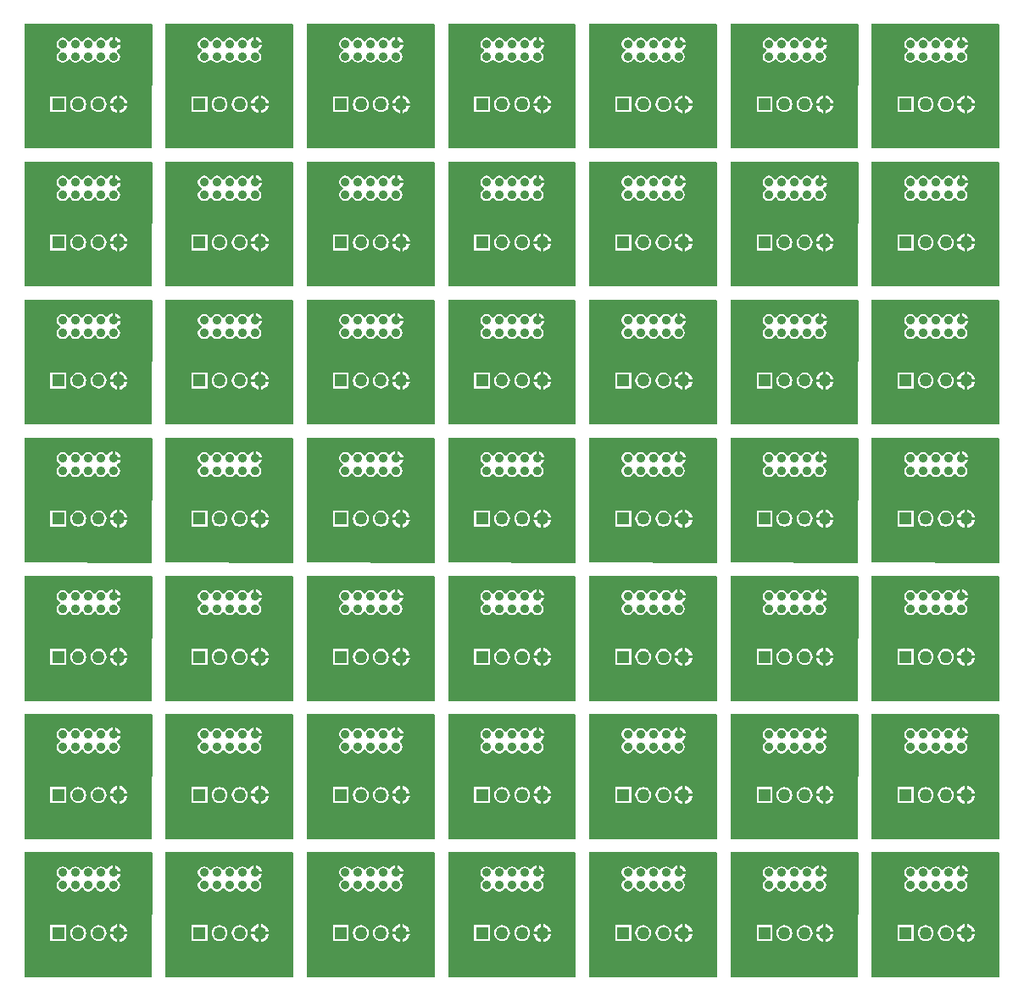
<source format=gbl>
G04 Layer_Physical_Order=2*
G04 Layer_Color=16711680*
%FSLAX44Y44*%
%MOMM*%
G71*
G01*
G75*
%ADD11C,0.9144*%
%ADD12C,1.2700*%
%ADD13R,1.2700X1.2700*%
G36*
X846389Y147383D02*
X846144Y23491D01*
X718630Y23565D01*
Y148282D01*
X845492D01*
X846389Y147383D01*
D02*
G37*
%LPC*%
G36*
X772512Y75578D02*
X770456Y75307D01*
X768541Y74514D01*
X766896Y73252D01*
X765634Y71607D01*
X764841Y69692D01*
X764570Y67636D01*
X764841Y65581D01*
X765634Y63665D01*
X766896Y62020D01*
X768541Y60758D01*
X770456Y59965D01*
X772512Y59694D01*
X774567Y59965D01*
X776483Y60758D01*
X778128Y62020D01*
X779390Y63665D01*
X780183Y65581D01*
X780454Y67636D01*
X780183Y69692D01*
X779390Y71607D01*
X778128Y73252D01*
X776483Y74514D01*
X774567Y75307D01*
X772512Y75578D01*
D02*
G37*
G36*
X792672D02*
X790617Y75307D01*
X788701Y74514D01*
X787056Y73252D01*
X785794Y71607D01*
X785001Y69692D01*
X784730Y67636D01*
X785001Y65581D01*
X785794Y63665D01*
X787056Y62020D01*
X788701Y60758D01*
X790617Y59965D01*
X792672Y59694D01*
X794727Y59965D01*
X796643Y60758D01*
X798288Y62020D01*
X799550Y63665D01*
X800343Y65581D01*
X800614Y67636D01*
X800343Y69692D01*
X799550Y71607D01*
X798288Y73252D01*
X796643Y74514D01*
X794727Y75307D01*
X792672Y75578D01*
D02*
G37*
G36*
X811468Y66366D02*
X803939D01*
X804077Y65315D01*
X804973Y63153D01*
X806398Y61296D01*
X808255Y59871D01*
X810417Y58975D01*
X811468Y58836D01*
Y66366D01*
D02*
G37*
G36*
X821537D02*
X814008D01*
Y58836D01*
X815059Y58975D01*
X817221Y59871D01*
X819078Y61296D01*
X820503Y63153D01*
X821399Y65315D01*
X821537Y66366D01*
D02*
G37*
G36*
X809182Y135094D02*
Y129358D01*
X814918D01*
X814841Y129945D01*
X814124Y131675D01*
X812984Y133160D01*
X811499Y134300D01*
X809769Y135017D01*
X809182Y135094D01*
D02*
G37*
G36*
X806642D02*
X806055Y135017D01*
X804325Y134300D01*
X802840Y133160D01*
X801700Y131675D01*
X801690Y131651D01*
X800257Y131510D01*
X799607Y132483D01*
X797590Y133830D01*
X795212Y134303D01*
X792833Y133830D01*
X790817Y132483D01*
X789531Y130558D01*
X788862Y130485D01*
X788193Y130558D01*
X786907Y132483D01*
X784891Y133830D01*
X782512Y134303D01*
X780134Y133830D01*
X778117Y132483D01*
X776831Y130558D01*
X776162Y130485D01*
X775493Y130558D01*
X774207Y132483D01*
X772190Y133830D01*
X769812Y134303D01*
X767433Y133830D01*
X765417Y132483D01*
X764131Y130558D01*
X763462Y130485D01*
X762793Y130558D01*
X761507Y132483D01*
X759491Y133830D01*
X757112Y134303D01*
X754734Y133830D01*
X752717Y132483D01*
X751370Y130466D01*
X750897Y128088D01*
X751370Y125709D01*
X752717Y123693D01*
X754642Y122407D01*
X754715Y121738D01*
X754642Y121069D01*
X752717Y119783D01*
X751370Y117767D01*
X750897Y115388D01*
X751370Y113010D01*
X752717Y110993D01*
X754734Y109646D01*
X757112Y109173D01*
X759491Y109646D01*
X761507Y110993D01*
X762793Y112918D01*
X763462Y112992D01*
X764131Y112918D01*
X765417Y110993D01*
X767433Y109646D01*
X769812Y109173D01*
X772190Y109646D01*
X774207Y110993D01*
X775493Y112918D01*
X776162Y112992D01*
X776831Y112918D01*
X778117Y110993D01*
X780134Y109646D01*
X782512Y109173D01*
X784891Y109646D01*
X786907Y110993D01*
X788193Y112918D01*
X788862Y112992D01*
X789531Y112918D01*
X790817Y110993D01*
X792833Y109646D01*
X795212Y109173D01*
X797590Y109646D01*
X799607Y110993D01*
X800893Y112918D01*
X801562Y112992D01*
X802231Y112918D01*
X803517Y110993D01*
X805534Y109646D01*
X807912Y109173D01*
X810291Y109646D01*
X812307Y110993D01*
X813654Y113010D01*
X814127Y115388D01*
X813654Y117767D01*
X812307Y119783D01*
X811334Y120433D01*
X811475Y121866D01*
X811499Y121876D01*
X812984Y123016D01*
X814124Y124501D01*
X814841Y126231D01*
X814918Y126818D01*
X807912D01*
Y128088D01*
X806642D01*
Y135094D01*
D02*
G37*
G36*
X814008Y76435D02*
Y68906D01*
X821537D01*
X821399Y69957D01*
X820503Y72119D01*
X819078Y73976D01*
X817221Y75401D01*
X815059Y76297D01*
X814008Y76435D01*
D02*
G37*
G36*
X760386Y75510D02*
X744638D01*
Y59762D01*
X760386D01*
Y75510D01*
D02*
G37*
G36*
X811468Y76435D02*
X810417Y76297D01*
X808255Y75401D01*
X806398Y73976D01*
X804973Y72119D01*
X804077Y69957D01*
X803939Y68906D01*
X811468D01*
Y76435D01*
D02*
G37*
%LPD*%
G36*
X987449Y147383D02*
X987204Y23491D01*
X859690Y23565D01*
Y148282D01*
X986552D01*
X987449Y147383D01*
D02*
G37*
%LPC*%
G36*
X913572Y75578D02*
X911516Y75307D01*
X909601Y74514D01*
X907956Y73252D01*
X906694Y71607D01*
X905901Y69692D01*
X905630Y67636D01*
X905901Y65581D01*
X906694Y63665D01*
X907956Y62020D01*
X909601Y60758D01*
X911516Y59965D01*
X913572Y59694D01*
X915628Y59965D01*
X917543Y60758D01*
X919188Y62020D01*
X920450Y63665D01*
X921243Y65581D01*
X921514Y67636D01*
X921243Y69692D01*
X920450Y71607D01*
X919188Y73252D01*
X917543Y74514D01*
X915628Y75307D01*
X913572Y75578D01*
D02*
G37*
G36*
X933732D02*
X931676Y75307D01*
X929761Y74514D01*
X928116Y73252D01*
X926854Y71607D01*
X926061Y69692D01*
X925790Y67636D01*
X926061Y65581D01*
X926854Y63665D01*
X928116Y62020D01*
X929761Y60758D01*
X931676Y59965D01*
X933732Y59694D01*
X935788Y59965D01*
X937703Y60758D01*
X939348Y62020D01*
X940610Y63665D01*
X941403Y65581D01*
X941674Y67636D01*
X941403Y69692D01*
X940610Y71607D01*
X939348Y73252D01*
X937703Y74514D01*
X935788Y75307D01*
X933732Y75578D01*
D02*
G37*
G36*
X952528Y66366D02*
X944998D01*
X945137Y65315D01*
X946033Y63153D01*
X947458Y61296D01*
X949315Y59871D01*
X951477Y58975D01*
X952528Y58836D01*
Y66366D01*
D02*
G37*
G36*
X962598D02*
X955068D01*
Y58836D01*
X956119Y58975D01*
X958281Y59871D01*
X960138Y61296D01*
X961563Y63153D01*
X962459Y65315D01*
X962598Y66366D01*
D02*
G37*
G36*
X950242Y135094D02*
Y129358D01*
X955978D01*
X955901Y129945D01*
X955184Y131675D01*
X954044Y133160D01*
X952559Y134300D01*
X950829Y135017D01*
X950242Y135094D01*
D02*
G37*
G36*
X947702D02*
X947115Y135017D01*
X945385Y134300D01*
X943900Y133160D01*
X942760Y131675D01*
X942750Y131651D01*
X941317Y131510D01*
X940667Y132483D01*
X938651Y133830D01*
X936272Y134303D01*
X933894Y133830D01*
X931877Y132483D01*
X930591Y130558D01*
X929922Y130485D01*
X929253Y130558D01*
X927967Y132483D01*
X925950Y133830D01*
X923572Y134303D01*
X921193Y133830D01*
X919177Y132483D01*
X917891Y130558D01*
X917222Y130485D01*
X916553Y130558D01*
X915267Y132483D01*
X913251Y133830D01*
X910872Y134303D01*
X908493Y133830D01*
X906477Y132483D01*
X905191Y130558D01*
X904522Y130485D01*
X903853Y130558D01*
X902567Y132483D01*
X900551Y133830D01*
X898172Y134303D01*
X895794Y133830D01*
X893777Y132483D01*
X892430Y130466D01*
X891957Y128088D01*
X892430Y125709D01*
X893777Y123693D01*
X895702Y122407D01*
X895776Y121738D01*
X895702Y121069D01*
X893777Y119783D01*
X892430Y117767D01*
X891957Y115388D01*
X892430Y113010D01*
X893777Y110993D01*
X895794Y109646D01*
X898172Y109173D01*
X900551Y109646D01*
X902567Y110993D01*
X903853Y112918D01*
X904522Y112992D01*
X905191Y112918D01*
X906477Y110993D01*
X908493Y109646D01*
X910872Y109173D01*
X913251Y109646D01*
X915267Y110993D01*
X916553Y112918D01*
X917222Y112992D01*
X917891Y112918D01*
X919177Y110993D01*
X921193Y109646D01*
X923572Y109173D01*
X925950Y109646D01*
X927967Y110993D01*
X929253Y112918D01*
X929922Y112992D01*
X930591Y112918D01*
X931877Y110993D01*
X933894Y109646D01*
X936272Y109173D01*
X938651Y109646D01*
X940667Y110993D01*
X941953Y112918D01*
X942622Y112992D01*
X943291Y112918D01*
X944577Y110993D01*
X946593Y109646D01*
X948972Y109173D01*
X951350Y109646D01*
X953367Y110993D01*
X954714Y113010D01*
X955187Y115388D01*
X954714Y117767D01*
X953367Y119783D01*
X952394Y120433D01*
X952535Y121866D01*
X952559Y121876D01*
X954044Y123016D01*
X955184Y124501D01*
X955901Y126231D01*
X955978Y126818D01*
X948972D01*
Y128088D01*
X947702D01*
Y135094D01*
D02*
G37*
G36*
X955068Y76435D02*
Y68906D01*
X962598D01*
X962459Y69957D01*
X961563Y72119D01*
X960138Y73976D01*
X958281Y75401D01*
X956119Y76297D01*
X955068Y76435D01*
D02*
G37*
G36*
X901446Y75510D02*
X885698D01*
Y59762D01*
X901446D01*
Y75510D01*
D02*
G37*
G36*
X952528Y76435D02*
X951477Y76297D01*
X949315Y75401D01*
X947458Y73976D01*
X946033Y72119D01*
X945137Y69957D01*
X944998Y68906D01*
X952528D01*
Y76435D01*
D02*
G37*
%LPD*%
G36*
X846389Y285473D02*
X846144Y161581D01*
X718630Y161655D01*
Y286372D01*
X845492D01*
X846389Y285473D01*
D02*
G37*
%LPC*%
G36*
X772512Y213668D02*
X770456Y213397D01*
X768541Y212604D01*
X766896Y211342D01*
X765634Y209697D01*
X764841Y207782D01*
X764570Y205726D01*
X764841Y203671D01*
X765634Y201755D01*
X766896Y200110D01*
X768541Y198848D01*
X770456Y198055D01*
X772512Y197784D01*
X774567Y198055D01*
X776483Y198848D01*
X778128Y200110D01*
X779390Y201755D01*
X780183Y203671D01*
X780454Y205726D01*
X780183Y207782D01*
X779390Y209697D01*
X778128Y211342D01*
X776483Y212604D01*
X774567Y213397D01*
X772512Y213668D01*
D02*
G37*
G36*
X792672D02*
X790617Y213397D01*
X788701Y212604D01*
X787056Y211342D01*
X785794Y209697D01*
X785001Y207782D01*
X784730Y205726D01*
X785001Y203671D01*
X785794Y201755D01*
X787056Y200110D01*
X788701Y198848D01*
X790617Y198055D01*
X792672Y197784D01*
X794727Y198055D01*
X796643Y198848D01*
X798288Y200110D01*
X799550Y201755D01*
X800343Y203671D01*
X800614Y205726D01*
X800343Y207782D01*
X799550Y209697D01*
X798288Y211342D01*
X796643Y212604D01*
X794727Y213397D01*
X792672Y213668D01*
D02*
G37*
G36*
X811468Y204456D02*
X803939D01*
X804077Y203405D01*
X804973Y201243D01*
X806398Y199386D01*
X808255Y197961D01*
X810417Y197065D01*
X811468Y196926D01*
Y204456D01*
D02*
G37*
G36*
X821537D02*
X814008D01*
Y196926D01*
X815059Y197065D01*
X817221Y197961D01*
X819078Y199386D01*
X820503Y201243D01*
X821399Y203405D01*
X821537Y204456D01*
D02*
G37*
G36*
X809182Y273184D02*
Y267448D01*
X814918D01*
X814841Y268035D01*
X814124Y269765D01*
X812984Y271250D01*
X811499Y272390D01*
X809769Y273107D01*
X809182Y273184D01*
D02*
G37*
G36*
X806642D02*
X806055Y273107D01*
X804325Y272390D01*
X802840Y271250D01*
X801700Y269765D01*
X801690Y269741D01*
X800257Y269600D01*
X799607Y270573D01*
X797590Y271920D01*
X795212Y272393D01*
X792833Y271920D01*
X790817Y270573D01*
X789531Y268648D01*
X788862Y268575D01*
X788193Y268648D01*
X786907Y270573D01*
X784891Y271920D01*
X782512Y272393D01*
X780134Y271920D01*
X778117Y270573D01*
X776831Y268648D01*
X776162Y268575D01*
X775493Y268648D01*
X774207Y270573D01*
X772190Y271920D01*
X769812Y272393D01*
X767433Y271920D01*
X765417Y270573D01*
X764131Y268648D01*
X763462Y268575D01*
X762793Y268648D01*
X761507Y270573D01*
X759491Y271920D01*
X757112Y272393D01*
X754734Y271920D01*
X752717Y270573D01*
X751370Y268556D01*
X750897Y266178D01*
X751370Y263799D01*
X752717Y261783D01*
X754642Y260497D01*
X754715Y259828D01*
X754642Y259159D01*
X752717Y257873D01*
X751370Y255856D01*
X750897Y253478D01*
X751370Y251099D01*
X752717Y249083D01*
X754734Y247736D01*
X757112Y247263D01*
X759491Y247736D01*
X761507Y249083D01*
X762793Y251008D01*
X763462Y251082D01*
X764131Y251008D01*
X765417Y249083D01*
X767433Y247736D01*
X769812Y247263D01*
X772190Y247736D01*
X774207Y249083D01*
X775493Y251008D01*
X776162Y251082D01*
X776831Y251008D01*
X778117Y249083D01*
X780134Y247736D01*
X782512Y247263D01*
X784891Y247736D01*
X786907Y249083D01*
X788193Y251008D01*
X788862Y251082D01*
X789531Y251008D01*
X790817Y249083D01*
X792833Y247736D01*
X795212Y247263D01*
X797590Y247736D01*
X799607Y249083D01*
X800893Y251008D01*
X801562Y251082D01*
X802231Y251008D01*
X803517Y249083D01*
X805534Y247736D01*
X807912Y247263D01*
X810291Y247736D01*
X812307Y249083D01*
X813654Y251099D01*
X814127Y253478D01*
X813654Y255856D01*
X812307Y257873D01*
X811334Y258523D01*
X811475Y259956D01*
X811499Y259966D01*
X812984Y261106D01*
X814124Y262591D01*
X814841Y264321D01*
X814918Y264908D01*
X807912D01*
Y266178D01*
X806642D01*
Y273184D01*
D02*
G37*
G36*
X814008Y214526D02*
Y206996D01*
X821537D01*
X821399Y208047D01*
X820503Y210209D01*
X819078Y212066D01*
X817221Y213491D01*
X815059Y214387D01*
X814008Y214526D01*
D02*
G37*
G36*
X760386Y213600D02*
X744638D01*
Y197852D01*
X760386D01*
Y213600D01*
D02*
G37*
G36*
X811468Y214526D02*
X810417Y214387D01*
X808255Y213491D01*
X806398Y212066D01*
X804973Y210209D01*
X804077Y208047D01*
X803939Y206996D01*
X811468D01*
Y214526D01*
D02*
G37*
%LPD*%
G36*
X987449Y285473D02*
X987204Y161581D01*
X859690Y161655D01*
Y286372D01*
X986552D01*
X987449Y285473D01*
D02*
G37*
%LPC*%
G36*
X913572Y213668D02*
X911516Y213397D01*
X909601Y212604D01*
X907956Y211342D01*
X906694Y209697D01*
X905901Y207782D01*
X905630Y205726D01*
X905901Y203671D01*
X906694Y201755D01*
X907956Y200110D01*
X909601Y198848D01*
X911516Y198055D01*
X913572Y197784D01*
X915628Y198055D01*
X917543Y198848D01*
X919188Y200110D01*
X920450Y201755D01*
X921243Y203671D01*
X921514Y205726D01*
X921243Y207782D01*
X920450Y209697D01*
X919188Y211342D01*
X917543Y212604D01*
X915628Y213397D01*
X913572Y213668D01*
D02*
G37*
G36*
X933732D02*
X931676Y213397D01*
X929761Y212604D01*
X928116Y211342D01*
X926854Y209697D01*
X926061Y207782D01*
X925790Y205726D01*
X926061Y203671D01*
X926854Y201755D01*
X928116Y200110D01*
X929761Y198848D01*
X931676Y198055D01*
X933732Y197784D01*
X935788Y198055D01*
X937703Y198848D01*
X939348Y200110D01*
X940610Y201755D01*
X941403Y203671D01*
X941674Y205726D01*
X941403Y207782D01*
X940610Y209697D01*
X939348Y211342D01*
X937703Y212604D01*
X935788Y213397D01*
X933732Y213668D01*
D02*
G37*
G36*
X952528Y204456D02*
X944998D01*
X945137Y203405D01*
X946033Y201243D01*
X947458Y199386D01*
X949315Y197961D01*
X951477Y197065D01*
X952528Y196926D01*
Y204456D01*
D02*
G37*
G36*
X962598D02*
X955068D01*
Y196926D01*
X956119Y197065D01*
X958281Y197961D01*
X960138Y199386D01*
X961563Y201243D01*
X962459Y203405D01*
X962598Y204456D01*
D02*
G37*
G36*
X950242Y273184D02*
Y267448D01*
X955978D01*
X955901Y268035D01*
X955184Y269765D01*
X954044Y271250D01*
X952559Y272390D01*
X950829Y273107D01*
X950242Y273184D01*
D02*
G37*
G36*
X947702D02*
X947115Y273107D01*
X945385Y272390D01*
X943900Y271250D01*
X942760Y269765D01*
X942750Y269741D01*
X941317Y269600D01*
X940667Y270573D01*
X938651Y271920D01*
X936272Y272393D01*
X933894Y271920D01*
X931877Y270573D01*
X930591Y268648D01*
X929922Y268575D01*
X929253Y268648D01*
X927967Y270573D01*
X925950Y271920D01*
X923572Y272393D01*
X921193Y271920D01*
X919177Y270573D01*
X917891Y268648D01*
X917222Y268575D01*
X916553Y268648D01*
X915267Y270573D01*
X913251Y271920D01*
X910872Y272393D01*
X908493Y271920D01*
X906477Y270573D01*
X905191Y268648D01*
X904522Y268575D01*
X903853Y268648D01*
X902567Y270573D01*
X900551Y271920D01*
X898172Y272393D01*
X895794Y271920D01*
X893777Y270573D01*
X892430Y268556D01*
X891957Y266178D01*
X892430Y263799D01*
X893777Y261783D01*
X895702Y260497D01*
X895776Y259828D01*
X895702Y259159D01*
X893777Y257873D01*
X892430Y255856D01*
X891957Y253478D01*
X892430Y251099D01*
X893777Y249083D01*
X895794Y247736D01*
X898172Y247263D01*
X900551Y247736D01*
X902567Y249083D01*
X903853Y251008D01*
X904522Y251082D01*
X905191Y251008D01*
X906477Y249083D01*
X908493Y247736D01*
X910872Y247263D01*
X913251Y247736D01*
X915267Y249083D01*
X916553Y251008D01*
X917222Y251082D01*
X917891Y251008D01*
X919177Y249083D01*
X921193Y247736D01*
X923572Y247263D01*
X925950Y247736D01*
X927967Y249083D01*
X929253Y251008D01*
X929922Y251082D01*
X930591Y251008D01*
X931877Y249083D01*
X933894Y247736D01*
X936272Y247263D01*
X938651Y247736D01*
X940667Y249083D01*
X941953Y251008D01*
X942622Y251082D01*
X943291Y251008D01*
X944577Y249083D01*
X946593Y247736D01*
X948972Y247263D01*
X951350Y247736D01*
X953367Y249083D01*
X954714Y251099D01*
X955187Y253478D01*
X954714Y255856D01*
X953367Y257873D01*
X952394Y258523D01*
X952535Y259956D01*
X952559Y259966D01*
X954044Y261106D01*
X955184Y262591D01*
X955901Y264321D01*
X955978Y264908D01*
X948972D01*
Y266178D01*
X947702D01*
Y273184D01*
D02*
G37*
G36*
X955068Y214526D02*
Y206996D01*
X962598D01*
X962459Y208047D01*
X961563Y210209D01*
X960138Y212066D01*
X958281Y213491D01*
X956119Y214387D01*
X955068Y214526D01*
D02*
G37*
G36*
X901446Y213600D02*
X885698D01*
Y197852D01*
X901446D01*
Y213600D01*
D02*
G37*
G36*
X952528Y214526D02*
X951477Y214387D01*
X949315Y213491D01*
X947458Y212066D01*
X946033Y210209D01*
X945137Y208047D01*
X944998Y206996D01*
X952528D01*
Y214526D01*
D02*
G37*
%LPD*%
G36*
X846389Y423563D02*
X846144Y299671D01*
X718630Y299745D01*
Y424462D01*
X845492D01*
X846389Y423563D01*
D02*
G37*
%LPC*%
G36*
X772512Y351758D02*
X770456Y351487D01*
X768541Y350694D01*
X766896Y349432D01*
X765634Y347787D01*
X764841Y345872D01*
X764570Y343816D01*
X764841Y341760D01*
X765634Y339845D01*
X766896Y338200D01*
X768541Y336938D01*
X770456Y336145D01*
X772512Y335874D01*
X774567Y336145D01*
X776483Y336938D01*
X778128Y338200D01*
X779390Y339845D01*
X780183Y341760D01*
X780454Y343816D01*
X780183Y345872D01*
X779390Y347787D01*
X778128Y349432D01*
X776483Y350694D01*
X774567Y351487D01*
X772512Y351758D01*
D02*
G37*
G36*
X792672D02*
X790617Y351487D01*
X788701Y350694D01*
X787056Y349432D01*
X785794Y347787D01*
X785001Y345872D01*
X784730Y343816D01*
X785001Y341760D01*
X785794Y339845D01*
X787056Y338200D01*
X788701Y336938D01*
X790617Y336145D01*
X792672Y335874D01*
X794727Y336145D01*
X796643Y336938D01*
X798288Y338200D01*
X799550Y339845D01*
X800343Y341760D01*
X800614Y343816D01*
X800343Y345872D01*
X799550Y347787D01*
X798288Y349432D01*
X796643Y350694D01*
X794727Y351487D01*
X792672Y351758D01*
D02*
G37*
G36*
X811468Y342546D02*
X803939D01*
X804077Y341495D01*
X804973Y339333D01*
X806398Y337476D01*
X808255Y336051D01*
X810417Y335155D01*
X811468Y335017D01*
Y342546D01*
D02*
G37*
G36*
X821537D02*
X814008D01*
Y335017D01*
X815059Y335155D01*
X817221Y336051D01*
X819078Y337476D01*
X820503Y339333D01*
X821399Y341495D01*
X821537Y342546D01*
D02*
G37*
G36*
X809182Y411274D02*
Y405538D01*
X814918D01*
X814841Y406125D01*
X814124Y407855D01*
X812984Y409340D01*
X811499Y410480D01*
X809769Y411197D01*
X809182Y411274D01*
D02*
G37*
G36*
X806642D02*
X806055Y411197D01*
X804325Y410480D01*
X802840Y409340D01*
X801700Y407855D01*
X801690Y407831D01*
X800257Y407690D01*
X799607Y408663D01*
X797590Y410010D01*
X795212Y410483D01*
X792833Y410010D01*
X790817Y408663D01*
X789531Y406738D01*
X788862Y406665D01*
X788193Y406738D01*
X786907Y408663D01*
X784891Y410010D01*
X782512Y410483D01*
X780134Y410010D01*
X778117Y408663D01*
X776831Y406738D01*
X776162Y406665D01*
X775493Y406738D01*
X774207Y408663D01*
X772190Y410010D01*
X769812Y410483D01*
X767433Y410010D01*
X765417Y408663D01*
X764131Y406738D01*
X763462Y406665D01*
X762793Y406738D01*
X761507Y408663D01*
X759491Y410010D01*
X757112Y410483D01*
X754734Y410010D01*
X752717Y408663D01*
X751370Y406646D01*
X750897Y404268D01*
X751370Y401889D01*
X752717Y399873D01*
X754642Y398587D01*
X754715Y397918D01*
X754642Y397249D01*
X752717Y395963D01*
X751370Y393946D01*
X750897Y391568D01*
X751370Y389189D01*
X752717Y387173D01*
X754734Y385826D01*
X757112Y385353D01*
X759491Y385826D01*
X761507Y387173D01*
X762793Y389098D01*
X763462Y389171D01*
X764131Y389098D01*
X765417Y387173D01*
X767433Y385826D01*
X769812Y385353D01*
X772190Y385826D01*
X774207Y387173D01*
X775493Y389098D01*
X776162Y389171D01*
X776831Y389098D01*
X778117Y387173D01*
X780134Y385826D01*
X782512Y385353D01*
X784891Y385826D01*
X786907Y387173D01*
X788193Y389098D01*
X788862Y389171D01*
X789531Y389098D01*
X790817Y387173D01*
X792833Y385826D01*
X795212Y385353D01*
X797590Y385826D01*
X799607Y387173D01*
X800893Y389098D01*
X801562Y389171D01*
X802231Y389098D01*
X803517Y387173D01*
X805534Y385826D01*
X807912Y385353D01*
X810291Y385826D01*
X812307Y387173D01*
X813654Y389189D01*
X814127Y391568D01*
X813654Y393946D01*
X812307Y395963D01*
X811334Y396613D01*
X811475Y398046D01*
X811499Y398056D01*
X812984Y399196D01*
X814124Y400681D01*
X814841Y402411D01*
X814918Y402998D01*
X807912D01*
Y404268D01*
X806642D01*
Y411274D01*
D02*
G37*
G36*
X814008Y352616D02*
Y345086D01*
X821537D01*
X821399Y346137D01*
X820503Y348299D01*
X819078Y350156D01*
X817221Y351581D01*
X815059Y352477D01*
X814008Y352616D01*
D02*
G37*
G36*
X760386Y351690D02*
X744638D01*
Y335942D01*
X760386D01*
Y351690D01*
D02*
G37*
G36*
X811468Y352616D02*
X810417Y352477D01*
X808255Y351581D01*
X806398Y350156D01*
X804973Y348299D01*
X804077Y346137D01*
X803939Y345086D01*
X811468D01*
Y352616D01*
D02*
G37*
%LPD*%
G36*
X987449Y423563D02*
X987204Y299671D01*
X859690Y299745D01*
Y424462D01*
X986552D01*
X987449Y423563D01*
D02*
G37*
%LPC*%
G36*
X913572Y351758D02*
X911516Y351487D01*
X909601Y350694D01*
X907956Y349432D01*
X906694Y347787D01*
X905901Y345872D01*
X905630Y343816D01*
X905901Y341760D01*
X906694Y339845D01*
X907956Y338200D01*
X909601Y336938D01*
X911516Y336145D01*
X913572Y335874D01*
X915628Y336145D01*
X917543Y336938D01*
X919188Y338200D01*
X920450Y339845D01*
X921243Y341760D01*
X921514Y343816D01*
X921243Y345872D01*
X920450Y347787D01*
X919188Y349432D01*
X917543Y350694D01*
X915628Y351487D01*
X913572Y351758D01*
D02*
G37*
G36*
X933732D02*
X931676Y351487D01*
X929761Y350694D01*
X928116Y349432D01*
X926854Y347787D01*
X926061Y345872D01*
X925790Y343816D01*
X926061Y341760D01*
X926854Y339845D01*
X928116Y338200D01*
X929761Y336938D01*
X931676Y336145D01*
X933732Y335874D01*
X935788Y336145D01*
X937703Y336938D01*
X939348Y338200D01*
X940610Y339845D01*
X941403Y341760D01*
X941674Y343816D01*
X941403Y345872D01*
X940610Y347787D01*
X939348Y349432D01*
X937703Y350694D01*
X935788Y351487D01*
X933732Y351758D01*
D02*
G37*
G36*
X952528Y342546D02*
X944998D01*
X945137Y341495D01*
X946033Y339333D01*
X947458Y337476D01*
X949315Y336051D01*
X951477Y335155D01*
X952528Y335017D01*
Y342546D01*
D02*
G37*
G36*
X962598D02*
X955068D01*
Y335017D01*
X956119Y335155D01*
X958281Y336051D01*
X960138Y337476D01*
X961563Y339333D01*
X962459Y341495D01*
X962598Y342546D01*
D02*
G37*
G36*
X950242Y411274D02*
Y405538D01*
X955978D01*
X955901Y406125D01*
X955184Y407855D01*
X954044Y409340D01*
X952559Y410480D01*
X950829Y411197D01*
X950242Y411274D01*
D02*
G37*
G36*
X947702D02*
X947115Y411197D01*
X945385Y410480D01*
X943900Y409340D01*
X942760Y407855D01*
X942750Y407831D01*
X941317Y407690D01*
X940667Y408663D01*
X938651Y410010D01*
X936272Y410483D01*
X933894Y410010D01*
X931877Y408663D01*
X930591Y406738D01*
X929922Y406665D01*
X929253Y406738D01*
X927967Y408663D01*
X925950Y410010D01*
X923572Y410483D01*
X921193Y410010D01*
X919177Y408663D01*
X917891Y406738D01*
X917222Y406665D01*
X916553Y406738D01*
X915267Y408663D01*
X913251Y410010D01*
X910872Y410483D01*
X908493Y410010D01*
X906477Y408663D01*
X905191Y406738D01*
X904522Y406665D01*
X903853Y406738D01*
X902567Y408663D01*
X900551Y410010D01*
X898172Y410483D01*
X895794Y410010D01*
X893777Y408663D01*
X892430Y406646D01*
X891957Y404268D01*
X892430Y401889D01*
X893777Y399873D01*
X895702Y398587D01*
X895776Y397918D01*
X895702Y397249D01*
X893777Y395963D01*
X892430Y393946D01*
X891957Y391568D01*
X892430Y389189D01*
X893777Y387173D01*
X895794Y385826D01*
X898172Y385353D01*
X900551Y385826D01*
X902567Y387173D01*
X903853Y389098D01*
X904522Y389171D01*
X905191Y389098D01*
X906477Y387173D01*
X908493Y385826D01*
X910872Y385353D01*
X913251Y385826D01*
X915267Y387173D01*
X916553Y389098D01*
X917222Y389171D01*
X917891Y389098D01*
X919177Y387173D01*
X921193Y385826D01*
X923572Y385353D01*
X925950Y385826D01*
X927967Y387173D01*
X929253Y389098D01*
X929922Y389171D01*
X930591Y389098D01*
X931877Y387173D01*
X933894Y385826D01*
X936272Y385353D01*
X938651Y385826D01*
X940667Y387173D01*
X941953Y389098D01*
X942622Y389171D01*
X943291Y389098D01*
X944577Y387173D01*
X946593Y385826D01*
X948972Y385353D01*
X951350Y385826D01*
X953367Y387173D01*
X954714Y389189D01*
X955187Y391568D01*
X954714Y393946D01*
X953367Y395963D01*
X952394Y396613D01*
X952535Y398046D01*
X952559Y398056D01*
X954044Y399196D01*
X955184Y400681D01*
X955901Y402411D01*
X955978Y402998D01*
X948972D01*
Y404268D01*
X947702D01*
Y411274D01*
D02*
G37*
G36*
X955068Y352616D02*
Y345086D01*
X962598D01*
X962459Y346137D01*
X961563Y348299D01*
X960138Y350156D01*
X958281Y351581D01*
X956119Y352477D01*
X955068Y352616D01*
D02*
G37*
G36*
X901446Y351690D02*
X885698D01*
Y335942D01*
X901446D01*
Y351690D01*
D02*
G37*
G36*
X952528Y352616D02*
X951477Y352477D01*
X949315Y351581D01*
X947458Y350156D01*
X946033Y348299D01*
X945137Y346137D01*
X944998Y345086D01*
X952528D01*
Y352616D01*
D02*
G37*
%LPD*%
G36*
X846389Y561654D02*
X846144Y437761D01*
X718630Y437835D01*
Y562552D01*
X845492D01*
X846389Y561654D01*
D02*
G37*
%LPC*%
G36*
X772512Y489848D02*
X770456Y489577D01*
X768541Y488784D01*
X766896Y487522D01*
X765634Y485877D01*
X764841Y483961D01*
X764570Y481906D01*
X764841Y479851D01*
X765634Y477935D01*
X766896Y476290D01*
X768541Y475028D01*
X770456Y474235D01*
X772512Y473964D01*
X774567Y474235D01*
X776483Y475028D01*
X778128Y476290D01*
X779390Y477935D01*
X780183Y479851D01*
X780454Y481906D01*
X780183Y483961D01*
X779390Y485877D01*
X778128Y487522D01*
X776483Y488784D01*
X774567Y489577D01*
X772512Y489848D01*
D02*
G37*
G36*
X792672D02*
X790617Y489577D01*
X788701Y488784D01*
X787056Y487522D01*
X785794Y485877D01*
X785001Y483961D01*
X784730Y481906D01*
X785001Y479851D01*
X785794Y477935D01*
X787056Y476290D01*
X788701Y475028D01*
X790617Y474235D01*
X792672Y473964D01*
X794727Y474235D01*
X796643Y475028D01*
X798288Y476290D01*
X799550Y477935D01*
X800343Y479851D01*
X800614Y481906D01*
X800343Y483961D01*
X799550Y485877D01*
X798288Y487522D01*
X796643Y488784D01*
X794727Y489577D01*
X792672Y489848D01*
D02*
G37*
G36*
X811468Y480636D02*
X803939D01*
X804077Y479585D01*
X804973Y477423D01*
X806398Y475566D01*
X808255Y474141D01*
X810417Y473245D01*
X811468Y473106D01*
Y480636D01*
D02*
G37*
G36*
X821537D02*
X814008D01*
Y473106D01*
X815059Y473245D01*
X817221Y474141D01*
X819078Y475566D01*
X820503Y477423D01*
X821399Y479585D01*
X821537Y480636D01*
D02*
G37*
G36*
X809182Y549364D02*
Y543628D01*
X814918D01*
X814841Y544215D01*
X814124Y545945D01*
X812984Y547430D01*
X811499Y548570D01*
X809769Y549287D01*
X809182Y549364D01*
D02*
G37*
G36*
X806642D02*
X806055Y549287D01*
X804325Y548570D01*
X802840Y547430D01*
X801700Y545945D01*
X801690Y545921D01*
X800257Y545780D01*
X799607Y546753D01*
X797590Y548100D01*
X795212Y548573D01*
X792833Y548100D01*
X790817Y546753D01*
X789531Y544828D01*
X788862Y544754D01*
X788193Y544828D01*
X786907Y546753D01*
X784891Y548100D01*
X782512Y548573D01*
X780134Y548100D01*
X778117Y546753D01*
X776831Y544828D01*
X776162Y544754D01*
X775493Y544828D01*
X774207Y546753D01*
X772190Y548100D01*
X769812Y548573D01*
X767433Y548100D01*
X765417Y546753D01*
X764131Y544828D01*
X763462Y544754D01*
X762793Y544828D01*
X761507Y546753D01*
X759491Y548100D01*
X757112Y548573D01*
X754734Y548100D01*
X752717Y546753D01*
X751370Y544737D01*
X750897Y542358D01*
X751370Y539980D01*
X752717Y537963D01*
X754642Y536677D01*
X754715Y536008D01*
X754642Y535339D01*
X752717Y534053D01*
X751370Y532037D01*
X750897Y529658D01*
X751370Y527280D01*
X752717Y525263D01*
X754734Y523916D01*
X757112Y523443D01*
X759491Y523916D01*
X761507Y525263D01*
X762793Y527188D01*
X763462Y527262D01*
X764131Y527188D01*
X765417Y525263D01*
X767433Y523916D01*
X769812Y523443D01*
X772190Y523916D01*
X774207Y525263D01*
X775493Y527188D01*
X776162Y527262D01*
X776831Y527188D01*
X778117Y525263D01*
X780134Y523916D01*
X782512Y523443D01*
X784891Y523916D01*
X786907Y525263D01*
X788193Y527188D01*
X788862Y527262D01*
X789531Y527188D01*
X790817Y525263D01*
X792833Y523916D01*
X795212Y523443D01*
X797590Y523916D01*
X799607Y525263D01*
X800893Y527188D01*
X801562Y527262D01*
X802231Y527188D01*
X803517Y525263D01*
X805534Y523916D01*
X807912Y523443D01*
X810291Y523916D01*
X812307Y525263D01*
X813654Y527280D01*
X814127Y529658D01*
X813654Y532037D01*
X812307Y534053D01*
X811334Y534703D01*
X811475Y536136D01*
X811499Y536146D01*
X812984Y537286D01*
X814124Y538771D01*
X814841Y540501D01*
X814918Y541088D01*
X807912D01*
Y542358D01*
X806642D01*
Y549364D01*
D02*
G37*
G36*
X814008Y490705D02*
Y483176D01*
X821537D01*
X821399Y484227D01*
X820503Y486389D01*
X819078Y488246D01*
X817221Y489671D01*
X815059Y490567D01*
X814008Y490705D01*
D02*
G37*
G36*
X760386Y489780D02*
X744638D01*
Y474032D01*
X760386D01*
Y489780D01*
D02*
G37*
G36*
X811468Y490705D02*
X810417Y490567D01*
X808255Y489671D01*
X806398Y488246D01*
X804973Y486389D01*
X804077Y484227D01*
X803939Y483176D01*
X811468D01*
Y490705D01*
D02*
G37*
%LPD*%
G36*
X987449Y561654D02*
X987204Y437761D01*
X859690Y437835D01*
Y562552D01*
X986552D01*
X987449Y561654D01*
D02*
G37*
%LPC*%
G36*
X913572Y489848D02*
X911516Y489577D01*
X909601Y488784D01*
X907956Y487522D01*
X906694Y485877D01*
X905901Y483961D01*
X905630Y481906D01*
X905901Y479851D01*
X906694Y477935D01*
X907956Y476290D01*
X909601Y475028D01*
X911516Y474235D01*
X913572Y473964D01*
X915628Y474235D01*
X917543Y475028D01*
X919188Y476290D01*
X920450Y477935D01*
X921243Y479851D01*
X921514Y481906D01*
X921243Y483961D01*
X920450Y485877D01*
X919188Y487522D01*
X917543Y488784D01*
X915628Y489577D01*
X913572Y489848D01*
D02*
G37*
G36*
X933732D02*
X931676Y489577D01*
X929761Y488784D01*
X928116Y487522D01*
X926854Y485877D01*
X926061Y483961D01*
X925790Y481906D01*
X926061Y479851D01*
X926854Y477935D01*
X928116Y476290D01*
X929761Y475028D01*
X931676Y474235D01*
X933732Y473964D01*
X935788Y474235D01*
X937703Y475028D01*
X939348Y476290D01*
X940610Y477935D01*
X941403Y479851D01*
X941674Y481906D01*
X941403Y483961D01*
X940610Y485877D01*
X939348Y487522D01*
X937703Y488784D01*
X935788Y489577D01*
X933732Y489848D01*
D02*
G37*
G36*
X952528Y480636D02*
X944998D01*
X945137Y479585D01*
X946033Y477423D01*
X947458Y475566D01*
X949315Y474141D01*
X951477Y473245D01*
X952528Y473106D01*
Y480636D01*
D02*
G37*
G36*
X962598D02*
X955068D01*
Y473106D01*
X956119Y473245D01*
X958281Y474141D01*
X960138Y475566D01*
X961563Y477423D01*
X962459Y479585D01*
X962598Y480636D01*
D02*
G37*
G36*
X950242Y549364D02*
Y543628D01*
X955978D01*
X955901Y544215D01*
X955184Y545945D01*
X954044Y547430D01*
X952559Y548570D01*
X950829Y549287D01*
X950242Y549364D01*
D02*
G37*
G36*
X947702D02*
X947115Y549287D01*
X945385Y548570D01*
X943900Y547430D01*
X942760Y545945D01*
X942750Y545921D01*
X941317Y545780D01*
X940667Y546753D01*
X938651Y548100D01*
X936272Y548573D01*
X933894Y548100D01*
X931877Y546753D01*
X930591Y544828D01*
X929922Y544754D01*
X929253Y544828D01*
X927967Y546753D01*
X925950Y548100D01*
X923572Y548573D01*
X921193Y548100D01*
X919177Y546753D01*
X917891Y544828D01*
X917222Y544754D01*
X916553Y544828D01*
X915267Y546753D01*
X913251Y548100D01*
X910872Y548573D01*
X908493Y548100D01*
X906477Y546753D01*
X905191Y544828D01*
X904522Y544754D01*
X903853Y544828D01*
X902567Y546753D01*
X900551Y548100D01*
X898172Y548573D01*
X895794Y548100D01*
X893777Y546753D01*
X892430Y544737D01*
X891957Y542358D01*
X892430Y539980D01*
X893777Y537963D01*
X895702Y536677D01*
X895776Y536008D01*
X895702Y535339D01*
X893777Y534053D01*
X892430Y532037D01*
X891957Y529658D01*
X892430Y527280D01*
X893777Y525263D01*
X895794Y523916D01*
X898172Y523443D01*
X900551Y523916D01*
X902567Y525263D01*
X903853Y527188D01*
X904522Y527262D01*
X905191Y527188D01*
X906477Y525263D01*
X908493Y523916D01*
X910872Y523443D01*
X913251Y523916D01*
X915267Y525263D01*
X916553Y527188D01*
X917222Y527262D01*
X917891Y527188D01*
X919177Y525263D01*
X921193Y523916D01*
X923572Y523443D01*
X925950Y523916D01*
X927967Y525263D01*
X929253Y527188D01*
X929922Y527262D01*
X930591Y527188D01*
X931877Y525263D01*
X933894Y523916D01*
X936272Y523443D01*
X938651Y523916D01*
X940667Y525263D01*
X941953Y527188D01*
X942622Y527262D01*
X943291Y527188D01*
X944577Y525263D01*
X946593Y523916D01*
X948972Y523443D01*
X951350Y523916D01*
X953367Y525263D01*
X954714Y527280D01*
X955187Y529658D01*
X954714Y532037D01*
X953367Y534053D01*
X952394Y534703D01*
X952535Y536136D01*
X952559Y536146D01*
X954044Y537286D01*
X955184Y538771D01*
X955901Y540501D01*
X955978Y541088D01*
X948972D01*
Y542358D01*
X947702D01*
Y549364D01*
D02*
G37*
G36*
X955068Y490705D02*
Y483176D01*
X962598D01*
X962459Y484227D01*
X961563Y486389D01*
X960138Y488246D01*
X958281Y489671D01*
X956119Y490567D01*
X955068Y490705D01*
D02*
G37*
G36*
X901446Y489780D02*
X885698D01*
Y474032D01*
X901446D01*
Y489780D01*
D02*
G37*
G36*
X952528Y490705D02*
X951477Y490567D01*
X949315Y489671D01*
X947458Y488246D01*
X946033Y486389D01*
X945137Y484227D01*
X944998Y483176D01*
X952528D01*
Y490705D01*
D02*
G37*
%LPD*%
G36*
X846389Y699743D02*
X846144Y575850D01*
X718630Y575925D01*
Y700642D01*
X845492D01*
X846389Y699743D01*
D02*
G37*
%LPC*%
G36*
X772512Y627938D02*
X770456Y627667D01*
X768541Y626874D01*
X766896Y625612D01*
X765634Y623967D01*
X764841Y622052D01*
X764570Y619996D01*
X764841Y617940D01*
X765634Y616025D01*
X766896Y614380D01*
X768541Y613118D01*
X770456Y612325D01*
X772512Y612054D01*
X774567Y612325D01*
X776483Y613118D01*
X778128Y614380D01*
X779390Y616025D01*
X780183Y617940D01*
X780454Y619996D01*
X780183Y622052D01*
X779390Y623967D01*
X778128Y625612D01*
X776483Y626874D01*
X774567Y627667D01*
X772512Y627938D01*
D02*
G37*
G36*
X792672D02*
X790617Y627667D01*
X788701Y626874D01*
X787056Y625612D01*
X785794Y623967D01*
X785001Y622052D01*
X784730Y619996D01*
X785001Y617940D01*
X785794Y616025D01*
X787056Y614380D01*
X788701Y613118D01*
X790617Y612325D01*
X792672Y612054D01*
X794727Y612325D01*
X796643Y613118D01*
X798288Y614380D01*
X799550Y616025D01*
X800343Y617940D01*
X800614Y619996D01*
X800343Y622052D01*
X799550Y623967D01*
X798288Y625612D01*
X796643Y626874D01*
X794727Y627667D01*
X792672Y627938D01*
D02*
G37*
G36*
X811468Y618726D02*
X803939D01*
X804077Y617675D01*
X804973Y615513D01*
X806398Y613656D01*
X808255Y612231D01*
X810417Y611335D01*
X811468Y611197D01*
Y618726D01*
D02*
G37*
G36*
X821537D02*
X814008D01*
Y611197D01*
X815059Y611335D01*
X817221Y612231D01*
X819078Y613656D01*
X820503Y615513D01*
X821399Y617675D01*
X821537Y618726D01*
D02*
G37*
G36*
X809182Y687454D02*
Y681718D01*
X814918D01*
X814841Y682305D01*
X814124Y684035D01*
X812984Y685520D01*
X811499Y686660D01*
X809769Y687377D01*
X809182Y687454D01*
D02*
G37*
G36*
X806642D02*
X806055Y687377D01*
X804325Y686660D01*
X802840Y685520D01*
X801700Y684035D01*
X801690Y684011D01*
X800257Y683870D01*
X799607Y684843D01*
X797590Y686190D01*
X795212Y686663D01*
X792833Y686190D01*
X790817Y684843D01*
X789531Y682918D01*
X788862Y682844D01*
X788193Y682918D01*
X786907Y684843D01*
X784891Y686190D01*
X782512Y686663D01*
X780134Y686190D01*
X778117Y684843D01*
X776831Y682918D01*
X776162Y682844D01*
X775493Y682918D01*
X774207Y684843D01*
X772190Y686190D01*
X769812Y686663D01*
X767433Y686190D01*
X765417Y684843D01*
X764131Y682918D01*
X763462Y682844D01*
X762793Y682918D01*
X761507Y684843D01*
X759491Y686190D01*
X757112Y686663D01*
X754734Y686190D01*
X752717Y684843D01*
X751370Y682827D01*
X750897Y680448D01*
X751370Y678070D01*
X752717Y676053D01*
X754642Y674767D01*
X754715Y674098D01*
X754642Y673429D01*
X752717Y672143D01*
X751370Y670126D01*
X750897Y667748D01*
X751370Y665369D01*
X752717Y663353D01*
X754734Y662006D01*
X757112Y661533D01*
X759491Y662006D01*
X761507Y663353D01*
X762793Y665278D01*
X763462Y665351D01*
X764131Y665278D01*
X765417Y663353D01*
X767433Y662006D01*
X769812Y661533D01*
X772190Y662006D01*
X774207Y663353D01*
X775493Y665278D01*
X776162Y665351D01*
X776831Y665278D01*
X778117Y663353D01*
X780134Y662006D01*
X782512Y661533D01*
X784891Y662006D01*
X786907Y663353D01*
X788193Y665278D01*
X788862Y665351D01*
X789531Y665278D01*
X790817Y663353D01*
X792833Y662006D01*
X795212Y661533D01*
X797590Y662006D01*
X799607Y663353D01*
X800893Y665278D01*
X801562Y665351D01*
X802231Y665278D01*
X803517Y663353D01*
X805534Y662006D01*
X807912Y661533D01*
X810291Y662006D01*
X812307Y663353D01*
X813654Y665369D01*
X814127Y667748D01*
X813654Y670126D01*
X812307Y672143D01*
X811334Y672793D01*
X811475Y674226D01*
X811499Y674236D01*
X812984Y675376D01*
X814124Y676861D01*
X814841Y678591D01*
X814918Y679178D01*
X807912D01*
Y680448D01*
X806642D01*
Y687454D01*
D02*
G37*
G36*
X814008Y628796D02*
Y621266D01*
X821537D01*
X821399Y622317D01*
X820503Y624479D01*
X819078Y626336D01*
X817221Y627761D01*
X815059Y628657D01*
X814008Y628796D01*
D02*
G37*
G36*
X760386Y627870D02*
X744638D01*
Y612122D01*
X760386D01*
Y627870D01*
D02*
G37*
G36*
X811468Y628796D02*
X810417Y628657D01*
X808255Y627761D01*
X806398Y626336D01*
X804973Y624479D01*
X804077Y622317D01*
X803939Y621266D01*
X811468D01*
Y628796D01*
D02*
G37*
%LPD*%
G36*
X987449Y699743D02*
X987204Y575850D01*
X859690Y575925D01*
Y700642D01*
X986552D01*
X987449Y699743D01*
D02*
G37*
%LPC*%
G36*
X913572Y627938D02*
X911516Y627667D01*
X909601Y626874D01*
X907956Y625612D01*
X906694Y623967D01*
X905901Y622052D01*
X905630Y619996D01*
X905901Y617940D01*
X906694Y616025D01*
X907956Y614380D01*
X909601Y613118D01*
X911516Y612325D01*
X913572Y612054D01*
X915628Y612325D01*
X917543Y613118D01*
X919188Y614380D01*
X920450Y616025D01*
X921243Y617940D01*
X921514Y619996D01*
X921243Y622052D01*
X920450Y623967D01*
X919188Y625612D01*
X917543Y626874D01*
X915628Y627667D01*
X913572Y627938D01*
D02*
G37*
G36*
X933732D02*
X931676Y627667D01*
X929761Y626874D01*
X928116Y625612D01*
X926854Y623967D01*
X926061Y622052D01*
X925790Y619996D01*
X926061Y617940D01*
X926854Y616025D01*
X928116Y614380D01*
X929761Y613118D01*
X931676Y612325D01*
X933732Y612054D01*
X935788Y612325D01*
X937703Y613118D01*
X939348Y614380D01*
X940610Y616025D01*
X941403Y617940D01*
X941674Y619996D01*
X941403Y622052D01*
X940610Y623967D01*
X939348Y625612D01*
X937703Y626874D01*
X935788Y627667D01*
X933732Y627938D01*
D02*
G37*
G36*
X952528Y618726D02*
X944998D01*
X945137Y617675D01*
X946033Y615513D01*
X947458Y613656D01*
X949315Y612231D01*
X951477Y611335D01*
X952528Y611197D01*
Y618726D01*
D02*
G37*
G36*
X962598D02*
X955068D01*
Y611197D01*
X956119Y611335D01*
X958281Y612231D01*
X960138Y613656D01*
X961563Y615513D01*
X962459Y617675D01*
X962598Y618726D01*
D02*
G37*
G36*
X950242Y687454D02*
Y681718D01*
X955978D01*
X955901Y682305D01*
X955184Y684035D01*
X954044Y685520D01*
X952559Y686660D01*
X950829Y687377D01*
X950242Y687454D01*
D02*
G37*
G36*
X947702D02*
X947115Y687377D01*
X945385Y686660D01*
X943900Y685520D01*
X942760Y684035D01*
X942750Y684011D01*
X941317Y683870D01*
X940667Y684843D01*
X938651Y686190D01*
X936272Y686663D01*
X933894Y686190D01*
X931877Y684843D01*
X930591Y682918D01*
X929922Y682844D01*
X929253Y682918D01*
X927967Y684843D01*
X925950Y686190D01*
X923572Y686663D01*
X921193Y686190D01*
X919177Y684843D01*
X917891Y682918D01*
X917222Y682844D01*
X916553Y682918D01*
X915267Y684843D01*
X913251Y686190D01*
X910872Y686663D01*
X908493Y686190D01*
X906477Y684843D01*
X905191Y682918D01*
X904522Y682844D01*
X903853Y682918D01*
X902567Y684843D01*
X900551Y686190D01*
X898172Y686663D01*
X895794Y686190D01*
X893777Y684843D01*
X892430Y682827D01*
X891957Y680448D01*
X892430Y678070D01*
X893777Y676053D01*
X895702Y674767D01*
X895776Y674098D01*
X895702Y673429D01*
X893777Y672143D01*
X892430Y670126D01*
X891957Y667748D01*
X892430Y665369D01*
X893777Y663353D01*
X895794Y662006D01*
X898172Y661533D01*
X900551Y662006D01*
X902567Y663353D01*
X903853Y665278D01*
X904522Y665351D01*
X905191Y665278D01*
X906477Y663353D01*
X908493Y662006D01*
X910872Y661533D01*
X913251Y662006D01*
X915267Y663353D01*
X916553Y665278D01*
X917222Y665351D01*
X917891Y665278D01*
X919177Y663353D01*
X921193Y662006D01*
X923572Y661533D01*
X925950Y662006D01*
X927967Y663353D01*
X929253Y665278D01*
X929922Y665351D01*
X930591Y665278D01*
X931877Y663353D01*
X933894Y662006D01*
X936272Y661533D01*
X938651Y662006D01*
X940667Y663353D01*
X941953Y665278D01*
X942622Y665351D01*
X943291Y665278D01*
X944577Y663353D01*
X946593Y662006D01*
X948972Y661533D01*
X951350Y662006D01*
X953367Y663353D01*
X954714Y665369D01*
X955187Y667748D01*
X954714Y670126D01*
X953367Y672143D01*
X952394Y672793D01*
X952535Y674226D01*
X952559Y674236D01*
X954044Y675376D01*
X955184Y676861D01*
X955901Y678591D01*
X955978Y679178D01*
X948972D01*
Y680448D01*
X947702D01*
Y687454D01*
D02*
G37*
G36*
X955068Y628796D02*
Y621266D01*
X962598D01*
X962459Y622317D01*
X961563Y624479D01*
X960138Y626336D01*
X958281Y627761D01*
X956119Y628657D01*
X955068Y628796D01*
D02*
G37*
G36*
X901446Y627870D02*
X885698D01*
Y612122D01*
X901446D01*
Y627870D01*
D02*
G37*
G36*
X952528Y628796D02*
X951477Y628657D01*
X949315Y627761D01*
X947458Y626336D01*
X946033Y624479D01*
X945137Y622317D01*
X944998Y621266D01*
X952528D01*
Y628796D01*
D02*
G37*
%LPD*%
G36*
X846389Y837833D02*
X846144Y713941D01*
X718630Y714015D01*
Y838732D01*
X845492D01*
X846389Y837833D01*
D02*
G37*
%LPC*%
G36*
X772512Y766028D02*
X770456Y765757D01*
X768541Y764964D01*
X766896Y763702D01*
X765634Y762057D01*
X764841Y760142D01*
X764570Y758086D01*
X764841Y756031D01*
X765634Y754115D01*
X766896Y752470D01*
X768541Y751208D01*
X770456Y750415D01*
X772512Y750144D01*
X774567Y750415D01*
X776483Y751208D01*
X778128Y752470D01*
X779390Y754115D01*
X780183Y756031D01*
X780454Y758086D01*
X780183Y760142D01*
X779390Y762057D01*
X778128Y763702D01*
X776483Y764964D01*
X774567Y765757D01*
X772512Y766028D01*
D02*
G37*
G36*
X792672D02*
X790617Y765757D01*
X788701Y764964D01*
X787056Y763702D01*
X785794Y762057D01*
X785001Y760142D01*
X784730Y758086D01*
X785001Y756031D01*
X785794Y754115D01*
X787056Y752470D01*
X788701Y751208D01*
X790617Y750415D01*
X792672Y750144D01*
X794727Y750415D01*
X796643Y751208D01*
X798288Y752470D01*
X799550Y754115D01*
X800343Y756031D01*
X800614Y758086D01*
X800343Y760142D01*
X799550Y762057D01*
X798288Y763702D01*
X796643Y764964D01*
X794727Y765757D01*
X792672Y766028D01*
D02*
G37*
G36*
X811468Y756816D02*
X803939D01*
X804077Y755765D01*
X804973Y753603D01*
X806398Y751746D01*
X808255Y750321D01*
X810417Y749425D01*
X811468Y749286D01*
Y756816D01*
D02*
G37*
G36*
X821537D02*
X814008D01*
Y749286D01*
X815059Y749425D01*
X817221Y750321D01*
X819078Y751746D01*
X820503Y753603D01*
X821399Y755765D01*
X821537Y756816D01*
D02*
G37*
G36*
X809182Y825544D02*
Y819808D01*
X814918D01*
X814841Y820395D01*
X814124Y822125D01*
X812984Y823610D01*
X811499Y824750D01*
X809769Y825467D01*
X809182Y825544D01*
D02*
G37*
G36*
X806642D02*
X806055Y825467D01*
X804325Y824750D01*
X802840Y823610D01*
X801700Y822125D01*
X801690Y822101D01*
X800257Y821960D01*
X799607Y822933D01*
X797590Y824280D01*
X795212Y824753D01*
X792833Y824280D01*
X790817Y822933D01*
X789531Y821008D01*
X788862Y820935D01*
X788193Y821008D01*
X786907Y822933D01*
X784891Y824280D01*
X782512Y824753D01*
X780134Y824280D01*
X778117Y822933D01*
X776831Y821008D01*
X776162Y820935D01*
X775493Y821008D01*
X774207Y822933D01*
X772190Y824280D01*
X769812Y824753D01*
X767433Y824280D01*
X765417Y822933D01*
X764131Y821008D01*
X763462Y820935D01*
X762793Y821008D01*
X761507Y822933D01*
X759491Y824280D01*
X757112Y824753D01*
X754734Y824280D01*
X752717Y822933D01*
X751370Y820917D01*
X750897Y818538D01*
X751370Y816160D01*
X752717Y814143D01*
X754642Y812857D01*
X754715Y812188D01*
X754642Y811519D01*
X752717Y810233D01*
X751370Y808216D01*
X750897Y805838D01*
X751370Y803459D01*
X752717Y801443D01*
X754734Y800096D01*
X757112Y799623D01*
X759491Y800096D01*
X761507Y801443D01*
X762793Y803368D01*
X763462Y803441D01*
X764131Y803368D01*
X765417Y801443D01*
X767433Y800096D01*
X769812Y799623D01*
X772190Y800096D01*
X774207Y801443D01*
X775493Y803368D01*
X776162Y803441D01*
X776831Y803368D01*
X778117Y801443D01*
X780134Y800096D01*
X782512Y799623D01*
X784891Y800096D01*
X786907Y801443D01*
X788193Y803368D01*
X788862Y803441D01*
X789531Y803368D01*
X790817Y801443D01*
X792833Y800096D01*
X795212Y799623D01*
X797590Y800096D01*
X799607Y801443D01*
X800893Y803368D01*
X801562Y803441D01*
X802231Y803368D01*
X803517Y801443D01*
X805534Y800096D01*
X807912Y799623D01*
X810291Y800096D01*
X812307Y801443D01*
X813654Y803459D01*
X814127Y805838D01*
X813654Y808216D01*
X812307Y810233D01*
X811334Y810883D01*
X811475Y812316D01*
X811499Y812326D01*
X812984Y813466D01*
X814124Y814951D01*
X814841Y816681D01*
X814918Y817268D01*
X807912D01*
Y818538D01*
X806642D01*
Y825544D01*
D02*
G37*
G36*
X814008Y766886D02*
Y759356D01*
X821537D01*
X821399Y760407D01*
X820503Y762569D01*
X819078Y764426D01*
X817221Y765851D01*
X815059Y766747D01*
X814008Y766886D01*
D02*
G37*
G36*
X760386Y765960D02*
X744638D01*
Y750212D01*
X760386D01*
Y765960D01*
D02*
G37*
G36*
X811468Y766886D02*
X810417Y766747D01*
X808255Y765851D01*
X806398Y764426D01*
X804973Y762569D01*
X804077Y760407D01*
X803939Y759356D01*
X811468D01*
Y766886D01*
D02*
G37*
%LPD*%
G36*
X987449Y837833D02*
X987204Y713941D01*
X859690Y714015D01*
Y838732D01*
X986552D01*
X987449Y837833D01*
D02*
G37*
%LPC*%
G36*
X913572Y766028D02*
X911516Y765757D01*
X909601Y764964D01*
X907956Y763702D01*
X906694Y762057D01*
X905901Y760142D01*
X905630Y758086D01*
X905901Y756031D01*
X906694Y754115D01*
X907956Y752470D01*
X909601Y751208D01*
X911516Y750415D01*
X913572Y750144D01*
X915628Y750415D01*
X917543Y751208D01*
X919188Y752470D01*
X920450Y754115D01*
X921243Y756031D01*
X921514Y758086D01*
X921243Y760142D01*
X920450Y762057D01*
X919188Y763702D01*
X917543Y764964D01*
X915628Y765757D01*
X913572Y766028D01*
D02*
G37*
G36*
X933732D02*
X931676Y765757D01*
X929761Y764964D01*
X928116Y763702D01*
X926854Y762057D01*
X926061Y760142D01*
X925790Y758086D01*
X926061Y756031D01*
X926854Y754115D01*
X928116Y752470D01*
X929761Y751208D01*
X931676Y750415D01*
X933732Y750144D01*
X935788Y750415D01*
X937703Y751208D01*
X939348Y752470D01*
X940610Y754115D01*
X941403Y756031D01*
X941674Y758086D01*
X941403Y760142D01*
X940610Y762057D01*
X939348Y763702D01*
X937703Y764964D01*
X935788Y765757D01*
X933732Y766028D01*
D02*
G37*
G36*
X952528Y756816D02*
X944998D01*
X945137Y755765D01*
X946033Y753603D01*
X947458Y751746D01*
X949315Y750321D01*
X951477Y749425D01*
X952528Y749286D01*
Y756816D01*
D02*
G37*
G36*
X962598D02*
X955068D01*
Y749286D01*
X956119Y749425D01*
X958281Y750321D01*
X960138Y751746D01*
X961563Y753603D01*
X962459Y755765D01*
X962598Y756816D01*
D02*
G37*
G36*
X950242Y825544D02*
Y819808D01*
X955978D01*
X955901Y820395D01*
X955184Y822125D01*
X954044Y823610D01*
X952559Y824750D01*
X950829Y825467D01*
X950242Y825544D01*
D02*
G37*
G36*
X947702D02*
X947115Y825467D01*
X945385Y824750D01*
X943900Y823610D01*
X942760Y822125D01*
X942750Y822101D01*
X941317Y821960D01*
X940667Y822933D01*
X938651Y824280D01*
X936272Y824753D01*
X933894Y824280D01*
X931877Y822933D01*
X930591Y821008D01*
X929922Y820935D01*
X929253Y821008D01*
X927967Y822933D01*
X925950Y824280D01*
X923572Y824753D01*
X921193Y824280D01*
X919177Y822933D01*
X917891Y821008D01*
X917222Y820935D01*
X916553Y821008D01*
X915267Y822933D01*
X913251Y824280D01*
X910872Y824753D01*
X908493Y824280D01*
X906477Y822933D01*
X905191Y821008D01*
X904522Y820935D01*
X903853Y821008D01*
X902567Y822933D01*
X900551Y824280D01*
X898172Y824753D01*
X895794Y824280D01*
X893777Y822933D01*
X892430Y820917D01*
X891957Y818538D01*
X892430Y816160D01*
X893777Y814143D01*
X895702Y812857D01*
X895776Y812188D01*
X895702Y811519D01*
X893777Y810233D01*
X892430Y808216D01*
X891957Y805838D01*
X892430Y803459D01*
X893777Y801443D01*
X895794Y800096D01*
X898172Y799623D01*
X900551Y800096D01*
X902567Y801443D01*
X903853Y803368D01*
X904522Y803441D01*
X905191Y803368D01*
X906477Y801443D01*
X908493Y800096D01*
X910872Y799623D01*
X913251Y800096D01*
X915267Y801443D01*
X916553Y803368D01*
X917222Y803441D01*
X917891Y803368D01*
X919177Y801443D01*
X921193Y800096D01*
X923572Y799623D01*
X925950Y800096D01*
X927967Y801443D01*
X929253Y803368D01*
X929922Y803441D01*
X930591Y803368D01*
X931877Y801443D01*
X933894Y800096D01*
X936272Y799623D01*
X938651Y800096D01*
X940667Y801443D01*
X941953Y803368D01*
X942622Y803441D01*
X943291Y803368D01*
X944577Y801443D01*
X946593Y800096D01*
X948972Y799623D01*
X951350Y800096D01*
X953367Y801443D01*
X954714Y803459D01*
X955187Y805838D01*
X954714Y808216D01*
X953367Y810233D01*
X952394Y810883D01*
X952535Y812316D01*
X952559Y812326D01*
X954044Y813466D01*
X955184Y814951D01*
X955901Y816681D01*
X955978Y817268D01*
X948972D01*
Y818538D01*
X947702D01*
Y825544D01*
D02*
G37*
G36*
X955068Y766886D02*
Y759356D01*
X962598D01*
X962459Y760407D01*
X961563Y762569D01*
X960138Y764426D01*
X958281Y765851D01*
X956119Y766747D01*
X955068Y766886D01*
D02*
G37*
G36*
X901446Y765960D02*
X885698D01*
Y750212D01*
X901446D01*
Y765960D01*
D02*
G37*
G36*
X952528Y766886D02*
X951477Y766747D01*
X949315Y765851D01*
X947458Y764426D01*
X946033Y762569D01*
X945137Y760407D01*
X944998Y759356D01*
X952528D01*
Y766886D01*
D02*
G37*
%LPD*%
G36*
X846389Y975923D02*
X846144Y852030D01*
X718630Y852105D01*
Y976822D01*
X845492D01*
X846389Y975923D01*
D02*
G37*
%LPC*%
G36*
X772512Y904118D02*
X770456Y903847D01*
X768541Y903054D01*
X766896Y901792D01*
X765634Y900147D01*
X764841Y898232D01*
X764570Y896176D01*
X764841Y894120D01*
X765634Y892205D01*
X766896Y890560D01*
X768541Y889298D01*
X770456Y888505D01*
X772512Y888234D01*
X774567Y888505D01*
X776483Y889298D01*
X778128Y890560D01*
X779390Y892205D01*
X780183Y894120D01*
X780454Y896176D01*
X780183Y898232D01*
X779390Y900147D01*
X778128Y901792D01*
X776483Y903054D01*
X774567Y903847D01*
X772512Y904118D01*
D02*
G37*
G36*
X792672D02*
X790617Y903847D01*
X788701Y903054D01*
X787056Y901792D01*
X785794Y900147D01*
X785001Y898232D01*
X784730Y896176D01*
X785001Y894120D01*
X785794Y892205D01*
X787056Y890560D01*
X788701Y889298D01*
X790617Y888505D01*
X792672Y888234D01*
X794727Y888505D01*
X796643Y889298D01*
X798288Y890560D01*
X799550Y892205D01*
X800343Y894120D01*
X800614Y896176D01*
X800343Y898232D01*
X799550Y900147D01*
X798288Y901792D01*
X796643Y903054D01*
X794727Y903847D01*
X792672Y904118D01*
D02*
G37*
G36*
X811468Y894906D02*
X803939D01*
X804077Y893855D01*
X804973Y891693D01*
X806398Y889836D01*
X808255Y888411D01*
X810417Y887515D01*
X811468Y887376D01*
Y894906D01*
D02*
G37*
G36*
X821537D02*
X814008D01*
Y887376D01*
X815059Y887515D01*
X817221Y888411D01*
X819078Y889836D01*
X820503Y891693D01*
X821399Y893855D01*
X821537Y894906D01*
D02*
G37*
G36*
X809182Y963634D02*
Y957898D01*
X814918D01*
X814841Y958485D01*
X814124Y960215D01*
X812984Y961700D01*
X811499Y962840D01*
X809769Y963557D01*
X809182Y963634D01*
D02*
G37*
G36*
X806642D02*
X806055Y963557D01*
X804325Y962840D01*
X802840Y961700D01*
X801700Y960215D01*
X801690Y960191D01*
X800257Y960050D01*
X799607Y961023D01*
X797590Y962370D01*
X795212Y962843D01*
X792833Y962370D01*
X790817Y961023D01*
X789531Y959098D01*
X788862Y959025D01*
X788193Y959098D01*
X786907Y961023D01*
X784891Y962370D01*
X782512Y962843D01*
X780134Y962370D01*
X778117Y961023D01*
X776831Y959098D01*
X776162Y959025D01*
X775493Y959098D01*
X774207Y961023D01*
X772190Y962370D01*
X769812Y962843D01*
X767433Y962370D01*
X765417Y961023D01*
X764131Y959098D01*
X763462Y959025D01*
X762793Y959098D01*
X761507Y961023D01*
X759491Y962370D01*
X757112Y962843D01*
X754734Y962370D01*
X752717Y961023D01*
X751370Y959007D01*
X750897Y956628D01*
X751370Y954249D01*
X752717Y952233D01*
X754642Y950947D01*
X754715Y950278D01*
X754642Y949609D01*
X752717Y948323D01*
X751370Y946307D01*
X750897Y943928D01*
X751370Y941550D01*
X752717Y939533D01*
X754734Y938186D01*
X757112Y937713D01*
X759491Y938186D01*
X761507Y939533D01*
X762793Y941458D01*
X763462Y941532D01*
X764131Y941458D01*
X765417Y939533D01*
X767433Y938186D01*
X769812Y937713D01*
X772190Y938186D01*
X774207Y939533D01*
X775493Y941458D01*
X776162Y941532D01*
X776831Y941458D01*
X778117Y939533D01*
X780134Y938186D01*
X782512Y937713D01*
X784891Y938186D01*
X786907Y939533D01*
X788193Y941458D01*
X788862Y941532D01*
X789531Y941458D01*
X790817Y939533D01*
X792833Y938186D01*
X795212Y937713D01*
X797590Y938186D01*
X799607Y939533D01*
X800893Y941458D01*
X801562Y941532D01*
X802231Y941458D01*
X803517Y939533D01*
X805534Y938186D01*
X807912Y937713D01*
X810291Y938186D01*
X812307Y939533D01*
X813654Y941550D01*
X814127Y943928D01*
X813654Y946307D01*
X812307Y948323D01*
X811334Y948973D01*
X811475Y950406D01*
X811499Y950416D01*
X812984Y951556D01*
X814124Y953041D01*
X814841Y954771D01*
X814918Y955358D01*
X807912D01*
Y956628D01*
X806642D01*
Y963634D01*
D02*
G37*
G36*
X814008Y904976D02*
Y897446D01*
X821537D01*
X821399Y898497D01*
X820503Y900659D01*
X819078Y902516D01*
X817221Y903941D01*
X815059Y904837D01*
X814008Y904976D01*
D02*
G37*
G36*
X760386Y904050D02*
X744638D01*
Y888302D01*
X760386D01*
Y904050D01*
D02*
G37*
G36*
X811468Y904976D02*
X810417Y904837D01*
X808255Y903941D01*
X806398Y902516D01*
X804973Y900659D01*
X804077Y898497D01*
X803939Y897446D01*
X811468D01*
Y904976D01*
D02*
G37*
%LPD*%
G36*
X987449Y975923D02*
X987204Y852030D01*
X859690Y852105D01*
Y976822D01*
X986552D01*
X987449Y975923D01*
D02*
G37*
%LPC*%
G36*
X913572Y904118D02*
X911516Y903847D01*
X909601Y903054D01*
X907956Y901792D01*
X906694Y900147D01*
X905901Y898232D01*
X905630Y896176D01*
X905901Y894120D01*
X906694Y892205D01*
X907956Y890560D01*
X909601Y889298D01*
X911516Y888505D01*
X913572Y888234D01*
X915628Y888505D01*
X917543Y889298D01*
X919188Y890560D01*
X920450Y892205D01*
X921243Y894120D01*
X921514Y896176D01*
X921243Y898232D01*
X920450Y900147D01*
X919188Y901792D01*
X917543Y903054D01*
X915628Y903847D01*
X913572Y904118D01*
D02*
G37*
G36*
X933732D02*
X931676Y903847D01*
X929761Y903054D01*
X928116Y901792D01*
X926854Y900147D01*
X926061Y898232D01*
X925790Y896176D01*
X926061Y894120D01*
X926854Y892205D01*
X928116Y890560D01*
X929761Y889298D01*
X931676Y888505D01*
X933732Y888234D01*
X935788Y888505D01*
X937703Y889298D01*
X939348Y890560D01*
X940610Y892205D01*
X941403Y894120D01*
X941674Y896176D01*
X941403Y898232D01*
X940610Y900147D01*
X939348Y901792D01*
X937703Y903054D01*
X935788Y903847D01*
X933732Y904118D01*
D02*
G37*
G36*
X952528Y894906D02*
X944998D01*
X945137Y893855D01*
X946033Y891693D01*
X947458Y889836D01*
X949315Y888411D01*
X951477Y887515D01*
X952528Y887376D01*
Y894906D01*
D02*
G37*
G36*
X962598D02*
X955068D01*
Y887376D01*
X956119Y887515D01*
X958281Y888411D01*
X960138Y889836D01*
X961563Y891693D01*
X962459Y893855D01*
X962598Y894906D01*
D02*
G37*
G36*
X950242Y963634D02*
Y957898D01*
X955978D01*
X955901Y958485D01*
X955184Y960215D01*
X954044Y961700D01*
X952559Y962840D01*
X950829Y963557D01*
X950242Y963634D01*
D02*
G37*
G36*
X947702D02*
X947115Y963557D01*
X945385Y962840D01*
X943900Y961700D01*
X942760Y960215D01*
X942750Y960191D01*
X941317Y960050D01*
X940667Y961023D01*
X938651Y962370D01*
X936272Y962843D01*
X933894Y962370D01*
X931877Y961023D01*
X930591Y959098D01*
X929922Y959025D01*
X929253Y959098D01*
X927967Y961023D01*
X925950Y962370D01*
X923572Y962843D01*
X921193Y962370D01*
X919177Y961023D01*
X917891Y959098D01*
X917222Y959025D01*
X916553Y959098D01*
X915267Y961023D01*
X913251Y962370D01*
X910872Y962843D01*
X908493Y962370D01*
X906477Y961023D01*
X905191Y959098D01*
X904522Y959025D01*
X903853Y959098D01*
X902567Y961023D01*
X900551Y962370D01*
X898172Y962843D01*
X895794Y962370D01*
X893777Y961023D01*
X892430Y959007D01*
X891957Y956628D01*
X892430Y954249D01*
X893777Y952233D01*
X895702Y950947D01*
X895776Y950278D01*
X895702Y949609D01*
X893777Y948323D01*
X892430Y946307D01*
X891957Y943928D01*
X892430Y941550D01*
X893777Y939533D01*
X895794Y938186D01*
X898172Y937713D01*
X900551Y938186D01*
X902567Y939533D01*
X903853Y941458D01*
X904522Y941532D01*
X905191Y941458D01*
X906477Y939533D01*
X908493Y938186D01*
X910872Y937713D01*
X913251Y938186D01*
X915267Y939533D01*
X916553Y941458D01*
X917222Y941532D01*
X917891Y941458D01*
X919177Y939533D01*
X921193Y938186D01*
X923572Y937713D01*
X925950Y938186D01*
X927967Y939533D01*
X929253Y941458D01*
X929922Y941532D01*
X930591Y941458D01*
X931877Y939533D01*
X933894Y938186D01*
X936272Y937713D01*
X938651Y938186D01*
X940667Y939533D01*
X941953Y941458D01*
X942622Y941532D01*
X943291Y941458D01*
X944577Y939533D01*
X946593Y938186D01*
X948972Y937713D01*
X951350Y938186D01*
X953367Y939533D01*
X954714Y941550D01*
X955187Y943928D01*
X954714Y946307D01*
X953367Y948323D01*
X952394Y948973D01*
X952535Y950406D01*
X952559Y950416D01*
X954044Y951556D01*
X955184Y953041D01*
X955901Y954771D01*
X955978Y955358D01*
X948972D01*
Y956628D01*
X947702D01*
Y963634D01*
D02*
G37*
G36*
X955068Y904976D02*
Y897446D01*
X962598D01*
X962459Y898497D01*
X961563Y900659D01*
X960138Y902516D01*
X958281Y903941D01*
X956119Y904837D01*
X955068Y904976D01*
D02*
G37*
G36*
X901446Y904050D02*
X885698D01*
Y888302D01*
X901446D01*
Y904050D01*
D02*
G37*
G36*
X952528Y904976D02*
X951477Y904837D01*
X949315Y903941D01*
X947458Y902516D01*
X946033Y900659D01*
X945137Y898497D01*
X944998Y897446D01*
X952528D01*
Y904976D01*
D02*
G37*
%LPD*%
G36*
X705329Y147383D02*
X705084Y23491D01*
X577570Y23565D01*
Y148282D01*
X704432D01*
X705329Y147383D01*
D02*
G37*
%LPC*%
G36*
X631452Y75578D02*
X629397Y75307D01*
X627481Y74514D01*
X625836Y73252D01*
X624574Y71607D01*
X623781Y69692D01*
X623510Y67636D01*
X623781Y65581D01*
X624574Y63665D01*
X625836Y62020D01*
X627481Y60758D01*
X629397Y59965D01*
X631452Y59694D01*
X633507Y59965D01*
X635423Y60758D01*
X637068Y62020D01*
X638330Y63665D01*
X639123Y65581D01*
X639394Y67636D01*
X639123Y69692D01*
X638330Y71607D01*
X637068Y73252D01*
X635423Y74514D01*
X633507Y75307D01*
X631452Y75578D01*
D02*
G37*
G36*
X651612D02*
X649557Y75307D01*
X647641Y74514D01*
X645996Y73252D01*
X644734Y71607D01*
X643941Y69692D01*
X643670Y67636D01*
X643941Y65581D01*
X644734Y63665D01*
X645996Y62020D01*
X647641Y60758D01*
X649557Y59965D01*
X651612Y59694D01*
X653668Y59965D01*
X655583Y60758D01*
X657228Y62020D01*
X658490Y63665D01*
X659283Y65581D01*
X659554Y67636D01*
X659283Y69692D01*
X658490Y71607D01*
X657228Y73252D01*
X655583Y74514D01*
X653668Y75307D01*
X651612Y75578D01*
D02*
G37*
G36*
X670408Y66366D02*
X662878D01*
X663017Y65315D01*
X663913Y63153D01*
X665338Y61296D01*
X667195Y59871D01*
X669357Y58975D01*
X670408Y58836D01*
Y66366D01*
D02*
G37*
G36*
X680478D02*
X672948D01*
Y58836D01*
X673999Y58975D01*
X676161Y59871D01*
X678018Y61296D01*
X679443Y63153D01*
X680339Y65315D01*
X680478Y66366D01*
D02*
G37*
G36*
X668122Y135094D02*
Y129358D01*
X673858D01*
X673781Y129945D01*
X673064Y131675D01*
X671924Y133160D01*
X670439Y134300D01*
X668709Y135017D01*
X668122Y135094D01*
D02*
G37*
G36*
X665582D02*
X664995Y135017D01*
X663265Y134300D01*
X661780Y133160D01*
X660640Y131675D01*
X660630Y131651D01*
X659197Y131510D01*
X658547Y132483D01*
X656531Y133830D01*
X654152Y134303D01*
X651774Y133830D01*
X649757Y132483D01*
X648471Y130558D01*
X647802Y130485D01*
X647133Y130558D01*
X645847Y132483D01*
X643830Y133830D01*
X641452Y134303D01*
X639073Y133830D01*
X637057Y132483D01*
X635771Y130558D01*
X635102Y130485D01*
X634433Y130558D01*
X633147Y132483D01*
X631130Y133830D01*
X628752Y134303D01*
X626373Y133830D01*
X624357Y132483D01*
X623071Y130558D01*
X622402Y130485D01*
X621733Y130558D01*
X620447Y132483D01*
X618430Y133830D01*
X616052Y134303D01*
X613674Y133830D01*
X611657Y132483D01*
X610310Y130466D01*
X609837Y128088D01*
X610310Y125709D01*
X611657Y123693D01*
X613582Y122407D01*
X613656Y121738D01*
X613582Y121069D01*
X611657Y119783D01*
X610310Y117767D01*
X609837Y115388D01*
X610310Y113010D01*
X611657Y110993D01*
X613674Y109646D01*
X616052Y109173D01*
X618430Y109646D01*
X620447Y110993D01*
X621733Y112918D01*
X622402Y112992D01*
X623071Y112918D01*
X624357Y110993D01*
X626373Y109646D01*
X628752Y109173D01*
X631130Y109646D01*
X633147Y110993D01*
X634433Y112918D01*
X635102Y112992D01*
X635771Y112918D01*
X637057Y110993D01*
X639073Y109646D01*
X641452Y109173D01*
X643830Y109646D01*
X645847Y110993D01*
X647133Y112918D01*
X647802Y112992D01*
X648471Y112918D01*
X649757Y110993D01*
X651774Y109646D01*
X654152Y109173D01*
X656531Y109646D01*
X658547Y110993D01*
X659833Y112918D01*
X660502Y112992D01*
X661171Y112918D01*
X662457Y110993D01*
X664473Y109646D01*
X666852Y109173D01*
X669230Y109646D01*
X671247Y110993D01*
X672594Y113010D01*
X673067Y115388D01*
X672594Y117767D01*
X671247Y119783D01*
X670274Y120433D01*
X670415Y121866D01*
X670439Y121876D01*
X671924Y123016D01*
X673064Y124501D01*
X673781Y126231D01*
X673858Y126818D01*
X666852D01*
Y128088D01*
X665582D01*
Y135094D01*
D02*
G37*
G36*
X672948Y76435D02*
Y68906D01*
X680478D01*
X680339Y69957D01*
X679443Y72119D01*
X678018Y73976D01*
X676161Y75401D01*
X673999Y76297D01*
X672948Y76435D01*
D02*
G37*
G36*
X619326Y75510D02*
X603578D01*
Y59762D01*
X619326D01*
Y75510D01*
D02*
G37*
G36*
X670408Y76435D02*
X669357Y76297D01*
X667195Y75401D01*
X665338Y73976D01*
X663913Y72119D01*
X663017Y69957D01*
X662878Y68906D01*
X670408D01*
Y76435D01*
D02*
G37*
%LPD*%
G36*
X705329Y285473D02*
X705084Y161581D01*
X577570Y161655D01*
Y286372D01*
X704432D01*
X705329Y285473D01*
D02*
G37*
%LPC*%
G36*
X631452Y213668D02*
X629397Y213397D01*
X627481Y212604D01*
X625836Y211342D01*
X624574Y209697D01*
X623781Y207782D01*
X623510Y205726D01*
X623781Y203671D01*
X624574Y201755D01*
X625836Y200110D01*
X627481Y198848D01*
X629397Y198055D01*
X631452Y197784D01*
X633507Y198055D01*
X635423Y198848D01*
X637068Y200110D01*
X638330Y201755D01*
X639123Y203671D01*
X639394Y205726D01*
X639123Y207782D01*
X638330Y209697D01*
X637068Y211342D01*
X635423Y212604D01*
X633507Y213397D01*
X631452Y213668D01*
D02*
G37*
G36*
X651612D02*
X649557Y213397D01*
X647641Y212604D01*
X645996Y211342D01*
X644734Y209697D01*
X643941Y207782D01*
X643670Y205726D01*
X643941Y203671D01*
X644734Y201755D01*
X645996Y200110D01*
X647641Y198848D01*
X649557Y198055D01*
X651612Y197784D01*
X653668Y198055D01*
X655583Y198848D01*
X657228Y200110D01*
X658490Y201755D01*
X659283Y203671D01*
X659554Y205726D01*
X659283Y207782D01*
X658490Y209697D01*
X657228Y211342D01*
X655583Y212604D01*
X653668Y213397D01*
X651612Y213668D01*
D02*
G37*
G36*
X670408Y204456D02*
X662878D01*
X663017Y203405D01*
X663913Y201243D01*
X665338Y199386D01*
X667195Y197961D01*
X669357Y197065D01*
X670408Y196926D01*
Y204456D01*
D02*
G37*
G36*
X680478D02*
X672948D01*
Y196926D01*
X673999Y197065D01*
X676161Y197961D01*
X678018Y199386D01*
X679443Y201243D01*
X680339Y203405D01*
X680478Y204456D01*
D02*
G37*
G36*
X668122Y273184D02*
Y267448D01*
X673858D01*
X673781Y268035D01*
X673064Y269765D01*
X671924Y271250D01*
X670439Y272390D01*
X668709Y273107D01*
X668122Y273184D01*
D02*
G37*
G36*
X665582D02*
X664995Y273107D01*
X663265Y272390D01*
X661780Y271250D01*
X660640Y269765D01*
X660630Y269741D01*
X659197Y269600D01*
X658547Y270573D01*
X656531Y271920D01*
X654152Y272393D01*
X651774Y271920D01*
X649757Y270573D01*
X648471Y268648D01*
X647802Y268575D01*
X647133Y268648D01*
X645847Y270573D01*
X643830Y271920D01*
X641452Y272393D01*
X639073Y271920D01*
X637057Y270573D01*
X635771Y268648D01*
X635102Y268575D01*
X634433Y268648D01*
X633147Y270573D01*
X631130Y271920D01*
X628752Y272393D01*
X626373Y271920D01*
X624357Y270573D01*
X623071Y268648D01*
X622402Y268575D01*
X621733Y268648D01*
X620447Y270573D01*
X618430Y271920D01*
X616052Y272393D01*
X613674Y271920D01*
X611657Y270573D01*
X610310Y268556D01*
X609837Y266178D01*
X610310Y263799D01*
X611657Y261783D01*
X613582Y260497D01*
X613656Y259828D01*
X613582Y259159D01*
X611657Y257873D01*
X610310Y255856D01*
X609837Y253478D01*
X610310Y251099D01*
X611657Y249083D01*
X613674Y247736D01*
X616052Y247263D01*
X618430Y247736D01*
X620447Y249083D01*
X621733Y251008D01*
X622402Y251082D01*
X623071Y251008D01*
X624357Y249083D01*
X626373Y247736D01*
X628752Y247263D01*
X631130Y247736D01*
X633147Y249083D01*
X634433Y251008D01*
X635102Y251082D01*
X635771Y251008D01*
X637057Y249083D01*
X639073Y247736D01*
X641452Y247263D01*
X643830Y247736D01*
X645847Y249083D01*
X647133Y251008D01*
X647802Y251082D01*
X648471Y251008D01*
X649757Y249083D01*
X651774Y247736D01*
X654152Y247263D01*
X656531Y247736D01*
X658547Y249083D01*
X659833Y251008D01*
X660502Y251082D01*
X661171Y251008D01*
X662457Y249083D01*
X664473Y247736D01*
X666852Y247263D01*
X669230Y247736D01*
X671247Y249083D01*
X672594Y251099D01*
X673067Y253478D01*
X672594Y255856D01*
X671247Y257873D01*
X670274Y258523D01*
X670415Y259956D01*
X670439Y259966D01*
X671924Y261106D01*
X673064Y262591D01*
X673781Y264321D01*
X673858Y264908D01*
X666852D01*
Y266178D01*
X665582D01*
Y273184D01*
D02*
G37*
G36*
X672948Y214526D02*
Y206996D01*
X680478D01*
X680339Y208047D01*
X679443Y210209D01*
X678018Y212066D01*
X676161Y213491D01*
X673999Y214387D01*
X672948Y214526D01*
D02*
G37*
G36*
X619326Y213600D02*
X603578D01*
Y197852D01*
X619326D01*
Y213600D01*
D02*
G37*
G36*
X670408Y214526D02*
X669357Y214387D01*
X667195Y213491D01*
X665338Y212066D01*
X663913Y210209D01*
X663017Y208047D01*
X662878Y206996D01*
X670408D01*
Y214526D01*
D02*
G37*
%LPD*%
G36*
X705329Y423563D02*
X705084Y299671D01*
X577570Y299745D01*
Y424462D01*
X704432D01*
X705329Y423563D01*
D02*
G37*
%LPC*%
G36*
X631452Y351758D02*
X629397Y351487D01*
X627481Y350694D01*
X625836Y349432D01*
X624574Y347787D01*
X623781Y345872D01*
X623510Y343816D01*
X623781Y341760D01*
X624574Y339845D01*
X625836Y338200D01*
X627481Y336938D01*
X629397Y336145D01*
X631452Y335874D01*
X633507Y336145D01*
X635423Y336938D01*
X637068Y338200D01*
X638330Y339845D01*
X639123Y341760D01*
X639394Y343816D01*
X639123Y345872D01*
X638330Y347787D01*
X637068Y349432D01*
X635423Y350694D01*
X633507Y351487D01*
X631452Y351758D01*
D02*
G37*
G36*
X651612D02*
X649557Y351487D01*
X647641Y350694D01*
X645996Y349432D01*
X644734Y347787D01*
X643941Y345872D01*
X643670Y343816D01*
X643941Y341760D01*
X644734Y339845D01*
X645996Y338200D01*
X647641Y336938D01*
X649557Y336145D01*
X651612Y335874D01*
X653668Y336145D01*
X655583Y336938D01*
X657228Y338200D01*
X658490Y339845D01*
X659283Y341760D01*
X659554Y343816D01*
X659283Y345872D01*
X658490Y347787D01*
X657228Y349432D01*
X655583Y350694D01*
X653668Y351487D01*
X651612Y351758D01*
D02*
G37*
G36*
X670408Y342546D02*
X662878D01*
X663017Y341495D01*
X663913Y339333D01*
X665338Y337476D01*
X667195Y336051D01*
X669357Y335155D01*
X670408Y335017D01*
Y342546D01*
D02*
G37*
G36*
X680478D02*
X672948D01*
Y335017D01*
X673999Y335155D01*
X676161Y336051D01*
X678018Y337476D01*
X679443Y339333D01*
X680339Y341495D01*
X680478Y342546D01*
D02*
G37*
G36*
X668122Y411274D02*
Y405538D01*
X673858D01*
X673781Y406125D01*
X673064Y407855D01*
X671924Y409340D01*
X670439Y410480D01*
X668709Y411197D01*
X668122Y411274D01*
D02*
G37*
G36*
X665582D02*
X664995Y411197D01*
X663265Y410480D01*
X661780Y409340D01*
X660640Y407855D01*
X660630Y407831D01*
X659197Y407690D01*
X658547Y408663D01*
X656531Y410010D01*
X654152Y410483D01*
X651774Y410010D01*
X649757Y408663D01*
X648471Y406738D01*
X647802Y406665D01*
X647133Y406738D01*
X645847Y408663D01*
X643830Y410010D01*
X641452Y410483D01*
X639073Y410010D01*
X637057Y408663D01*
X635771Y406738D01*
X635102Y406665D01*
X634433Y406738D01*
X633147Y408663D01*
X631130Y410010D01*
X628752Y410483D01*
X626373Y410010D01*
X624357Y408663D01*
X623071Y406738D01*
X622402Y406665D01*
X621733Y406738D01*
X620447Y408663D01*
X618430Y410010D01*
X616052Y410483D01*
X613674Y410010D01*
X611657Y408663D01*
X610310Y406646D01*
X609837Y404268D01*
X610310Y401889D01*
X611657Y399873D01*
X613582Y398587D01*
X613656Y397918D01*
X613582Y397249D01*
X611657Y395963D01*
X610310Y393946D01*
X609837Y391568D01*
X610310Y389189D01*
X611657Y387173D01*
X613674Y385826D01*
X616052Y385353D01*
X618430Y385826D01*
X620447Y387173D01*
X621733Y389098D01*
X622402Y389171D01*
X623071Y389098D01*
X624357Y387173D01*
X626373Y385826D01*
X628752Y385353D01*
X631130Y385826D01*
X633147Y387173D01*
X634433Y389098D01*
X635102Y389171D01*
X635771Y389098D01*
X637057Y387173D01*
X639073Y385826D01*
X641452Y385353D01*
X643830Y385826D01*
X645847Y387173D01*
X647133Y389098D01*
X647802Y389171D01*
X648471Y389098D01*
X649757Y387173D01*
X651774Y385826D01*
X654152Y385353D01*
X656531Y385826D01*
X658547Y387173D01*
X659833Y389098D01*
X660502Y389171D01*
X661171Y389098D01*
X662457Y387173D01*
X664473Y385826D01*
X666852Y385353D01*
X669230Y385826D01*
X671247Y387173D01*
X672594Y389189D01*
X673067Y391568D01*
X672594Y393946D01*
X671247Y395963D01*
X670274Y396613D01*
X670415Y398046D01*
X670439Y398056D01*
X671924Y399196D01*
X673064Y400681D01*
X673781Y402411D01*
X673858Y402998D01*
X666852D01*
Y404268D01*
X665582D01*
Y411274D01*
D02*
G37*
G36*
X672948Y352616D02*
Y345086D01*
X680478D01*
X680339Y346137D01*
X679443Y348299D01*
X678018Y350156D01*
X676161Y351581D01*
X673999Y352477D01*
X672948Y352616D01*
D02*
G37*
G36*
X619326Y351690D02*
X603578D01*
Y335942D01*
X619326D01*
Y351690D01*
D02*
G37*
G36*
X670408Y352616D02*
X669357Y352477D01*
X667195Y351581D01*
X665338Y350156D01*
X663913Y348299D01*
X663017Y346137D01*
X662878Y345086D01*
X670408D01*
Y352616D01*
D02*
G37*
%LPD*%
G36*
X705329Y561654D02*
X705084Y437761D01*
X577570Y437835D01*
Y562552D01*
X704432D01*
X705329Y561654D01*
D02*
G37*
%LPC*%
G36*
X631452Y489848D02*
X629397Y489577D01*
X627481Y488784D01*
X625836Y487522D01*
X624574Y485877D01*
X623781Y483961D01*
X623510Y481906D01*
X623781Y479851D01*
X624574Y477935D01*
X625836Y476290D01*
X627481Y475028D01*
X629397Y474235D01*
X631452Y473964D01*
X633507Y474235D01*
X635423Y475028D01*
X637068Y476290D01*
X638330Y477935D01*
X639123Y479851D01*
X639394Y481906D01*
X639123Y483961D01*
X638330Y485877D01*
X637068Y487522D01*
X635423Y488784D01*
X633507Y489577D01*
X631452Y489848D01*
D02*
G37*
G36*
X651612D02*
X649557Y489577D01*
X647641Y488784D01*
X645996Y487522D01*
X644734Y485877D01*
X643941Y483961D01*
X643670Y481906D01*
X643941Y479851D01*
X644734Y477935D01*
X645996Y476290D01*
X647641Y475028D01*
X649557Y474235D01*
X651612Y473964D01*
X653668Y474235D01*
X655583Y475028D01*
X657228Y476290D01*
X658490Y477935D01*
X659283Y479851D01*
X659554Y481906D01*
X659283Y483961D01*
X658490Y485877D01*
X657228Y487522D01*
X655583Y488784D01*
X653668Y489577D01*
X651612Y489848D01*
D02*
G37*
G36*
X670408Y480636D02*
X662878D01*
X663017Y479585D01*
X663913Y477423D01*
X665338Y475566D01*
X667195Y474141D01*
X669357Y473245D01*
X670408Y473106D01*
Y480636D01*
D02*
G37*
G36*
X680478D02*
X672948D01*
Y473106D01*
X673999Y473245D01*
X676161Y474141D01*
X678018Y475566D01*
X679443Y477423D01*
X680339Y479585D01*
X680478Y480636D01*
D02*
G37*
G36*
X668122Y549364D02*
Y543628D01*
X673858D01*
X673781Y544215D01*
X673064Y545945D01*
X671924Y547430D01*
X670439Y548570D01*
X668709Y549287D01*
X668122Y549364D01*
D02*
G37*
G36*
X665582D02*
X664995Y549287D01*
X663265Y548570D01*
X661780Y547430D01*
X660640Y545945D01*
X660630Y545921D01*
X659197Y545780D01*
X658547Y546753D01*
X656531Y548100D01*
X654152Y548573D01*
X651774Y548100D01*
X649757Y546753D01*
X648471Y544828D01*
X647802Y544754D01*
X647133Y544828D01*
X645847Y546753D01*
X643830Y548100D01*
X641452Y548573D01*
X639073Y548100D01*
X637057Y546753D01*
X635771Y544828D01*
X635102Y544754D01*
X634433Y544828D01*
X633147Y546753D01*
X631130Y548100D01*
X628752Y548573D01*
X626373Y548100D01*
X624357Y546753D01*
X623071Y544828D01*
X622402Y544754D01*
X621733Y544828D01*
X620447Y546753D01*
X618430Y548100D01*
X616052Y548573D01*
X613674Y548100D01*
X611657Y546753D01*
X610310Y544737D01*
X609837Y542358D01*
X610310Y539980D01*
X611657Y537963D01*
X613582Y536677D01*
X613656Y536008D01*
X613582Y535339D01*
X611657Y534053D01*
X610310Y532037D01*
X609837Y529658D01*
X610310Y527280D01*
X611657Y525263D01*
X613674Y523916D01*
X616052Y523443D01*
X618430Y523916D01*
X620447Y525263D01*
X621733Y527188D01*
X622402Y527262D01*
X623071Y527188D01*
X624357Y525263D01*
X626373Y523916D01*
X628752Y523443D01*
X631130Y523916D01*
X633147Y525263D01*
X634433Y527188D01*
X635102Y527262D01*
X635771Y527188D01*
X637057Y525263D01*
X639073Y523916D01*
X641452Y523443D01*
X643830Y523916D01*
X645847Y525263D01*
X647133Y527188D01*
X647802Y527262D01*
X648471Y527188D01*
X649757Y525263D01*
X651774Y523916D01*
X654152Y523443D01*
X656531Y523916D01*
X658547Y525263D01*
X659833Y527188D01*
X660502Y527262D01*
X661171Y527188D01*
X662457Y525263D01*
X664473Y523916D01*
X666852Y523443D01*
X669230Y523916D01*
X671247Y525263D01*
X672594Y527280D01*
X673067Y529658D01*
X672594Y532037D01*
X671247Y534053D01*
X670274Y534703D01*
X670415Y536136D01*
X670439Y536146D01*
X671924Y537286D01*
X673064Y538771D01*
X673781Y540501D01*
X673858Y541088D01*
X666852D01*
Y542358D01*
X665582D01*
Y549364D01*
D02*
G37*
G36*
X672948Y490705D02*
Y483176D01*
X680478D01*
X680339Y484227D01*
X679443Y486389D01*
X678018Y488246D01*
X676161Y489671D01*
X673999Y490567D01*
X672948Y490705D01*
D02*
G37*
G36*
X619326Y489780D02*
X603578D01*
Y474032D01*
X619326D01*
Y489780D01*
D02*
G37*
G36*
X670408Y490705D02*
X669357Y490567D01*
X667195Y489671D01*
X665338Y488246D01*
X663913Y486389D01*
X663017Y484227D01*
X662878Y483176D01*
X670408D01*
Y490705D01*
D02*
G37*
%LPD*%
G36*
X705329Y699743D02*
X705084Y575850D01*
X577570Y575925D01*
Y700642D01*
X704432D01*
X705329Y699743D01*
D02*
G37*
%LPC*%
G36*
X631452Y627938D02*
X629397Y627667D01*
X627481Y626874D01*
X625836Y625612D01*
X624574Y623967D01*
X623781Y622052D01*
X623510Y619996D01*
X623781Y617940D01*
X624574Y616025D01*
X625836Y614380D01*
X627481Y613118D01*
X629397Y612325D01*
X631452Y612054D01*
X633507Y612325D01*
X635423Y613118D01*
X637068Y614380D01*
X638330Y616025D01*
X639123Y617940D01*
X639394Y619996D01*
X639123Y622052D01*
X638330Y623967D01*
X637068Y625612D01*
X635423Y626874D01*
X633507Y627667D01*
X631452Y627938D01*
D02*
G37*
G36*
X651612D02*
X649557Y627667D01*
X647641Y626874D01*
X645996Y625612D01*
X644734Y623967D01*
X643941Y622052D01*
X643670Y619996D01*
X643941Y617940D01*
X644734Y616025D01*
X645996Y614380D01*
X647641Y613118D01*
X649557Y612325D01*
X651612Y612054D01*
X653668Y612325D01*
X655583Y613118D01*
X657228Y614380D01*
X658490Y616025D01*
X659283Y617940D01*
X659554Y619996D01*
X659283Y622052D01*
X658490Y623967D01*
X657228Y625612D01*
X655583Y626874D01*
X653668Y627667D01*
X651612Y627938D01*
D02*
G37*
G36*
X670408Y618726D02*
X662878D01*
X663017Y617675D01*
X663913Y615513D01*
X665338Y613656D01*
X667195Y612231D01*
X669357Y611335D01*
X670408Y611197D01*
Y618726D01*
D02*
G37*
G36*
X680478D02*
X672948D01*
Y611197D01*
X673999Y611335D01*
X676161Y612231D01*
X678018Y613656D01*
X679443Y615513D01*
X680339Y617675D01*
X680478Y618726D01*
D02*
G37*
G36*
X668122Y687454D02*
Y681718D01*
X673858D01*
X673781Y682305D01*
X673064Y684035D01*
X671924Y685520D01*
X670439Y686660D01*
X668709Y687377D01*
X668122Y687454D01*
D02*
G37*
G36*
X665582D02*
X664995Y687377D01*
X663265Y686660D01*
X661780Y685520D01*
X660640Y684035D01*
X660630Y684011D01*
X659197Y683870D01*
X658547Y684843D01*
X656531Y686190D01*
X654152Y686663D01*
X651774Y686190D01*
X649757Y684843D01*
X648471Y682918D01*
X647802Y682844D01*
X647133Y682918D01*
X645847Y684843D01*
X643830Y686190D01*
X641452Y686663D01*
X639073Y686190D01*
X637057Y684843D01*
X635771Y682918D01*
X635102Y682844D01*
X634433Y682918D01*
X633147Y684843D01*
X631130Y686190D01*
X628752Y686663D01*
X626373Y686190D01*
X624357Y684843D01*
X623071Y682918D01*
X622402Y682844D01*
X621733Y682918D01*
X620447Y684843D01*
X618430Y686190D01*
X616052Y686663D01*
X613674Y686190D01*
X611657Y684843D01*
X610310Y682827D01*
X609837Y680448D01*
X610310Y678070D01*
X611657Y676053D01*
X613582Y674767D01*
X613656Y674098D01*
X613582Y673429D01*
X611657Y672143D01*
X610310Y670126D01*
X609837Y667748D01*
X610310Y665369D01*
X611657Y663353D01*
X613674Y662006D01*
X616052Y661533D01*
X618430Y662006D01*
X620447Y663353D01*
X621733Y665278D01*
X622402Y665351D01*
X623071Y665278D01*
X624357Y663353D01*
X626373Y662006D01*
X628752Y661533D01*
X631130Y662006D01*
X633147Y663353D01*
X634433Y665278D01*
X635102Y665351D01*
X635771Y665278D01*
X637057Y663353D01*
X639073Y662006D01*
X641452Y661533D01*
X643830Y662006D01*
X645847Y663353D01*
X647133Y665278D01*
X647802Y665351D01*
X648471Y665278D01*
X649757Y663353D01*
X651774Y662006D01*
X654152Y661533D01*
X656531Y662006D01*
X658547Y663353D01*
X659833Y665278D01*
X660502Y665351D01*
X661171Y665278D01*
X662457Y663353D01*
X664473Y662006D01*
X666852Y661533D01*
X669230Y662006D01*
X671247Y663353D01*
X672594Y665369D01*
X673067Y667748D01*
X672594Y670126D01*
X671247Y672143D01*
X670274Y672793D01*
X670415Y674226D01*
X670439Y674236D01*
X671924Y675376D01*
X673064Y676861D01*
X673781Y678591D01*
X673858Y679178D01*
X666852D01*
Y680448D01*
X665582D01*
Y687454D01*
D02*
G37*
G36*
X672948Y628796D02*
Y621266D01*
X680478D01*
X680339Y622317D01*
X679443Y624479D01*
X678018Y626336D01*
X676161Y627761D01*
X673999Y628657D01*
X672948Y628796D01*
D02*
G37*
G36*
X619326Y627870D02*
X603578D01*
Y612122D01*
X619326D01*
Y627870D01*
D02*
G37*
G36*
X670408Y628796D02*
X669357Y628657D01*
X667195Y627761D01*
X665338Y626336D01*
X663913Y624479D01*
X663017Y622317D01*
X662878Y621266D01*
X670408D01*
Y628796D01*
D02*
G37*
%LPD*%
G36*
X705329Y837833D02*
X705084Y713941D01*
X577570Y714015D01*
Y838732D01*
X704432D01*
X705329Y837833D01*
D02*
G37*
%LPC*%
G36*
X631452Y766028D02*
X629397Y765757D01*
X627481Y764964D01*
X625836Y763702D01*
X624574Y762057D01*
X623781Y760142D01*
X623510Y758086D01*
X623781Y756031D01*
X624574Y754115D01*
X625836Y752470D01*
X627481Y751208D01*
X629397Y750415D01*
X631452Y750144D01*
X633507Y750415D01*
X635423Y751208D01*
X637068Y752470D01*
X638330Y754115D01*
X639123Y756031D01*
X639394Y758086D01*
X639123Y760142D01*
X638330Y762057D01*
X637068Y763702D01*
X635423Y764964D01*
X633507Y765757D01*
X631452Y766028D01*
D02*
G37*
G36*
X651612D02*
X649557Y765757D01*
X647641Y764964D01*
X645996Y763702D01*
X644734Y762057D01*
X643941Y760142D01*
X643670Y758086D01*
X643941Y756031D01*
X644734Y754115D01*
X645996Y752470D01*
X647641Y751208D01*
X649557Y750415D01*
X651612Y750144D01*
X653668Y750415D01*
X655583Y751208D01*
X657228Y752470D01*
X658490Y754115D01*
X659283Y756031D01*
X659554Y758086D01*
X659283Y760142D01*
X658490Y762057D01*
X657228Y763702D01*
X655583Y764964D01*
X653668Y765757D01*
X651612Y766028D01*
D02*
G37*
G36*
X670408Y756816D02*
X662878D01*
X663017Y755765D01*
X663913Y753603D01*
X665338Y751746D01*
X667195Y750321D01*
X669357Y749425D01*
X670408Y749286D01*
Y756816D01*
D02*
G37*
G36*
X680478D02*
X672948D01*
Y749286D01*
X673999Y749425D01*
X676161Y750321D01*
X678018Y751746D01*
X679443Y753603D01*
X680339Y755765D01*
X680478Y756816D01*
D02*
G37*
G36*
X668122Y825544D02*
Y819808D01*
X673858D01*
X673781Y820395D01*
X673064Y822125D01*
X671924Y823610D01*
X670439Y824750D01*
X668709Y825467D01*
X668122Y825544D01*
D02*
G37*
G36*
X665582D02*
X664995Y825467D01*
X663265Y824750D01*
X661780Y823610D01*
X660640Y822125D01*
X660630Y822101D01*
X659197Y821960D01*
X658547Y822933D01*
X656531Y824280D01*
X654152Y824753D01*
X651774Y824280D01*
X649757Y822933D01*
X648471Y821008D01*
X647802Y820935D01*
X647133Y821008D01*
X645847Y822933D01*
X643830Y824280D01*
X641452Y824753D01*
X639073Y824280D01*
X637057Y822933D01*
X635771Y821008D01*
X635102Y820935D01*
X634433Y821008D01*
X633147Y822933D01*
X631130Y824280D01*
X628752Y824753D01*
X626373Y824280D01*
X624357Y822933D01*
X623071Y821008D01*
X622402Y820935D01*
X621733Y821008D01*
X620447Y822933D01*
X618430Y824280D01*
X616052Y824753D01*
X613674Y824280D01*
X611657Y822933D01*
X610310Y820917D01*
X609837Y818538D01*
X610310Y816160D01*
X611657Y814143D01*
X613582Y812857D01*
X613656Y812188D01*
X613582Y811519D01*
X611657Y810233D01*
X610310Y808216D01*
X609837Y805838D01*
X610310Y803459D01*
X611657Y801443D01*
X613674Y800096D01*
X616052Y799623D01*
X618430Y800096D01*
X620447Y801443D01*
X621733Y803368D01*
X622402Y803441D01*
X623071Y803368D01*
X624357Y801443D01*
X626373Y800096D01*
X628752Y799623D01*
X631130Y800096D01*
X633147Y801443D01*
X634433Y803368D01*
X635102Y803441D01*
X635771Y803368D01*
X637057Y801443D01*
X639073Y800096D01*
X641452Y799623D01*
X643830Y800096D01*
X645847Y801443D01*
X647133Y803368D01*
X647802Y803441D01*
X648471Y803368D01*
X649757Y801443D01*
X651774Y800096D01*
X654152Y799623D01*
X656531Y800096D01*
X658547Y801443D01*
X659833Y803368D01*
X660502Y803441D01*
X661171Y803368D01*
X662457Y801443D01*
X664473Y800096D01*
X666852Y799623D01*
X669230Y800096D01*
X671247Y801443D01*
X672594Y803459D01*
X673067Y805838D01*
X672594Y808216D01*
X671247Y810233D01*
X670274Y810883D01*
X670415Y812316D01*
X670439Y812326D01*
X671924Y813466D01*
X673064Y814951D01*
X673781Y816681D01*
X673858Y817268D01*
X666852D01*
Y818538D01*
X665582D01*
Y825544D01*
D02*
G37*
G36*
X672948Y766886D02*
Y759356D01*
X680478D01*
X680339Y760407D01*
X679443Y762569D01*
X678018Y764426D01*
X676161Y765851D01*
X673999Y766747D01*
X672948Y766886D01*
D02*
G37*
G36*
X619326Y765960D02*
X603578D01*
Y750212D01*
X619326D01*
Y765960D01*
D02*
G37*
G36*
X670408Y766886D02*
X669357Y766747D01*
X667195Y765851D01*
X665338Y764426D01*
X663913Y762569D01*
X663017Y760407D01*
X662878Y759356D01*
X670408D01*
Y766886D01*
D02*
G37*
%LPD*%
G36*
X705329Y975923D02*
X705084Y852030D01*
X577570Y852105D01*
Y976822D01*
X704432D01*
X705329Y975923D01*
D02*
G37*
%LPC*%
G36*
X631452Y904118D02*
X629397Y903847D01*
X627481Y903054D01*
X625836Y901792D01*
X624574Y900147D01*
X623781Y898232D01*
X623510Y896176D01*
X623781Y894120D01*
X624574Y892205D01*
X625836Y890560D01*
X627481Y889298D01*
X629397Y888505D01*
X631452Y888234D01*
X633507Y888505D01*
X635423Y889298D01*
X637068Y890560D01*
X638330Y892205D01*
X639123Y894120D01*
X639394Y896176D01*
X639123Y898232D01*
X638330Y900147D01*
X637068Y901792D01*
X635423Y903054D01*
X633507Y903847D01*
X631452Y904118D01*
D02*
G37*
G36*
X651612D02*
X649557Y903847D01*
X647641Y903054D01*
X645996Y901792D01*
X644734Y900147D01*
X643941Y898232D01*
X643670Y896176D01*
X643941Y894120D01*
X644734Y892205D01*
X645996Y890560D01*
X647641Y889298D01*
X649557Y888505D01*
X651612Y888234D01*
X653668Y888505D01*
X655583Y889298D01*
X657228Y890560D01*
X658490Y892205D01*
X659283Y894120D01*
X659554Y896176D01*
X659283Y898232D01*
X658490Y900147D01*
X657228Y901792D01*
X655583Y903054D01*
X653668Y903847D01*
X651612Y904118D01*
D02*
G37*
G36*
X670408Y894906D02*
X662878D01*
X663017Y893855D01*
X663913Y891693D01*
X665338Y889836D01*
X667195Y888411D01*
X669357Y887515D01*
X670408Y887376D01*
Y894906D01*
D02*
G37*
G36*
X680478D02*
X672948D01*
Y887376D01*
X673999Y887515D01*
X676161Y888411D01*
X678018Y889836D01*
X679443Y891693D01*
X680339Y893855D01*
X680478Y894906D01*
D02*
G37*
G36*
X668122Y963634D02*
Y957898D01*
X673858D01*
X673781Y958485D01*
X673064Y960215D01*
X671924Y961700D01*
X670439Y962840D01*
X668709Y963557D01*
X668122Y963634D01*
D02*
G37*
G36*
X665582D02*
X664995Y963557D01*
X663265Y962840D01*
X661780Y961700D01*
X660640Y960215D01*
X660630Y960191D01*
X659197Y960050D01*
X658547Y961023D01*
X656531Y962370D01*
X654152Y962843D01*
X651774Y962370D01*
X649757Y961023D01*
X648471Y959098D01*
X647802Y959025D01*
X647133Y959098D01*
X645847Y961023D01*
X643830Y962370D01*
X641452Y962843D01*
X639073Y962370D01*
X637057Y961023D01*
X635771Y959098D01*
X635102Y959025D01*
X634433Y959098D01*
X633147Y961023D01*
X631130Y962370D01*
X628752Y962843D01*
X626373Y962370D01*
X624357Y961023D01*
X623071Y959098D01*
X622402Y959025D01*
X621733Y959098D01*
X620447Y961023D01*
X618430Y962370D01*
X616052Y962843D01*
X613674Y962370D01*
X611657Y961023D01*
X610310Y959007D01*
X609837Y956628D01*
X610310Y954249D01*
X611657Y952233D01*
X613582Y950947D01*
X613656Y950278D01*
X613582Y949609D01*
X611657Y948323D01*
X610310Y946307D01*
X609837Y943928D01*
X610310Y941550D01*
X611657Y939533D01*
X613674Y938186D01*
X616052Y937713D01*
X618430Y938186D01*
X620447Y939533D01*
X621733Y941458D01*
X622402Y941532D01*
X623071Y941458D01*
X624357Y939533D01*
X626373Y938186D01*
X628752Y937713D01*
X631130Y938186D01*
X633147Y939533D01*
X634433Y941458D01*
X635102Y941532D01*
X635771Y941458D01*
X637057Y939533D01*
X639073Y938186D01*
X641452Y937713D01*
X643830Y938186D01*
X645847Y939533D01*
X647133Y941458D01*
X647802Y941532D01*
X648471Y941458D01*
X649757Y939533D01*
X651774Y938186D01*
X654152Y937713D01*
X656531Y938186D01*
X658547Y939533D01*
X659833Y941458D01*
X660502Y941532D01*
X661171Y941458D01*
X662457Y939533D01*
X664473Y938186D01*
X666852Y937713D01*
X669230Y938186D01*
X671247Y939533D01*
X672594Y941550D01*
X673067Y943928D01*
X672594Y946307D01*
X671247Y948323D01*
X670274Y948973D01*
X670415Y950406D01*
X670439Y950416D01*
X671924Y951556D01*
X673064Y953041D01*
X673781Y954771D01*
X673858Y955358D01*
X666852D01*
Y956628D01*
X665582D01*
Y963634D01*
D02*
G37*
G36*
X672948Y904976D02*
Y897446D01*
X680478D01*
X680339Y898497D01*
X679443Y900659D01*
X678018Y902516D01*
X676161Y903941D01*
X673999Y904837D01*
X672948Y904976D01*
D02*
G37*
G36*
X619326Y904050D02*
X603578D01*
Y888302D01*
X619326D01*
Y904050D01*
D02*
G37*
G36*
X670408Y904976D02*
X669357Y904837D01*
X667195Y903941D01*
X665338Y902516D01*
X663913Y900659D01*
X663017Y898497D01*
X662878Y897446D01*
X670408D01*
Y904976D01*
D02*
G37*
%LPD*%
G36*
X423209Y147383D02*
X422964Y23491D01*
X295450Y23565D01*
Y148282D01*
X422312D01*
X423209Y147383D01*
D02*
G37*
%LPC*%
G36*
X349332Y75578D02*
X347276Y75307D01*
X345361Y74514D01*
X343716Y73252D01*
X342454Y71607D01*
X341661Y69692D01*
X341390Y67636D01*
X341661Y65581D01*
X342454Y63665D01*
X343716Y62020D01*
X345361Y60758D01*
X347276Y59965D01*
X349332Y59694D01*
X351387Y59965D01*
X353303Y60758D01*
X354948Y62020D01*
X356210Y63665D01*
X357003Y65581D01*
X357274Y67636D01*
X357003Y69692D01*
X356210Y71607D01*
X354948Y73252D01*
X353303Y74514D01*
X351387Y75307D01*
X349332Y75578D01*
D02*
G37*
G36*
X369492D02*
X367436Y75307D01*
X365521Y74514D01*
X363876Y73252D01*
X362614Y71607D01*
X361821Y69692D01*
X361550Y67636D01*
X361821Y65581D01*
X362614Y63665D01*
X363876Y62020D01*
X365521Y60758D01*
X367436Y59965D01*
X369492Y59694D01*
X371548Y59965D01*
X373463Y60758D01*
X375108Y62020D01*
X376370Y63665D01*
X377163Y65581D01*
X377434Y67636D01*
X377163Y69692D01*
X376370Y71607D01*
X375108Y73252D01*
X373463Y74514D01*
X371548Y75307D01*
X369492Y75578D01*
D02*
G37*
G36*
X388288Y66366D02*
X380759D01*
X380897Y65315D01*
X381793Y63153D01*
X383218Y61296D01*
X385075Y59871D01*
X387237Y58975D01*
X388288Y58836D01*
Y66366D01*
D02*
G37*
G36*
X398358D02*
X390828D01*
Y58836D01*
X391879Y58975D01*
X394041Y59871D01*
X395898Y61296D01*
X397323Y63153D01*
X398219Y65315D01*
X398358Y66366D01*
D02*
G37*
G36*
X386002Y135094D02*
Y129358D01*
X391738D01*
X391661Y129945D01*
X390944Y131675D01*
X389804Y133160D01*
X388319Y134300D01*
X386589Y135017D01*
X386002Y135094D01*
D02*
G37*
G36*
X383462D02*
X382875Y135017D01*
X381145Y134300D01*
X379660Y133160D01*
X378520Y131675D01*
X378510Y131651D01*
X377077Y131510D01*
X376427Y132483D01*
X374411Y133830D01*
X372032Y134303D01*
X369654Y133830D01*
X367637Y132483D01*
X366351Y130558D01*
X365682Y130485D01*
X365013Y130558D01*
X363727Y132483D01*
X361711Y133830D01*
X359332Y134303D01*
X356954Y133830D01*
X354937Y132483D01*
X353651Y130558D01*
X352982Y130485D01*
X352313Y130558D01*
X351027Y132483D01*
X349011Y133830D01*
X346632Y134303D01*
X344254Y133830D01*
X342237Y132483D01*
X340951Y130558D01*
X340282Y130485D01*
X339613Y130558D01*
X338327Y132483D01*
X336311Y133830D01*
X333932Y134303D01*
X331553Y133830D01*
X329537Y132483D01*
X328190Y130466D01*
X327717Y128088D01*
X328190Y125709D01*
X329537Y123693D01*
X331462Y122407D01*
X331535Y121738D01*
X331462Y121069D01*
X329537Y119783D01*
X328190Y117767D01*
X327717Y115388D01*
X328190Y113010D01*
X329537Y110993D01*
X331553Y109646D01*
X333932Y109173D01*
X336311Y109646D01*
X338327Y110993D01*
X339613Y112918D01*
X340282Y112992D01*
X340951Y112918D01*
X342237Y110993D01*
X344254Y109646D01*
X346632Y109173D01*
X349011Y109646D01*
X351027Y110993D01*
X352313Y112918D01*
X352982Y112992D01*
X353651Y112918D01*
X354937Y110993D01*
X356954Y109646D01*
X359332Y109173D01*
X361711Y109646D01*
X363727Y110993D01*
X365013Y112918D01*
X365682Y112992D01*
X366351Y112918D01*
X367637Y110993D01*
X369654Y109646D01*
X372032Y109173D01*
X374411Y109646D01*
X376427Y110993D01*
X377713Y112918D01*
X378382Y112992D01*
X379051Y112918D01*
X380337Y110993D01*
X382354Y109646D01*
X384732Y109173D01*
X387110Y109646D01*
X389127Y110993D01*
X390474Y113010D01*
X390947Y115388D01*
X390474Y117767D01*
X389127Y119783D01*
X388154Y120433D01*
X388295Y121866D01*
X388319Y121876D01*
X389804Y123016D01*
X390944Y124501D01*
X391661Y126231D01*
X391738Y126818D01*
X384732D01*
Y128088D01*
X383462D01*
Y135094D01*
D02*
G37*
G36*
X390828Y76435D02*
Y68906D01*
X398358D01*
X398219Y69957D01*
X397323Y72119D01*
X395898Y73976D01*
X394041Y75401D01*
X391879Y76297D01*
X390828Y76435D01*
D02*
G37*
G36*
X337206Y75510D02*
X321458D01*
Y59762D01*
X337206D01*
Y75510D01*
D02*
G37*
G36*
X388288Y76435D02*
X387237Y76297D01*
X385075Y75401D01*
X383218Y73976D01*
X381793Y72119D01*
X380897Y69957D01*
X380759Y68906D01*
X388288D01*
Y76435D01*
D02*
G37*
%LPD*%
G36*
X564269Y147383D02*
X564024Y23491D01*
X436510Y23565D01*
Y148282D01*
X563372D01*
X564269Y147383D01*
D02*
G37*
%LPC*%
G36*
X490392Y75578D02*
X488336Y75307D01*
X486421Y74514D01*
X484776Y73252D01*
X483514Y71607D01*
X482721Y69692D01*
X482450Y67636D01*
X482721Y65581D01*
X483514Y63665D01*
X484776Y62020D01*
X486421Y60758D01*
X488336Y59965D01*
X490392Y59694D01*
X492448Y59965D01*
X494363Y60758D01*
X496008Y62020D01*
X497270Y63665D01*
X498063Y65581D01*
X498334Y67636D01*
X498063Y69692D01*
X497270Y71607D01*
X496008Y73252D01*
X494363Y74514D01*
X492448Y75307D01*
X490392Y75578D01*
D02*
G37*
G36*
X510552D02*
X508497Y75307D01*
X506581Y74514D01*
X504936Y73252D01*
X503674Y71607D01*
X502881Y69692D01*
X502610Y67636D01*
X502881Y65581D01*
X503674Y63665D01*
X504936Y62020D01*
X506581Y60758D01*
X508497Y59965D01*
X510552Y59694D01*
X512607Y59965D01*
X514523Y60758D01*
X516168Y62020D01*
X517430Y63665D01*
X518223Y65581D01*
X518494Y67636D01*
X518223Y69692D01*
X517430Y71607D01*
X516168Y73252D01*
X514523Y74514D01*
X512607Y75307D01*
X510552Y75578D01*
D02*
G37*
G36*
X529348Y66366D02*
X521819D01*
X521957Y65315D01*
X522853Y63153D01*
X524278Y61296D01*
X526135Y59871D01*
X528297Y58975D01*
X529348Y58836D01*
Y66366D01*
D02*
G37*
G36*
X539417D02*
X531888D01*
Y58836D01*
X532939Y58975D01*
X535101Y59871D01*
X536958Y61296D01*
X538383Y63153D01*
X539279Y65315D01*
X539417Y66366D01*
D02*
G37*
G36*
X527062Y135094D02*
Y129358D01*
X532798D01*
X532721Y129945D01*
X532004Y131675D01*
X530864Y133160D01*
X529379Y134300D01*
X527649Y135017D01*
X527062Y135094D01*
D02*
G37*
G36*
X524522D02*
X523935Y135017D01*
X522205Y134300D01*
X520720Y133160D01*
X519580Y131675D01*
X519570Y131651D01*
X518137Y131510D01*
X517487Y132483D01*
X515471Y133830D01*
X513092Y134303D01*
X510714Y133830D01*
X508697Y132483D01*
X507411Y130558D01*
X506742Y130485D01*
X506073Y130558D01*
X504787Y132483D01*
X502771Y133830D01*
X500392Y134303D01*
X498013Y133830D01*
X495997Y132483D01*
X494711Y130558D01*
X494042Y130485D01*
X493373Y130558D01*
X492087Y132483D01*
X490070Y133830D01*
X487692Y134303D01*
X485313Y133830D01*
X483297Y132483D01*
X482011Y130558D01*
X481342Y130485D01*
X480673Y130558D01*
X479387Y132483D01*
X477370Y133830D01*
X474992Y134303D01*
X472613Y133830D01*
X470597Y132483D01*
X469250Y130466D01*
X468777Y128088D01*
X469250Y125709D01*
X470597Y123693D01*
X472522Y122407D01*
X472595Y121738D01*
X472522Y121069D01*
X470597Y119783D01*
X469250Y117767D01*
X468777Y115388D01*
X469250Y113010D01*
X470597Y110993D01*
X472613Y109646D01*
X474992Y109173D01*
X477370Y109646D01*
X479387Y110993D01*
X480673Y112918D01*
X481342Y112992D01*
X482011Y112918D01*
X483297Y110993D01*
X485313Y109646D01*
X487692Y109173D01*
X490070Y109646D01*
X492087Y110993D01*
X493373Y112918D01*
X494042Y112992D01*
X494711Y112918D01*
X495997Y110993D01*
X498013Y109646D01*
X500392Y109173D01*
X502771Y109646D01*
X504787Y110993D01*
X506073Y112918D01*
X506742Y112992D01*
X507411Y112918D01*
X508697Y110993D01*
X510714Y109646D01*
X513092Y109173D01*
X515471Y109646D01*
X517487Y110993D01*
X518773Y112918D01*
X519442Y112992D01*
X520111Y112918D01*
X521397Y110993D01*
X523414Y109646D01*
X525792Y109173D01*
X528171Y109646D01*
X530187Y110993D01*
X531534Y113010D01*
X532007Y115388D01*
X531534Y117767D01*
X530187Y119783D01*
X529214Y120433D01*
X529355Y121866D01*
X529379Y121876D01*
X530864Y123016D01*
X532004Y124501D01*
X532721Y126231D01*
X532798Y126818D01*
X525792D01*
Y128088D01*
X524522D01*
Y135094D01*
D02*
G37*
G36*
X531888Y76435D02*
Y68906D01*
X539417D01*
X539279Y69957D01*
X538383Y72119D01*
X536958Y73976D01*
X535101Y75401D01*
X532939Y76297D01*
X531888Y76435D01*
D02*
G37*
G36*
X478266Y75510D02*
X462518D01*
Y59762D01*
X478266D01*
Y75510D01*
D02*
G37*
G36*
X529348Y76435D02*
X528297Y76297D01*
X526135Y75401D01*
X524278Y73976D01*
X522853Y72119D01*
X521957Y69957D01*
X521819Y68906D01*
X529348D01*
Y76435D01*
D02*
G37*
%LPD*%
G36*
X423209Y285473D02*
X422964Y161581D01*
X295450Y161655D01*
Y286372D01*
X422312D01*
X423209Y285473D01*
D02*
G37*
%LPC*%
G36*
X349332Y213668D02*
X347276Y213397D01*
X345361Y212604D01*
X343716Y211342D01*
X342454Y209697D01*
X341661Y207782D01*
X341390Y205726D01*
X341661Y203671D01*
X342454Y201755D01*
X343716Y200110D01*
X345361Y198848D01*
X347276Y198055D01*
X349332Y197784D01*
X351387Y198055D01*
X353303Y198848D01*
X354948Y200110D01*
X356210Y201755D01*
X357003Y203671D01*
X357274Y205726D01*
X357003Y207782D01*
X356210Y209697D01*
X354948Y211342D01*
X353303Y212604D01*
X351387Y213397D01*
X349332Y213668D01*
D02*
G37*
G36*
X369492D02*
X367436Y213397D01*
X365521Y212604D01*
X363876Y211342D01*
X362614Y209697D01*
X361821Y207782D01*
X361550Y205726D01*
X361821Y203671D01*
X362614Y201755D01*
X363876Y200110D01*
X365521Y198848D01*
X367436Y198055D01*
X369492Y197784D01*
X371548Y198055D01*
X373463Y198848D01*
X375108Y200110D01*
X376370Y201755D01*
X377163Y203671D01*
X377434Y205726D01*
X377163Y207782D01*
X376370Y209697D01*
X375108Y211342D01*
X373463Y212604D01*
X371548Y213397D01*
X369492Y213668D01*
D02*
G37*
G36*
X388288Y204456D02*
X380759D01*
X380897Y203405D01*
X381793Y201243D01*
X383218Y199386D01*
X385075Y197961D01*
X387237Y197065D01*
X388288Y196926D01*
Y204456D01*
D02*
G37*
G36*
X398358D02*
X390828D01*
Y196926D01*
X391879Y197065D01*
X394041Y197961D01*
X395898Y199386D01*
X397323Y201243D01*
X398219Y203405D01*
X398358Y204456D01*
D02*
G37*
G36*
X386002Y273184D02*
Y267448D01*
X391738D01*
X391661Y268035D01*
X390944Y269765D01*
X389804Y271250D01*
X388319Y272390D01*
X386589Y273107D01*
X386002Y273184D01*
D02*
G37*
G36*
X383462D02*
X382875Y273107D01*
X381145Y272390D01*
X379660Y271250D01*
X378520Y269765D01*
X378510Y269741D01*
X377077Y269600D01*
X376427Y270573D01*
X374411Y271920D01*
X372032Y272393D01*
X369654Y271920D01*
X367637Y270573D01*
X366351Y268648D01*
X365682Y268575D01*
X365013Y268648D01*
X363727Y270573D01*
X361711Y271920D01*
X359332Y272393D01*
X356954Y271920D01*
X354937Y270573D01*
X353651Y268648D01*
X352982Y268575D01*
X352313Y268648D01*
X351027Y270573D01*
X349011Y271920D01*
X346632Y272393D01*
X344254Y271920D01*
X342237Y270573D01*
X340951Y268648D01*
X340282Y268575D01*
X339613Y268648D01*
X338327Y270573D01*
X336311Y271920D01*
X333932Y272393D01*
X331553Y271920D01*
X329537Y270573D01*
X328190Y268556D01*
X327717Y266178D01*
X328190Y263799D01*
X329537Y261783D01*
X331462Y260497D01*
X331535Y259828D01*
X331462Y259159D01*
X329537Y257873D01*
X328190Y255856D01*
X327717Y253478D01*
X328190Y251099D01*
X329537Y249083D01*
X331553Y247736D01*
X333932Y247263D01*
X336311Y247736D01*
X338327Y249083D01*
X339613Y251008D01*
X340282Y251082D01*
X340951Y251008D01*
X342237Y249083D01*
X344254Y247736D01*
X346632Y247263D01*
X349011Y247736D01*
X351027Y249083D01*
X352313Y251008D01*
X352982Y251082D01*
X353651Y251008D01*
X354937Y249083D01*
X356954Y247736D01*
X359332Y247263D01*
X361711Y247736D01*
X363727Y249083D01*
X365013Y251008D01*
X365682Y251082D01*
X366351Y251008D01*
X367637Y249083D01*
X369654Y247736D01*
X372032Y247263D01*
X374411Y247736D01*
X376427Y249083D01*
X377713Y251008D01*
X378382Y251082D01*
X379051Y251008D01*
X380337Y249083D01*
X382354Y247736D01*
X384732Y247263D01*
X387110Y247736D01*
X389127Y249083D01*
X390474Y251099D01*
X390947Y253478D01*
X390474Y255856D01*
X389127Y257873D01*
X388154Y258523D01*
X388295Y259956D01*
X388319Y259966D01*
X389804Y261106D01*
X390944Y262591D01*
X391661Y264321D01*
X391738Y264908D01*
X384732D01*
Y266178D01*
X383462D01*
Y273184D01*
D02*
G37*
G36*
X390828Y214526D02*
Y206996D01*
X398358D01*
X398219Y208047D01*
X397323Y210209D01*
X395898Y212066D01*
X394041Y213491D01*
X391879Y214387D01*
X390828Y214526D01*
D02*
G37*
G36*
X337206Y213600D02*
X321458D01*
Y197852D01*
X337206D01*
Y213600D01*
D02*
G37*
G36*
X388288Y214526D02*
X387237Y214387D01*
X385075Y213491D01*
X383218Y212066D01*
X381793Y210209D01*
X380897Y208047D01*
X380759Y206996D01*
X388288D01*
Y214526D01*
D02*
G37*
%LPD*%
G36*
X564269Y285473D02*
X564024Y161581D01*
X436510Y161655D01*
Y286372D01*
X563372D01*
X564269Y285473D01*
D02*
G37*
%LPC*%
G36*
X490392Y213668D02*
X488336Y213397D01*
X486421Y212604D01*
X484776Y211342D01*
X483514Y209697D01*
X482721Y207782D01*
X482450Y205726D01*
X482721Y203671D01*
X483514Y201755D01*
X484776Y200110D01*
X486421Y198848D01*
X488336Y198055D01*
X490392Y197784D01*
X492448Y198055D01*
X494363Y198848D01*
X496008Y200110D01*
X497270Y201755D01*
X498063Y203671D01*
X498334Y205726D01*
X498063Y207782D01*
X497270Y209697D01*
X496008Y211342D01*
X494363Y212604D01*
X492448Y213397D01*
X490392Y213668D01*
D02*
G37*
G36*
X510552D02*
X508497Y213397D01*
X506581Y212604D01*
X504936Y211342D01*
X503674Y209697D01*
X502881Y207782D01*
X502610Y205726D01*
X502881Y203671D01*
X503674Y201755D01*
X504936Y200110D01*
X506581Y198848D01*
X508497Y198055D01*
X510552Y197784D01*
X512607Y198055D01*
X514523Y198848D01*
X516168Y200110D01*
X517430Y201755D01*
X518223Y203671D01*
X518494Y205726D01*
X518223Y207782D01*
X517430Y209697D01*
X516168Y211342D01*
X514523Y212604D01*
X512607Y213397D01*
X510552Y213668D01*
D02*
G37*
G36*
X529348Y204456D02*
X521819D01*
X521957Y203405D01*
X522853Y201243D01*
X524278Y199386D01*
X526135Y197961D01*
X528297Y197065D01*
X529348Y196926D01*
Y204456D01*
D02*
G37*
G36*
X539417D02*
X531888D01*
Y196926D01*
X532939Y197065D01*
X535101Y197961D01*
X536958Y199386D01*
X538383Y201243D01*
X539279Y203405D01*
X539417Y204456D01*
D02*
G37*
G36*
X527062Y273184D02*
Y267448D01*
X532798D01*
X532721Y268035D01*
X532004Y269765D01*
X530864Y271250D01*
X529379Y272390D01*
X527649Y273107D01*
X527062Y273184D01*
D02*
G37*
G36*
X524522D02*
X523935Y273107D01*
X522205Y272390D01*
X520720Y271250D01*
X519580Y269765D01*
X519570Y269741D01*
X518137Y269600D01*
X517487Y270573D01*
X515471Y271920D01*
X513092Y272393D01*
X510714Y271920D01*
X508697Y270573D01*
X507411Y268648D01*
X506742Y268575D01*
X506073Y268648D01*
X504787Y270573D01*
X502771Y271920D01*
X500392Y272393D01*
X498013Y271920D01*
X495997Y270573D01*
X494711Y268648D01*
X494042Y268575D01*
X493373Y268648D01*
X492087Y270573D01*
X490070Y271920D01*
X487692Y272393D01*
X485313Y271920D01*
X483297Y270573D01*
X482011Y268648D01*
X481342Y268575D01*
X480673Y268648D01*
X479387Y270573D01*
X477370Y271920D01*
X474992Y272393D01*
X472613Y271920D01*
X470597Y270573D01*
X469250Y268556D01*
X468777Y266178D01*
X469250Y263799D01*
X470597Y261783D01*
X472522Y260497D01*
X472595Y259828D01*
X472522Y259159D01*
X470597Y257873D01*
X469250Y255856D01*
X468777Y253478D01*
X469250Y251099D01*
X470597Y249083D01*
X472613Y247736D01*
X474992Y247263D01*
X477370Y247736D01*
X479387Y249083D01*
X480673Y251008D01*
X481342Y251082D01*
X482011Y251008D01*
X483297Y249083D01*
X485313Y247736D01*
X487692Y247263D01*
X490070Y247736D01*
X492087Y249083D01*
X493373Y251008D01*
X494042Y251082D01*
X494711Y251008D01*
X495997Y249083D01*
X498013Y247736D01*
X500392Y247263D01*
X502771Y247736D01*
X504787Y249083D01*
X506073Y251008D01*
X506742Y251082D01*
X507411Y251008D01*
X508697Y249083D01*
X510714Y247736D01*
X513092Y247263D01*
X515471Y247736D01*
X517487Y249083D01*
X518773Y251008D01*
X519442Y251082D01*
X520111Y251008D01*
X521397Y249083D01*
X523414Y247736D01*
X525792Y247263D01*
X528171Y247736D01*
X530187Y249083D01*
X531534Y251099D01*
X532007Y253478D01*
X531534Y255856D01*
X530187Y257873D01*
X529214Y258523D01*
X529355Y259956D01*
X529379Y259966D01*
X530864Y261106D01*
X532004Y262591D01*
X532721Y264321D01*
X532798Y264908D01*
X525792D01*
Y266178D01*
X524522D01*
Y273184D01*
D02*
G37*
G36*
X531888Y214526D02*
Y206996D01*
X539417D01*
X539279Y208047D01*
X538383Y210209D01*
X536958Y212066D01*
X535101Y213491D01*
X532939Y214387D01*
X531888Y214526D01*
D02*
G37*
G36*
X478266Y213600D02*
X462518D01*
Y197852D01*
X478266D01*
Y213600D01*
D02*
G37*
G36*
X529348Y214526D02*
X528297Y214387D01*
X526135Y213491D01*
X524278Y212066D01*
X522853Y210209D01*
X521957Y208047D01*
X521819Y206996D01*
X529348D01*
Y214526D01*
D02*
G37*
%LPD*%
G36*
X423209Y423563D02*
X422964Y299671D01*
X295450Y299745D01*
Y424462D01*
X422312D01*
X423209Y423563D01*
D02*
G37*
%LPC*%
G36*
X349332Y351758D02*
X347276Y351487D01*
X345361Y350694D01*
X343716Y349432D01*
X342454Y347787D01*
X341661Y345872D01*
X341390Y343816D01*
X341661Y341760D01*
X342454Y339845D01*
X343716Y338200D01*
X345361Y336938D01*
X347276Y336145D01*
X349332Y335874D01*
X351387Y336145D01*
X353303Y336938D01*
X354948Y338200D01*
X356210Y339845D01*
X357003Y341760D01*
X357274Y343816D01*
X357003Y345872D01*
X356210Y347787D01*
X354948Y349432D01*
X353303Y350694D01*
X351387Y351487D01*
X349332Y351758D01*
D02*
G37*
G36*
X369492D02*
X367436Y351487D01*
X365521Y350694D01*
X363876Y349432D01*
X362614Y347787D01*
X361821Y345872D01*
X361550Y343816D01*
X361821Y341760D01*
X362614Y339845D01*
X363876Y338200D01*
X365521Y336938D01*
X367436Y336145D01*
X369492Y335874D01*
X371548Y336145D01*
X373463Y336938D01*
X375108Y338200D01*
X376370Y339845D01*
X377163Y341760D01*
X377434Y343816D01*
X377163Y345872D01*
X376370Y347787D01*
X375108Y349432D01*
X373463Y350694D01*
X371548Y351487D01*
X369492Y351758D01*
D02*
G37*
G36*
X388288Y342546D02*
X380759D01*
X380897Y341495D01*
X381793Y339333D01*
X383218Y337476D01*
X385075Y336051D01*
X387237Y335155D01*
X388288Y335017D01*
Y342546D01*
D02*
G37*
G36*
X398358D02*
X390828D01*
Y335017D01*
X391879Y335155D01*
X394041Y336051D01*
X395898Y337476D01*
X397323Y339333D01*
X398219Y341495D01*
X398358Y342546D01*
D02*
G37*
G36*
X386002Y411274D02*
Y405538D01*
X391738D01*
X391661Y406125D01*
X390944Y407855D01*
X389804Y409340D01*
X388319Y410480D01*
X386589Y411197D01*
X386002Y411274D01*
D02*
G37*
G36*
X383462D02*
X382875Y411197D01*
X381145Y410480D01*
X379660Y409340D01*
X378520Y407855D01*
X378510Y407831D01*
X377077Y407690D01*
X376427Y408663D01*
X374411Y410010D01*
X372032Y410483D01*
X369654Y410010D01*
X367637Y408663D01*
X366351Y406738D01*
X365682Y406665D01*
X365013Y406738D01*
X363727Y408663D01*
X361711Y410010D01*
X359332Y410483D01*
X356954Y410010D01*
X354937Y408663D01*
X353651Y406738D01*
X352982Y406665D01*
X352313Y406738D01*
X351027Y408663D01*
X349011Y410010D01*
X346632Y410483D01*
X344254Y410010D01*
X342237Y408663D01*
X340951Y406738D01*
X340282Y406665D01*
X339613Y406738D01*
X338327Y408663D01*
X336311Y410010D01*
X333932Y410483D01*
X331553Y410010D01*
X329537Y408663D01*
X328190Y406646D01*
X327717Y404268D01*
X328190Y401889D01*
X329537Y399873D01*
X331462Y398587D01*
X331535Y397918D01*
X331462Y397249D01*
X329537Y395963D01*
X328190Y393946D01*
X327717Y391568D01*
X328190Y389189D01*
X329537Y387173D01*
X331553Y385826D01*
X333932Y385353D01*
X336311Y385826D01*
X338327Y387173D01*
X339613Y389098D01*
X340282Y389171D01*
X340951Y389098D01*
X342237Y387173D01*
X344254Y385826D01*
X346632Y385353D01*
X349011Y385826D01*
X351027Y387173D01*
X352313Y389098D01*
X352982Y389171D01*
X353651Y389098D01*
X354937Y387173D01*
X356954Y385826D01*
X359332Y385353D01*
X361711Y385826D01*
X363727Y387173D01*
X365013Y389098D01*
X365682Y389171D01*
X366351Y389098D01*
X367637Y387173D01*
X369654Y385826D01*
X372032Y385353D01*
X374411Y385826D01*
X376427Y387173D01*
X377713Y389098D01*
X378382Y389171D01*
X379051Y389098D01*
X380337Y387173D01*
X382354Y385826D01*
X384732Y385353D01*
X387110Y385826D01*
X389127Y387173D01*
X390474Y389189D01*
X390947Y391568D01*
X390474Y393946D01*
X389127Y395963D01*
X388154Y396613D01*
X388295Y398046D01*
X388319Y398056D01*
X389804Y399196D01*
X390944Y400681D01*
X391661Y402411D01*
X391738Y402998D01*
X384732D01*
Y404268D01*
X383462D01*
Y411274D01*
D02*
G37*
G36*
X390828Y352616D02*
Y345086D01*
X398358D01*
X398219Y346137D01*
X397323Y348299D01*
X395898Y350156D01*
X394041Y351581D01*
X391879Y352477D01*
X390828Y352616D01*
D02*
G37*
G36*
X337206Y351690D02*
X321458D01*
Y335942D01*
X337206D01*
Y351690D01*
D02*
G37*
G36*
X388288Y352616D02*
X387237Y352477D01*
X385075Y351581D01*
X383218Y350156D01*
X381793Y348299D01*
X380897Y346137D01*
X380759Y345086D01*
X388288D01*
Y352616D01*
D02*
G37*
%LPD*%
G36*
X564269Y423563D02*
X564024Y299671D01*
X436510Y299745D01*
Y424462D01*
X563372D01*
X564269Y423563D01*
D02*
G37*
%LPC*%
G36*
X490392Y351758D02*
X488336Y351487D01*
X486421Y350694D01*
X484776Y349432D01*
X483514Y347787D01*
X482721Y345872D01*
X482450Y343816D01*
X482721Y341760D01*
X483514Y339845D01*
X484776Y338200D01*
X486421Y336938D01*
X488336Y336145D01*
X490392Y335874D01*
X492448Y336145D01*
X494363Y336938D01*
X496008Y338200D01*
X497270Y339845D01*
X498063Y341760D01*
X498334Y343816D01*
X498063Y345872D01*
X497270Y347787D01*
X496008Y349432D01*
X494363Y350694D01*
X492448Y351487D01*
X490392Y351758D01*
D02*
G37*
G36*
X510552D02*
X508497Y351487D01*
X506581Y350694D01*
X504936Y349432D01*
X503674Y347787D01*
X502881Y345872D01*
X502610Y343816D01*
X502881Y341760D01*
X503674Y339845D01*
X504936Y338200D01*
X506581Y336938D01*
X508497Y336145D01*
X510552Y335874D01*
X512607Y336145D01*
X514523Y336938D01*
X516168Y338200D01*
X517430Y339845D01*
X518223Y341760D01*
X518494Y343816D01*
X518223Y345872D01*
X517430Y347787D01*
X516168Y349432D01*
X514523Y350694D01*
X512607Y351487D01*
X510552Y351758D01*
D02*
G37*
G36*
X529348Y342546D02*
X521819D01*
X521957Y341495D01*
X522853Y339333D01*
X524278Y337476D01*
X526135Y336051D01*
X528297Y335155D01*
X529348Y335017D01*
Y342546D01*
D02*
G37*
G36*
X539417D02*
X531888D01*
Y335017D01*
X532939Y335155D01*
X535101Y336051D01*
X536958Y337476D01*
X538383Y339333D01*
X539279Y341495D01*
X539417Y342546D01*
D02*
G37*
G36*
X527062Y411274D02*
Y405538D01*
X532798D01*
X532721Y406125D01*
X532004Y407855D01*
X530864Y409340D01*
X529379Y410480D01*
X527649Y411197D01*
X527062Y411274D01*
D02*
G37*
G36*
X524522D02*
X523935Y411197D01*
X522205Y410480D01*
X520720Y409340D01*
X519580Y407855D01*
X519570Y407831D01*
X518137Y407690D01*
X517487Y408663D01*
X515471Y410010D01*
X513092Y410483D01*
X510714Y410010D01*
X508697Y408663D01*
X507411Y406738D01*
X506742Y406665D01*
X506073Y406738D01*
X504787Y408663D01*
X502771Y410010D01*
X500392Y410483D01*
X498013Y410010D01*
X495997Y408663D01*
X494711Y406738D01*
X494042Y406665D01*
X493373Y406738D01*
X492087Y408663D01*
X490070Y410010D01*
X487692Y410483D01*
X485313Y410010D01*
X483297Y408663D01*
X482011Y406738D01*
X481342Y406665D01*
X480673Y406738D01*
X479387Y408663D01*
X477370Y410010D01*
X474992Y410483D01*
X472613Y410010D01*
X470597Y408663D01*
X469250Y406646D01*
X468777Y404268D01*
X469250Y401889D01*
X470597Y399873D01*
X472522Y398587D01*
X472595Y397918D01*
X472522Y397249D01*
X470597Y395963D01*
X469250Y393946D01*
X468777Y391568D01*
X469250Y389189D01*
X470597Y387173D01*
X472613Y385826D01*
X474992Y385353D01*
X477370Y385826D01*
X479387Y387173D01*
X480673Y389098D01*
X481342Y389171D01*
X482011Y389098D01*
X483297Y387173D01*
X485313Y385826D01*
X487692Y385353D01*
X490070Y385826D01*
X492087Y387173D01*
X493373Y389098D01*
X494042Y389171D01*
X494711Y389098D01*
X495997Y387173D01*
X498013Y385826D01*
X500392Y385353D01*
X502771Y385826D01*
X504787Y387173D01*
X506073Y389098D01*
X506742Y389171D01*
X507411Y389098D01*
X508697Y387173D01*
X510714Y385826D01*
X513092Y385353D01*
X515471Y385826D01*
X517487Y387173D01*
X518773Y389098D01*
X519442Y389171D01*
X520111Y389098D01*
X521397Y387173D01*
X523414Y385826D01*
X525792Y385353D01*
X528171Y385826D01*
X530187Y387173D01*
X531534Y389189D01*
X532007Y391568D01*
X531534Y393946D01*
X530187Y395963D01*
X529214Y396613D01*
X529355Y398046D01*
X529379Y398056D01*
X530864Y399196D01*
X532004Y400681D01*
X532721Y402411D01*
X532798Y402998D01*
X525792D01*
Y404268D01*
X524522D01*
Y411274D01*
D02*
G37*
G36*
X531888Y352616D02*
Y345086D01*
X539417D01*
X539279Y346137D01*
X538383Y348299D01*
X536958Y350156D01*
X535101Y351581D01*
X532939Y352477D01*
X531888Y352616D01*
D02*
G37*
G36*
X478266Y351690D02*
X462518D01*
Y335942D01*
X478266D01*
Y351690D01*
D02*
G37*
G36*
X529348Y352616D02*
X528297Y352477D01*
X526135Y351581D01*
X524278Y350156D01*
X522853Y348299D01*
X521957Y346137D01*
X521819Y345086D01*
X529348D01*
Y352616D01*
D02*
G37*
%LPD*%
G36*
X423209Y561654D02*
X422964Y437761D01*
X295450Y437835D01*
Y562552D01*
X422312D01*
X423209Y561654D01*
D02*
G37*
%LPC*%
G36*
X349332Y489848D02*
X347276Y489577D01*
X345361Y488784D01*
X343716Y487522D01*
X342454Y485877D01*
X341661Y483961D01*
X341390Y481906D01*
X341661Y479851D01*
X342454Y477935D01*
X343716Y476290D01*
X345361Y475028D01*
X347276Y474235D01*
X349332Y473964D01*
X351387Y474235D01*
X353303Y475028D01*
X354948Y476290D01*
X356210Y477935D01*
X357003Y479851D01*
X357274Y481906D01*
X357003Y483961D01*
X356210Y485877D01*
X354948Y487522D01*
X353303Y488784D01*
X351387Y489577D01*
X349332Y489848D01*
D02*
G37*
G36*
X369492D02*
X367436Y489577D01*
X365521Y488784D01*
X363876Y487522D01*
X362614Y485877D01*
X361821Y483961D01*
X361550Y481906D01*
X361821Y479851D01*
X362614Y477935D01*
X363876Y476290D01*
X365521Y475028D01*
X367436Y474235D01*
X369492Y473964D01*
X371548Y474235D01*
X373463Y475028D01*
X375108Y476290D01*
X376370Y477935D01*
X377163Y479851D01*
X377434Y481906D01*
X377163Y483961D01*
X376370Y485877D01*
X375108Y487522D01*
X373463Y488784D01*
X371548Y489577D01*
X369492Y489848D01*
D02*
G37*
G36*
X388288Y480636D02*
X380759D01*
X380897Y479585D01*
X381793Y477423D01*
X383218Y475566D01*
X385075Y474141D01*
X387237Y473245D01*
X388288Y473106D01*
Y480636D01*
D02*
G37*
G36*
X398358D02*
X390828D01*
Y473106D01*
X391879Y473245D01*
X394041Y474141D01*
X395898Y475566D01*
X397323Y477423D01*
X398219Y479585D01*
X398358Y480636D01*
D02*
G37*
G36*
X386002Y549364D02*
Y543628D01*
X391738D01*
X391661Y544215D01*
X390944Y545945D01*
X389804Y547430D01*
X388319Y548570D01*
X386589Y549287D01*
X386002Y549364D01*
D02*
G37*
G36*
X383462D02*
X382875Y549287D01*
X381145Y548570D01*
X379660Y547430D01*
X378520Y545945D01*
X378510Y545921D01*
X377077Y545780D01*
X376427Y546753D01*
X374411Y548100D01*
X372032Y548573D01*
X369654Y548100D01*
X367637Y546753D01*
X366351Y544828D01*
X365682Y544754D01*
X365013Y544828D01*
X363727Y546753D01*
X361711Y548100D01*
X359332Y548573D01*
X356954Y548100D01*
X354937Y546753D01*
X353651Y544828D01*
X352982Y544754D01*
X352313Y544828D01*
X351027Y546753D01*
X349011Y548100D01*
X346632Y548573D01*
X344254Y548100D01*
X342237Y546753D01*
X340951Y544828D01*
X340282Y544754D01*
X339613Y544828D01*
X338327Y546753D01*
X336311Y548100D01*
X333932Y548573D01*
X331553Y548100D01*
X329537Y546753D01*
X328190Y544737D01*
X327717Y542358D01*
X328190Y539980D01*
X329537Y537963D01*
X331462Y536677D01*
X331535Y536008D01*
X331462Y535339D01*
X329537Y534053D01*
X328190Y532037D01*
X327717Y529658D01*
X328190Y527280D01*
X329537Y525263D01*
X331553Y523916D01*
X333932Y523443D01*
X336311Y523916D01*
X338327Y525263D01*
X339613Y527188D01*
X340282Y527262D01*
X340951Y527188D01*
X342237Y525263D01*
X344254Y523916D01*
X346632Y523443D01*
X349011Y523916D01*
X351027Y525263D01*
X352313Y527188D01*
X352982Y527262D01*
X353651Y527188D01*
X354937Y525263D01*
X356954Y523916D01*
X359332Y523443D01*
X361711Y523916D01*
X363727Y525263D01*
X365013Y527188D01*
X365682Y527262D01*
X366351Y527188D01*
X367637Y525263D01*
X369654Y523916D01*
X372032Y523443D01*
X374411Y523916D01*
X376427Y525263D01*
X377713Y527188D01*
X378382Y527262D01*
X379051Y527188D01*
X380337Y525263D01*
X382354Y523916D01*
X384732Y523443D01*
X387110Y523916D01*
X389127Y525263D01*
X390474Y527280D01*
X390947Y529658D01*
X390474Y532037D01*
X389127Y534053D01*
X388154Y534703D01*
X388295Y536136D01*
X388319Y536146D01*
X389804Y537286D01*
X390944Y538771D01*
X391661Y540501D01*
X391738Y541088D01*
X384732D01*
Y542358D01*
X383462D01*
Y549364D01*
D02*
G37*
G36*
X390828Y490705D02*
Y483176D01*
X398358D01*
X398219Y484227D01*
X397323Y486389D01*
X395898Y488246D01*
X394041Y489671D01*
X391879Y490567D01*
X390828Y490705D01*
D02*
G37*
G36*
X337206Y489780D02*
X321458D01*
Y474032D01*
X337206D01*
Y489780D01*
D02*
G37*
G36*
X388288Y490705D02*
X387237Y490567D01*
X385075Y489671D01*
X383218Y488246D01*
X381793Y486389D01*
X380897Y484227D01*
X380759Y483176D01*
X388288D01*
Y490705D01*
D02*
G37*
%LPD*%
G36*
X564269Y561654D02*
X564024Y437761D01*
X436510Y437835D01*
Y562552D01*
X563372D01*
X564269Y561654D01*
D02*
G37*
%LPC*%
G36*
X490392Y489848D02*
X488336Y489577D01*
X486421Y488784D01*
X484776Y487522D01*
X483514Y485877D01*
X482721Y483961D01*
X482450Y481906D01*
X482721Y479851D01*
X483514Y477935D01*
X484776Y476290D01*
X486421Y475028D01*
X488336Y474235D01*
X490392Y473964D01*
X492448Y474235D01*
X494363Y475028D01*
X496008Y476290D01*
X497270Y477935D01*
X498063Y479851D01*
X498334Y481906D01*
X498063Y483961D01*
X497270Y485877D01*
X496008Y487522D01*
X494363Y488784D01*
X492448Y489577D01*
X490392Y489848D01*
D02*
G37*
G36*
X510552D02*
X508497Y489577D01*
X506581Y488784D01*
X504936Y487522D01*
X503674Y485877D01*
X502881Y483961D01*
X502610Y481906D01*
X502881Y479851D01*
X503674Y477935D01*
X504936Y476290D01*
X506581Y475028D01*
X508497Y474235D01*
X510552Y473964D01*
X512607Y474235D01*
X514523Y475028D01*
X516168Y476290D01*
X517430Y477935D01*
X518223Y479851D01*
X518494Y481906D01*
X518223Y483961D01*
X517430Y485877D01*
X516168Y487522D01*
X514523Y488784D01*
X512607Y489577D01*
X510552Y489848D01*
D02*
G37*
G36*
X529348Y480636D02*
X521819D01*
X521957Y479585D01*
X522853Y477423D01*
X524278Y475566D01*
X526135Y474141D01*
X528297Y473245D01*
X529348Y473106D01*
Y480636D01*
D02*
G37*
G36*
X539417D02*
X531888D01*
Y473106D01*
X532939Y473245D01*
X535101Y474141D01*
X536958Y475566D01*
X538383Y477423D01*
X539279Y479585D01*
X539417Y480636D01*
D02*
G37*
G36*
X527062Y549364D02*
Y543628D01*
X532798D01*
X532721Y544215D01*
X532004Y545945D01*
X530864Y547430D01*
X529379Y548570D01*
X527649Y549287D01*
X527062Y549364D01*
D02*
G37*
G36*
X524522D02*
X523935Y549287D01*
X522205Y548570D01*
X520720Y547430D01*
X519580Y545945D01*
X519570Y545921D01*
X518137Y545780D01*
X517487Y546753D01*
X515471Y548100D01*
X513092Y548573D01*
X510714Y548100D01*
X508697Y546753D01*
X507411Y544828D01*
X506742Y544754D01*
X506073Y544828D01*
X504787Y546753D01*
X502771Y548100D01*
X500392Y548573D01*
X498013Y548100D01*
X495997Y546753D01*
X494711Y544828D01*
X494042Y544754D01*
X493373Y544828D01*
X492087Y546753D01*
X490070Y548100D01*
X487692Y548573D01*
X485313Y548100D01*
X483297Y546753D01*
X482011Y544828D01*
X481342Y544754D01*
X480673Y544828D01*
X479387Y546753D01*
X477370Y548100D01*
X474992Y548573D01*
X472613Y548100D01*
X470597Y546753D01*
X469250Y544737D01*
X468777Y542358D01*
X469250Y539980D01*
X470597Y537963D01*
X472522Y536677D01*
X472595Y536008D01*
X472522Y535339D01*
X470597Y534053D01*
X469250Y532037D01*
X468777Y529658D01*
X469250Y527280D01*
X470597Y525263D01*
X472613Y523916D01*
X474992Y523443D01*
X477370Y523916D01*
X479387Y525263D01*
X480673Y527188D01*
X481342Y527262D01*
X482011Y527188D01*
X483297Y525263D01*
X485313Y523916D01*
X487692Y523443D01*
X490070Y523916D01*
X492087Y525263D01*
X493373Y527188D01*
X494042Y527262D01*
X494711Y527188D01*
X495997Y525263D01*
X498013Y523916D01*
X500392Y523443D01*
X502771Y523916D01*
X504787Y525263D01*
X506073Y527188D01*
X506742Y527262D01*
X507411Y527188D01*
X508697Y525263D01*
X510714Y523916D01*
X513092Y523443D01*
X515471Y523916D01*
X517487Y525263D01*
X518773Y527188D01*
X519442Y527262D01*
X520111Y527188D01*
X521397Y525263D01*
X523414Y523916D01*
X525792Y523443D01*
X528171Y523916D01*
X530187Y525263D01*
X531534Y527280D01*
X532007Y529658D01*
X531534Y532037D01*
X530187Y534053D01*
X529214Y534703D01*
X529355Y536136D01*
X529379Y536146D01*
X530864Y537286D01*
X532004Y538771D01*
X532721Y540501D01*
X532798Y541088D01*
X525792D01*
Y542358D01*
X524522D01*
Y549364D01*
D02*
G37*
G36*
X531888Y490705D02*
Y483176D01*
X539417D01*
X539279Y484227D01*
X538383Y486389D01*
X536958Y488246D01*
X535101Y489671D01*
X532939Y490567D01*
X531888Y490705D01*
D02*
G37*
G36*
X478266Y489780D02*
X462518D01*
Y474032D01*
X478266D01*
Y489780D01*
D02*
G37*
G36*
X529348Y490705D02*
X528297Y490567D01*
X526135Y489671D01*
X524278Y488246D01*
X522853Y486389D01*
X521957Y484227D01*
X521819Y483176D01*
X529348D01*
Y490705D01*
D02*
G37*
%LPD*%
G36*
X423209Y699743D02*
X422964Y575850D01*
X295450Y575925D01*
Y700642D01*
X422312D01*
X423209Y699743D01*
D02*
G37*
%LPC*%
G36*
X349332Y627938D02*
X347276Y627667D01*
X345361Y626874D01*
X343716Y625612D01*
X342454Y623967D01*
X341661Y622052D01*
X341390Y619996D01*
X341661Y617940D01*
X342454Y616025D01*
X343716Y614380D01*
X345361Y613118D01*
X347276Y612325D01*
X349332Y612054D01*
X351387Y612325D01*
X353303Y613118D01*
X354948Y614380D01*
X356210Y616025D01*
X357003Y617940D01*
X357274Y619996D01*
X357003Y622052D01*
X356210Y623967D01*
X354948Y625612D01*
X353303Y626874D01*
X351387Y627667D01*
X349332Y627938D01*
D02*
G37*
G36*
X369492D02*
X367436Y627667D01*
X365521Y626874D01*
X363876Y625612D01*
X362614Y623967D01*
X361821Y622052D01*
X361550Y619996D01*
X361821Y617940D01*
X362614Y616025D01*
X363876Y614380D01*
X365521Y613118D01*
X367436Y612325D01*
X369492Y612054D01*
X371548Y612325D01*
X373463Y613118D01*
X375108Y614380D01*
X376370Y616025D01*
X377163Y617940D01*
X377434Y619996D01*
X377163Y622052D01*
X376370Y623967D01*
X375108Y625612D01*
X373463Y626874D01*
X371548Y627667D01*
X369492Y627938D01*
D02*
G37*
G36*
X388288Y618726D02*
X380759D01*
X380897Y617675D01*
X381793Y615513D01*
X383218Y613656D01*
X385075Y612231D01*
X387237Y611335D01*
X388288Y611197D01*
Y618726D01*
D02*
G37*
G36*
X398358D02*
X390828D01*
Y611197D01*
X391879Y611335D01*
X394041Y612231D01*
X395898Y613656D01*
X397323Y615513D01*
X398219Y617675D01*
X398358Y618726D01*
D02*
G37*
G36*
X386002Y687454D02*
Y681718D01*
X391738D01*
X391661Y682305D01*
X390944Y684035D01*
X389804Y685520D01*
X388319Y686660D01*
X386589Y687377D01*
X386002Y687454D01*
D02*
G37*
G36*
X383462D02*
X382875Y687377D01*
X381145Y686660D01*
X379660Y685520D01*
X378520Y684035D01*
X378510Y684011D01*
X377077Y683870D01*
X376427Y684843D01*
X374411Y686190D01*
X372032Y686663D01*
X369654Y686190D01*
X367637Y684843D01*
X366351Y682918D01*
X365682Y682844D01*
X365013Y682918D01*
X363727Y684843D01*
X361711Y686190D01*
X359332Y686663D01*
X356954Y686190D01*
X354937Y684843D01*
X353651Y682918D01*
X352982Y682844D01*
X352313Y682918D01*
X351027Y684843D01*
X349011Y686190D01*
X346632Y686663D01*
X344254Y686190D01*
X342237Y684843D01*
X340951Y682918D01*
X340282Y682844D01*
X339613Y682918D01*
X338327Y684843D01*
X336311Y686190D01*
X333932Y686663D01*
X331553Y686190D01*
X329537Y684843D01*
X328190Y682827D01*
X327717Y680448D01*
X328190Y678070D01*
X329537Y676053D01*
X331462Y674767D01*
X331535Y674098D01*
X331462Y673429D01*
X329537Y672143D01*
X328190Y670126D01*
X327717Y667748D01*
X328190Y665369D01*
X329537Y663353D01*
X331553Y662006D01*
X333932Y661533D01*
X336311Y662006D01*
X338327Y663353D01*
X339613Y665278D01*
X340282Y665351D01*
X340951Y665278D01*
X342237Y663353D01*
X344254Y662006D01*
X346632Y661533D01*
X349011Y662006D01*
X351027Y663353D01*
X352313Y665278D01*
X352982Y665351D01*
X353651Y665278D01*
X354937Y663353D01*
X356954Y662006D01*
X359332Y661533D01*
X361711Y662006D01*
X363727Y663353D01*
X365013Y665278D01*
X365682Y665351D01*
X366351Y665278D01*
X367637Y663353D01*
X369654Y662006D01*
X372032Y661533D01*
X374411Y662006D01*
X376427Y663353D01*
X377713Y665278D01*
X378382Y665351D01*
X379051Y665278D01*
X380337Y663353D01*
X382354Y662006D01*
X384732Y661533D01*
X387110Y662006D01*
X389127Y663353D01*
X390474Y665369D01*
X390947Y667748D01*
X390474Y670126D01*
X389127Y672143D01*
X388154Y672793D01*
X388295Y674226D01*
X388319Y674236D01*
X389804Y675376D01*
X390944Y676861D01*
X391661Y678591D01*
X391738Y679178D01*
X384732D01*
Y680448D01*
X383462D01*
Y687454D01*
D02*
G37*
G36*
X390828Y628796D02*
Y621266D01*
X398358D01*
X398219Y622317D01*
X397323Y624479D01*
X395898Y626336D01*
X394041Y627761D01*
X391879Y628657D01*
X390828Y628796D01*
D02*
G37*
G36*
X337206Y627870D02*
X321458D01*
Y612122D01*
X337206D01*
Y627870D01*
D02*
G37*
G36*
X388288Y628796D02*
X387237Y628657D01*
X385075Y627761D01*
X383218Y626336D01*
X381793Y624479D01*
X380897Y622317D01*
X380759Y621266D01*
X388288D01*
Y628796D01*
D02*
G37*
%LPD*%
G36*
X564269Y699743D02*
X564024Y575850D01*
X436510Y575925D01*
Y700642D01*
X563372D01*
X564269Y699743D01*
D02*
G37*
%LPC*%
G36*
X490392Y627938D02*
X488336Y627667D01*
X486421Y626874D01*
X484776Y625612D01*
X483514Y623967D01*
X482721Y622052D01*
X482450Y619996D01*
X482721Y617940D01*
X483514Y616025D01*
X484776Y614380D01*
X486421Y613118D01*
X488336Y612325D01*
X490392Y612054D01*
X492448Y612325D01*
X494363Y613118D01*
X496008Y614380D01*
X497270Y616025D01*
X498063Y617940D01*
X498334Y619996D01*
X498063Y622052D01*
X497270Y623967D01*
X496008Y625612D01*
X494363Y626874D01*
X492448Y627667D01*
X490392Y627938D01*
D02*
G37*
G36*
X510552D02*
X508497Y627667D01*
X506581Y626874D01*
X504936Y625612D01*
X503674Y623967D01*
X502881Y622052D01*
X502610Y619996D01*
X502881Y617940D01*
X503674Y616025D01*
X504936Y614380D01*
X506581Y613118D01*
X508497Y612325D01*
X510552Y612054D01*
X512607Y612325D01*
X514523Y613118D01*
X516168Y614380D01*
X517430Y616025D01*
X518223Y617940D01*
X518494Y619996D01*
X518223Y622052D01*
X517430Y623967D01*
X516168Y625612D01*
X514523Y626874D01*
X512607Y627667D01*
X510552Y627938D01*
D02*
G37*
G36*
X529348Y618726D02*
X521819D01*
X521957Y617675D01*
X522853Y615513D01*
X524278Y613656D01*
X526135Y612231D01*
X528297Y611335D01*
X529348Y611197D01*
Y618726D01*
D02*
G37*
G36*
X539417D02*
X531888D01*
Y611197D01*
X532939Y611335D01*
X535101Y612231D01*
X536958Y613656D01*
X538383Y615513D01*
X539279Y617675D01*
X539417Y618726D01*
D02*
G37*
G36*
X527062Y687454D02*
Y681718D01*
X532798D01*
X532721Y682305D01*
X532004Y684035D01*
X530864Y685520D01*
X529379Y686660D01*
X527649Y687377D01*
X527062Y687454D01*
D02*
G37*
G36*
X524522D02*
X523935Y687377D01*
X522205Y686660D01*
X520720Y685520D01*
X519580Y684035D01*
X519570Y684011D01*
X518137Y683870D01*
X517487Y684843D01*
X515471Y686190D01*
X513092Y686663D01*
X510714Y686190D01*
X508697Y684843D01*
X507411Y682918D01*
X506742Y682844D01*
X506073Y682918D01*
X504787Y684843D01*
X502771Y686190D01*
X500392Y686663D01*
X498013Y686190D01*
X495997Y684843D01*
X494711Y682918D01*
X494042Y682844D01*
X493373Y682918D01*
X492087Y684843D01*
X490070Y686190D01*
X487692Y686663D01*
X485313Y686190D01*
X483297Y684843D01*
X482011Y682918D01*
X481342Y682844D01*
X480673Y682918D01*
X479387Y684843D01*
X477370Y686190D01*
X474992Y686663D01*
X472613Y686190D01*
X470597Y684843D01*
X469250Y682827D01*
X468777Y680448D01*
X469250Y678070D01*
X470597Y676053D01*
X472522Y674767D01*
X472595Y674098D01*
X472522Y673429D01*
X470597Y672143D01*
X469250Y670126D01*
X468777Y667748D01*
X469250Y665369D01*
X470597Y663353D01*
X472613Y662006D01*
X474992Y661533D01*
X477370Y662006D01*
X479387Y663353D01*
X480673Y665278D01*
X481342Y665351D01*
X482011Y665278D01*
X483297Y663353D01*
X485313Y662006D01*
X487692Y661533D01*
X490070Y662006D01*
X492087Y663353D01*
X493373Y665278D01*
X494042Y665351D01*
X494711Y665278D01*
X495997Y663353D01*
X498013Y662006D01*
X500392Y661533D01*
X502771Y662006D01*
X504787Y663353D01*
X506073Y665278D01*
X506742Y665351D01*
X507411Y665278D01*
X508697Y663353D01*
X510714Y662006D01*
X513092Y661533D01*
X515471Y662006D01*
X517487Y663353D01*
X518773Y665278D01*
X519442Y665351D01*
X520111Y665278D01*
X521397Y663353D01*
X523414Y662006D01*
X525792Y661533D01*
X528171Y662006D01*
X530187Y663353D01*
X531534Y665369D01*
X532007Y667748D01*
X531534Y670126D01*
X530187Y672143D01*
X529214Y672793D01*
X529355Y674226D01*
X529379Y674236D01*
X530864Y675376D01*
X532004Y676861D01*
X532721Y678591D01*
X532798Y679178D01*
X525792D01*
Y680448D01*
X524522D01*
Y687454D01*
D02*
G37*
G36*
X531888Y628796D02*
Y621266D01*
X539417D01*
X539279Y622317D01*
X538383Y624479D01*
X536958Y626336D01*
X535101Y627761D01*
X532939Y628657D01*
X531888Y628796D01*
D02*
G37*
G36*
X478266Y627870D02*
X462518D01*
Y612122D01*
X478266D01*
Y627870D01*
D02*
G37*
G36*
X529348Y628796D02*
X528297Y628657D01*
X526135Y627761D01*
X524278Y626336D01*
X522853Y624479D01*
X521957Y622317D01*
X521819Y621266D01*
X529348D01*
Y628796D01*
D02*
G37*
%LPD*%
G36*
X423209Y837833D02*
X422964Y713941D01*
X295450Y714015D01*
Y838732D01*
X422312D01*
X423209Y837833D01*
D02*
G37*
%LPC*%
G36*
X349332Y766028D02*
X347276Y765757D01*
X345361Y764964D01*
X343716Y763702D01*
X342454Y762057D01*
X341661Y760142D01*
X341390Y758086D01*
X341661Y756031D01*
X342454Y754115D01*
X343716Y752470D01*
X345361Y751208D01*
X347276Y750415D01*
X349332Y750144D01*
X351387Y750415D01*
X353303Y751208D01*
X354948Y752470D01*
X356210Y754115D01*
X357003Y756031D01*
X357274Y758086D01*
X357003Y760142D01*
X356210Y762057D01*
X354948Y763702D01*
X353303Y764964D01*
X351387Y765757D01*
X349332Y766028D01*
D02*
G37*
G36*
X369492D02*
X367436Y765757D01*
X365521Y764964D01*
X363876Y763702D01*
X362614Y762057D01*
X361821Y760142D01*
X361550Y758086D01*
X361821Y756031D01*
X362614Y754115D01*
X363876Y752470D01*
X365521Y751208D01*
X367436Y750415D01*
X369492Y750144D01*
X371548Y750415D01*
X373463Y751208D01*
X375108Y752470D01*
X376370Y754115D01*
X377163Y756031D01*
X377434Y758086D01*
X377163Y760142D01*
X376370Y762057D01*
X375108Y763702D01*
X373463Y764964D01*
X371548Y765757D01*
X369492Y766028D01*
D02*
G37*
G36*
X388288Y756816D02*
X380759D01*
X380897Y755765D01*
X381793Y753603D01*
X383218Y751746D01*
X385075Y750321D01*
X387237Y749425D01*
X388288Y749286D01*
Y756816D01*
D02*
G37*
G36*
X398358D02*
X390828D01*
Y749286D01*
X391879Y749425D01*
X394041Y750321D01*
X395898Y751746D01*
X397323Y753603D01*
X398219Y755765D01*
X398358Y756816D01*
D02*
G37*
G36*
X386002Y825544D02*
Y819808D01*
X391738D01*
X391661Y820395D01*
X390944Y822125D01*
X389804Y823610D01*
X388319Y824750D01*
X386589Y825467D01*
X386002Y825544D01*
D02*
G37*
G36*
X383462D02*
X382875Y825467D01*
X381145Y824750D01*
X379660Y823610D01*
X378520Y822125D01*
X378510Y822101D01*
X377077Y821960D01*
X376427Y822933D01*
X374411Y824280D01*
X372032Y824753D01*
X369654Y824280D01*
X367637Y822933D01*
X366351Y821008D01*
X365682Y820935D01*
X365013Y821008D01*
X363727Y822933D01*
X361711Y824280D01*
X359332Y824753D01*
X356954Y824280D01*
X354937Y822933D01*
X353651Y821008D01*
X352982Y820935D01*
X352313Y821008D01*
X351027Y822933D01*
X349011Y824280D01*
X346632Y824753D01*
X344254Y824280D01*
X342237Y822933D01*
X340951Y821008D01*
X340282Y820935D01*
X339613Y821008D01*
X338327Y822933D01*
X336311Y824280D01*
X333932Y824753D01*
X331553Y824280D01*
X329537Y822933D01*
X328190Y820917D01*
X327717Y818538D01*
X328190Y816160D01*
X329537Y814143D01*
X331462Y812857D01*
X331535Y812188D01*
X331462Y811519D01*
X329537Y810233D01*
X328190Y808216D01*
X327717Y805838D01*
X328190Y803459D01*
X329537Y801443D01*
X331553Y800096D01*
X333932Y799623D01*
X336311Y800096D01*
X338327Y801443D01*
X339613Y803368D01*
X340282Y803441D01*
X340951Y803368D01*
X342237Y801443D01*
X344254Y800096D01*
X346632Y799623D01*
X349011Y800096D01*
X351027Y801443D01*
X352313Y803368D01*
X352982Y803441D01*
X353651Y803368D01*
X354937Y801443D01*
X356954Y800096D01*
X359332Y799623D01*
X361711Y800096D01*
X363727Y801443D01*
X365013Y803368D01*
X365682Y803441D01*
X366351Y803368D01*
X367637Y801443D01*
X369654Y800096D01*
X372032Y799623D01*
X374411Y800096D01*
X376427Y801443D01*
X377713Y803368D01*
X378382Y803441D01*
X379051Y803368D01*
X380337Y801443D01*
X382354Y800096D01*
X384732Y799623D01*
X387110Y800096D01*
X389127Y801443D01*
X390474Y803459D01*
X390947Y805838D01*
X390474Y808216D01*
X389127Y810233D01*
X388154Y810883D01*
X388295Y812316D01*
X388319Y812326D01*
X389804Y813466D01*
X390944Y814951D01*
X391661Y816681D01*
X391738Y817268D01*
X384732D01*
Y818538D01*
X383462D01*
Y825544D01*
D02*
G37*
G36*
X390828Y766886D02*
Y759356D01*
X398358D01*
X398219Y760407D01*
X397323Y762569D01*
X395898Y764426D01*
X394041Y765851D01*
X391879Y766747D01*
X390828Y766886D01*
D02*
G37*
G36*
X337206Y765960D02*
X321458D01*
Y750212D01*
X337206D01*
Y765960D01*
D02*
G37*
G36*
X388288Y766886D02*
X387237Y766747D01*
X385075Y765851D01*
X383218Y764426D01*
X381793Y762569D01*
X380897Y760407D01*
X380759Y759356D01*
X388288D01*
Y766886D01*
D02*
G37*
%LPD*%
G36*
X564269Y837833D02*
X564024Y713941D01*
X436510Y714015D01*
Y838732D01*
X563372D01*
X564269Y837833D01*
D02*
G37*
%LPC*%
G36*
X490392Y766028D02*
X488336Y765757D01*
X486421Y764964D01*
X484776Y763702D01*
X483514Y762057D01*
X482721Y760142D01*
X482450Y758086D01*
X482721Y756031D01*
X483514Y754115D01*
X484776Y752470D01*
X486421Y751208D01*
X488336Y750415D01*
X490392Y750144D01*
X492448Y750415D01*
X494363Y751208D01*
X496008Y752470D01*
X497270Y754115D01*
X498063Y756031D01*
X498334Y758086D01*
X498063Y760142D01*
X497270Y762057D01*
X496008Y763702D01*
X494363Y764964D01*
X492448Y765757D01*
X490392Y766028D01*
D02*
G37*
G36*
X510552D02*
X508497Y765757D01*
X506581Y764964D01*
X504936Y763702D01*
X503674Y762057D01*
X502881Y760142D01*
X502610Y758086D01*
X502881Y756031D01*
X503674Y754115D01*
X504936Y752470D01*
X506581Y751208D01*
X508497Y750415D01*
X510552Y750144D01*
X512607Y750415D01*
X514523Y751208D01*
X516168Y752470D01*
X517430Y754115D01*
X518223Y756031D01*
X518494Y758086D01*
X518223Y760142D01*
X517430Y762057D01*
X516168Y763702D01*
X514523Y764964D01*
X512607Y765757D01*
X510552Y766028D01*
D02*
G37*
G36*
X529348Y756816D02*
X521819D01*
X521957Y755765D01*
X522853Y753603D01*
X524278Y751746D01*
X526135Y750321D01*
X528297Y749425D01*
X529348Y749286D01*
Y756816D01*
D02*
G37*
G36*
X539417D02*
X531888D01*
Y749286D01*
X532939Y749425D01*
X535101Y750321D01*
X536958Y751746D01*
X538383Y753603D01*
X539279Y755765D01*
X539417Y756816D01*
D02*
G37*
G36*
X527062Y825544D02*
Y819808D01*
X532798D01*
X532721Y820395D01*
X532004Y822125D01*
X530864Y823610D01*
X529379Y824750D01*
X527649Y825467D01*
X527062Y825544D01*
D02*
G37*
G36*
X524522D02*
X523935Y825467D01*
X522205Y824750D01*
X520720Y823610D01*
X519580Y822125D01*
X519570Y822101D01*
X518137Y821960D01*
X517487Y822933D01*
X515471Y824280D01*
X513092Y824753D01*
X510714Y824280D01*
X508697Y822933D01*
X507411Y821008D01*
X506742Y820935D01*
X506073Y821008D01*
X504787Y822933D01*
X502771Y824280D01*
X500392Y824753D01*
X498013Y824280D01*
X495997Y822933D01*
X494711Y821008D01*
X494042Y820935D01*
X493373Y821008D01*
X492087Y822933D01*
X490070Y824280D01*
X487692Y824753D01*
X485313Y824280D01*
X483297Y822933D01*
X482011Y821008D01*
X481342Y820935D01*
X480673Y821008D01*
X479387Y822933D01*
X477370Y824280D01*
X474992Y824753D01*
X472613Y824280D01*
X470597Y822933D01*
X469250Y820917D01*
X468777Y818538D01*
X469250Y816160D01*
X470597Y814143D01*
X472522Y812857D01*
X472595Y812188D01*
X472522Y811519D01*
X470597Y810233D01*
X469250Y808216D01*
X468777Y805838D01*
X469250Y803459D01*
X470597Y801443D01*
X472613Y800096D01*
X474992Y799623D01*
X477370Y800096D01*
X479387Y801443D01*
X480673Y803368D01*
X481342Y803441D01*
X482011Y803368D01*
X483297Y801443D01*
X485313Y800096D01*
X487692Y799623D01*
X490070Y800096D01*
X492087Y801443D01*
X493373Y803368D01*
X494042Y803441D01*
X494711Y803368D01*
X495997Y801443D01*
X498013Y800096D01*
X500392Y799623D01*
X502771Y800096D01*
X504787Y801443D01*
X506073Y803368D01*
X506742Y803441D01*
X507411Y803368D01*
X508697Y801443D01*
X510714Y800096D01*
X513092Y799623D01*
X515471Y800096D01*
X517487Y801443D01*
X518773Y803368D01*
X519442Y803441D01*
X520111Y803368D01*
X521397Y801443D01*
X523414Y800096D01*
X525792Y799623D01*
X528171Y800096D01*
X530187Y801443D01*
X531534Y803459D01*
X532007Y805838D01*
X531534Y808216D01*
X530187Y810233D01*
X529214Y810883D01*
X529355Y812316D01*
X529379Y812326D01*
X530864Y813466D01*
X532004Y814951D01*
X532721Y816681D01*
X532798Y817268D01*
X525792D01*
Y818538D01*
X524522D01*
Y825544D01*
D02*
G37*
G36*
X531888Y766886D02*
Y759356D01*
X539417D01*
X539279Y760407D01*
X538383Y762569D01*
X536958Y764426D01*
X535101Y765851D01*
X532939Y766747D01*
X531888Y766886D01*
D02*
G37*
G36*
X478266Y765960D02*
X462518D01*
Y750212D01*
X478266D01*
Y765960D01*
D02*
G37*
G36*
X529348Y766886D02*
X528297Y766747D01*
X526135Y765851D01*
X524278Y764426D01*
X522853Y762569D01*
X521957Y760407D01*
X521819Y759356D01*
X529348D01*
Y766886D01*
D02*
G37*
%LPD*%
G36*
X423209Y975923D02*
X422964Y852030D01*
X295450Y852105D01*
Y976822D01*
X422312D01*
X423209Y975923D01*
D02*
G37*
%LPC*%
G36*
X349332Y904118D02*
X347276Y903847D01*
X345361Y903054D01*
X343716Y901792D01*
X342454Y900147D01*
X341661Y898232D01*
X341390Y896176D01*
X341661Y894120D01*
X342454Y892205D01*
X343716Y890560D01*
X345361Y889298D01*
X347276Y888505D01*
X349332Y888234D01*
X351387Y888505D01*
X353303Y889298D01*
X354948Y890560D01*
X356210Y892205D01*
X357003Y894120D01*
X357274Y896176D01*
X357003Y898232D01*
X356210Y900147D01*
X354948Y901792D01*
X353303Y903054D01*
X351387Y903847D01*
X349332Y904118D01*
D02*
G37*
G36*
X369492D02*
X367436Y903847D01*
X365521Y903054D01*
X363876Y901792D01*
X362614Y900147D01*
X361821Y898232D01*
X361550Y896176D01*
X361821Y894120D01*
X362614Y892205D01*
X363876Y890560D01*
X365521Y889298D01*
X367436Y888505D01*
X369492Y888234D01*
X371548Y888505D01*
X373463Y889298D01*
X375108Y890560D01*
X376370Y892205D01*
X377163Y894120D01*
X377434Y896176D01*
X377163Y898232D01*
X376370Y900147D01*
X375108Y901792D01*
X373463Y903054D01*
X371548Y903847D01*
X369492Y904118D01*
D02*
G37*
G36*
X388288Y894906D02*
X380759D01*
X380897Y893855D01*
X381793Y891693D01*
X383218Y889836D01*
X385075Y888411D01*
X387237Y887515D01*
X388288Y887376D01*
Y894906D01*
D02*
G37*
G36*
X398358D02*
X390828D01*
Y887376D01*
X391879Y887515D01*
X394041Y888411D01*
X395898Y889836D01*
X397323Y891693D01*
X398219Y893855D01*
X398358Y894906D01*
D02*
G37*
G36*
X386002Y963634D02*
Y957898D01*
X391738D01*
X391661Y958485D01*
X390944Y960215D01*
X389804Y961700D01*
X388319Y962840D01*
X386589Y963557D01*
X386002Y963634D01*
D02*
G37*
G36*
X383462D02*
X382875Y963557D01*
X381145Y962840D01*
X379660Y961700D01*
X378520Y960215D01*
X378510Y960191D01*
X377077Y960050D01*
X376427Y961023D01*
X374411Y962370D01*
X372032Y962843D01*
X369654Y962370D01*
X367637Y961023D01*
X366351Y959098D01*
X365682Y959025D01*
X365013Y959098D01*
X363727Y961023D01*
X361711Y962370D01*
X359332Y962843D01*
X356954Y962370D01*
X354937Y961023D01*
X353651Y959098D01*
X352982Y959025D01*
X352313Y959098D01*
X351027Y961023D01*
X349011Y962370D01*
X346632Y962843D01*
X344254Y962370D01*
X342237Y961023D01*
X340951Y959098D01*
X340282Y959025D01*
X339613Y959098D01*
X338327Y961023D01*
X336311Y962370D01*
X333932Y962843D01*
X331553Y962370D01*
X329537Y961023D01*
X328190Y959007D01*
X327717Y956628D01*
X328190Y954249D01*
X329537Y952233D01*
X331462Y950947D01*
X331535Y950278D01*
X331462Y949609D01*
X329537Y948323D01*
X328190Y946307D01*
X327717Y943928D01*
X328190Y941550D01*
X329537Y939533D01*
X331553Y938186D01*
X333932Y937713D01*
X336311Y938186D01*
X338327Y939533D01*
X339613Y941458D01*
X340282Y941532D01*
X340951Y941458D01*
X342237Y939533D01*
X344254Y938186D01*
X346632Y937713D01*
X349011Y938186D01*
X351027Y939533D01*
X352313Y941458D01*
X352982Y941532D01*
X353651Y941458D01*
X354937Y939533D01*
X356954Y938186D01*
X359332Y937713D01*
X361711Y938186D01*
X363727Y939533D01*
X365013Y941458D01*
X365682Y941532D01*
X366351Y941458D01*
X367637Y939533D01*
X369654Y938186D01*
X372032Y937713D01*
X374411Y938186D01*
X376427Y939533D01*
X377713Y941458D01*
X378382Y941532D01*
X379051Y941458D01*
X380337Y939533D01*
X382354Y938186D01*
X384732Y937713D01*
X387110Y938186D01*
X389127Y939533D01*
X390474Y941550D01*
X390947Y943928D01*
X390474Y946307D01*
X389127Y948323D01*
X388154Y948973D01*
X388295Y950406D01*
X388319Y950416D01*
X389804Y951556D01*
X390944Y953041D01*
X391661Y954771D01*
X391738Y955358D01*
X384732D01*
Y956628D01*
X383462D01*
Y963634D01*
D02*
G37*
G36*
X390828Y904976D02*
Y897446D01*
X398358D01*
X398219Y898497D01*
X397323Y900659D01*
X395898Y902516D01*
X394041Y903941D01*
X391879Y904837D01*
X390828Y904976D01*
D02*
G37*
G36*
X337206Y904050D02*
X321458D01*
Y888302D01*
X337206D01*
Y904050D01*
D02*
G37*
G36*
X388288Y904976D02*
X387237Y904837D01*
X385075Y903941D01*
X383218Y902516D01*
X381793Y900659D01*
X380897Y898497D01*
X380759Y897446D01*
X388288D01*
Y904976D01*
D02*
G37*
%LPD*%
G36*
X564269Y975923D02*
X564024Y852030D01*
X436510Y852105D01*
Y976822D01*
X563372D01*
X564269Y975923D01*
D02*
G37*
%LPC*%
G36*
X490392Y904118D02*
X488336Y903847D01*
X486421Y903054D01*
X484776Y901792D01*
X483514Y900147D01*
X482721Y898232D01*
X482450Y896176D01*
X482721Y894120D01*
X483514Y892205D01*
X484776Y890560D01*
X486421Y889298D01*
X488336Y888505D01*
X490392Y888234D01*
X492448Y888505D01*
X494363Y889298D01*
X496008Y890560D01*
X497270Y892205D01*
X498063Y894120D01*
X498334Y896176D01*
X498063Y898232D01*
X497270Y900147D01*
X496008Y901792D01*
X494363Y903054D01*
X492448Y903847D01*
X490392Y904118D01*
D02*
G37*
G36*
X510552D02*
X508497Y903847D01*
X506581Y903054D01*
X504936Y901792D01*
X503674Y900147D01*
X502881Y898232D01*
X502610Y896176D01*
X502881Y894120D01*
X503674Y892205D01*
X504936Y890560D01*
X506581Y889298D01*
X508497Y888505D01*
X510552Y888234D01*
X512607Y888505D01*
X514523Y889298D01*
X516168Y890560D01*
X517430Y892205D01*
X518223Y894120D01*
X518494Y896176D01*
X518223Y898232D01*
X517430Y900147D01*
X516168Y901792D01*
X514523Y903054D01*
X512607Y903847D01*
X510552Y904118D01*
D02*
G37*
G36*
X529348Y894906D02*
X521819D01*
X521957Y893855D01*
X522853Y891693D01*
X524278Y889836D01*
X526135Y888411D01*
X528297Y887515D01*
X529348Y887376D01*
Y894906D01*
D02*
G37*
G36*
X539417D02*
X531888D01*
Y887376D01*
X532939Y887515D01*
X535101Y888411D01*
X536958Y889836D01*
X538383Y891693D01*
X539279Y893855D01*
X539417Y894906D01*
D02*
G37*
G36*
X527062Y963634D02*
Y957898D01*
X532798D01*
X532721Y958485D01*
X532004Y960215D01*
X530864Y961700D01*
X529379Y962840D01*
X527649Y963557D01*
X527062Y963634D01*
D02*
G37*
G36*
X524522D02*
X523935Y963557D01*
X522205Y962840D01*
X520720Y961700D01*
X519580Y960215D01*
X519570Y960191D01*
X518137Y960050D01*
X517487Y961023D01*
X515471Y962370D01*
X513092Y962843D01*
X510714Y962370D01*
X508697Y961023D01*
X507411Y959098D01*
X506742Y959025D01*
X506073Y959098D01*
X504787Y961023D01*
X502771Y962370D01*
X500392Y962843D01*
X498013Y962370D01*
X495997Y961023D01*
X494711Y959098D01*
X494042Y959025D01*
X493373Y959098D01*
X492087Y961023D01*
X490070Y962370D01*
X487692Y962843D01*
X485313Y962370D01*
X483297Y961023D01*
X482011Y959098D01*
X481342Y959025D01*
X480673Y959098D01*
X479387Y961023D01*
X477370Y962370D01*
X474992Y962843D01*
X472613Y962370D01*
X470597Y961023D01*
X469250Y959007D01*
X468777Y956628D01*
X469250Y954249D01*
X470597Y952233D01*
X472522Y950947D01*
X472595Y950278D01*
X472522Y949609D01*
X470597Y948323D01*
X469250Y946307D01*
X468777Y943928D01*
X469250Y941550D01*
X470597Y939533D01*
X472613Y938186D01*
X474992Y937713D01*
X477370Y938186D01*
X479387Y939533D01*
X480673Y941458D01*
X481342Y941532D01*
X482011Y941458D01*
X483297Y939533D01*
X485313Y938186D01*
X487692Y937713D01*
X490070Y938186D01*
X492087Y939533D01*
X493373Y941458D01*
X494042Y941532D01*
X494711Y941458D01*
X495997Y939533D01*
X498013Y938186D01*
X500392Y937713D01*
X502771Y938186D01*
X504787Y939533D01*
X506073Y941458D01*
X506742Y941532D01*
X507411Y941458D01*
X508697Y939533D01*
X510714Y938186D01*
X513092Y937713D01*
X515471Y938186D01*
X517487Y939533D01*
X518773Y941458D01*
X519442Y941532D01*
X520111Y941458D01*
X521397Y939533D01*
X523414Y938186D01*
X525792Y937713D01*
X528171Y938186D01*
X530187Y939533D01*
X531534Y941550D01*
X532007Y943928D01*
X531534Y946307D01*
X530187Y948323D01*
X529214Y948973D01*
X529355Y950406D01*
X529379Y950416D01*
X530864Y951556D01*
X532004Y953041D01*
X532721Y954771D01*
X532798Y955358D01*
X525792D01*
Y956628D01*
X524522D01*
Y963634D01*
D02*
G37*
G36*
X531888Y904976D02*
Y897446D01*
X539417D01*
X539279Y898497D01*
X538383Y900659D01*
X536958Y902516D01*
X535101Y903941D01*
X532939Y904837D01*
X531888Y904976D01*
D02*
G37*
G36*
X478266Y904050D02*
X462518D01*
Y888302D01*
X478266D01*
Y904050D01*
D02*
G37*
G36*
X529348Y904976D02*
X528297Y904837D01*
X526135Y903941D01*
X524278Y902516D01*
X522853Y900659D01*
X521957Y898497D01*
X521819Y897446D01*
X529348D01*
Y904976D01*
D02*
G37*
%LPD*%
G36*
X141094Y147388D02*
X140849Y23496D01*
X13335Y23570D01*
Y148287D01*
X140197D01*
X141094Y147388D01*
D02*
G37*
%LPC*%
G36*
X67217Y75583D02*
X65161Y75312D01*
X63246Y74519D01*
X61601Y73257D01*
X60339Y71612D01*
X59546Y69696D01*
X59275Y67641D01*
X59546Y65585D01*
X60339Y63670D01*
X61601Y62025D01*
X63246Y60763D01*
X65161Y59970D01*
X67217Y59699D01*
X69272Y59970D01*
X71188Y60763D01*
X72833Y62025D01*
X74095Y63670D01*
X74888Y65585D01*
X75159Y67641D01*
X74888Y69696D01*
X74095Y71612D01*
X72833Y73257D01*
X71188Y74519D01*
X69272Y75312D01*
X67217Y75583D01*
D02*
G37*
G36*
X87377D02*
X85322Y75312D01*
X83406Y74519D01*
X81761Y73257D01*
X80499Y71612D01*
X79706Y69696D01*
X79435Y67641D01*
X79706Y65585D01*
X80499Y63670D01*
X81761Y62025D01*
X83406Y60763D01*
X85322Y59970D01*
X87377Y59699D01*
X89432Y59970D01*
X91348Y60763D01*
X92993Y62025D01*
X94255Y63670D01*
X95048Y65585D01*
X95319Y67641D01*
X95048Y69696D01*
X94255Y71612D01*
X92993Y73257D01*
X91348Y74519D01*
X89432Y75312D01*
X87377Y75583D01*
D02*
G37*
G36*
X106173Y66371D02*
X98644D01*
X98782Y65320D01*
X99678Y63158D01*
X101103Y61301D01*
X102960Y59876D01*
X105122Y58980D01*
X106173Y58842D01*
Y66371D01*
D02*
G37*
G36*
X116243D02*
X108713D01*
Y58842D01*
X109764Y58980D01*
X111926Y59876D01*
X113783Y61301D01*
X115208Y63158D01*
X116104Y65320D01*
X116243Y66371D01*
D02*
G37*
G36*
X103887Y135099D02*
Y129363D01*
X109623D01*
X109546Y129950D01*
X108829Y131680D01*
X107689Y133165D01*
X106204Y134305D01*
X104474Y135022D01*
X103887Y135099D01*
D02*
G37*
G36*
X101347D02*
X100760Y135022D01*
X99030Y134305D01*
X97545Y133165D01*
X96405Y131680D01*
X96395Y131656D01*
X94962Y131515D01*
X94312Y132488D01*
X92296Y133835D01*
X89917Y134308D01*
X87538Y133835D01*
X85522Y132488D01*
X84236Y130563D01*
X83567Y130490D01*
X82898Y130563D01*
X81612Y132488D01*
X79595Y133835D01*
X77217Y134308D01*
X74839Y133835D01*
X72822Y132488D01*
X71536Y130563D01*
X70867Y130490D01*
X70198Y130563D01*
X68912Y132488D01*
X66895Y133835D01*
X64517Y134308D01*
X62139Y133835D01*
X60122Y132488D01*
X58836Y130563D01*
X58167Y130490D01*
X57498Y130563D01*
X56212Y132488D01*
X54195Y133835D01*
X51817Y134308D01*
X49439Y133835D01*
X47422Y132488D01*
X46075Y130471D01*
X45602Y128093D01*
X46075Y125715D01*
X47422Y123698D01*
X49347Y122412D01*
X49420Y121743D01*
X49347Y121074D01*
X47422Y119788D01*
X46075Y117772D01*
X45602Y115393D01*
X46075Y113014D01*
X47422Y110998D01*
X49439Y109651D01*
X51817Y109178D01*
X54195Y109651D01*
X56212Y110998D01*
X57498Y112923D01*
X58167Y112997D01*
X58836Y112923D01*
X60122Y110998D01*
X62139Y109651D01*
X64517Y109178D01*
X66895Y109651D01*
X68912Y110998D01*
X70198Y112923D01*
X70867Y112997D01*
X71536Y112923D01*
X72822Y110998D01*
X74839Y109651D01*
X77217Y109178D01*
X79595Y109651D01*
X81612Y110998D01*
X82898Y112923D01*
X83567Y112997D01*
X84236Y112923D01*
X85522Y110998D01*
X87538Y109651D01*
X89917Y109178D01*
X92296Y109651D01*
X94312Y110998D01*
X95598Y112923D01*
X96267Y112997D01*
X96936Y112923D01*
X98222Y110998D01*
X100239Y109651D01*
X102617Y109178D01*
X104995Y109651D01*
X107012Y110998D01*
X108359Y113014D01*
X108832Y115393D01*
X108359Y117772D01*
X107012Y119788D01*
X106039Y120438D01*
X106180Y121871D01*
X106204Y121881D01*
X107689Y123021D01*
X108829Y124506D01*
X109546Y126236D01*
X109623Y126823D01*
X102617D01*
Y128093D01*
X101347D01*
Y135099D01*
D02*
G37*
G36*
X108713Y76441D02*
Y68911D01*
X116243D01*
X116104Y69962D01*
X115208Y72124D01*
X113783Y73981D01*
X111926Y75406D01*
X109764Y76302D01*
X108713Y76441D01*
D02*
G37*
G36*
X55091Y75515D02*
X39343D01*
Y59767D01*
X55091D01*
Y75515D01*
D02*
G37*
G36*
X106173Y76441D02*
X105122Y76302D01*
X102960Y75406D01*
X101103Y73981D01*
X99678Y72124D01*
X98782Y69962D01*
X98644Y68911D01*
X106173D01*
Y76441D01*
D02*
G37*
%LPD*%
G36*
X282154Y147388D02*
X281909Y23496D01*
X154395Y23570D01*
Y148287D01*
X281257D01*
X282154Y147388D01*
D02*
G37*
%LPC*%
G36*
X208277Y75583D02*
X206222Y75312D01*
X204306Y74519D01*
X202661Y73257D01*
X201399Y71612D01*
X200606Y69696D01*
X200335Y67641D01*
X200606Y65585D01*
X201399Y63670D01*
X202661Y62025D01*
X204306Y60763D01*
X206222Y59970D01*
X208277Y59699D01*
X210333Y59970D01*
X212248Y60763D01*
X213893Y62025D01*
X215155Y63670D01*
X215948Y65585D01*
X216219Y67641D01*
X215948Y69696D01*
X215155Y71612D01*
X213893Y73257D01*
X212248Y74519D01*
X210333Y75312D01*
X208277Y75583D01*
D02*
G37*
G36*
X228437D02*
X226381Y75312D01*
X224466Y74519D01*
X222821Y73257D01*
X221559Y71612D01*
X220766Y69696D01*
X220495Y67641D01*
X220766Y65585D01*
X221559Y63670D01*
X222821Y62025D01*
X224466Y60763D01*
X226381Y59970D01*
X228437Y59699D01*
X230492Y59970D01*
X232408Y60763D01*
X234053Y62025D01*
X235315Y63670D01*
X236108Y65585D01*
X236379Y67641D01*
X236108Y69696D01*
X235315Y71612D01*
X234053Y73257D01*
X232408Y74519D01*
X230492Y75312D01*
X228437Y75583D01*
D02*
G37*
G36*
X247233Y66371D02*
X239704D01*
X239842Y65320D01*
X240738Y63158D01*
X242163Y61301D01*
X244020Y59876D01*
X246182Y58980D01*
X247233Y58842D01*
Y66371D01*
D02*
G37*
G36*
X257302D02*
X249773D01*
Y58842D01*
X250824Y58980D01*
X252986Y59876D01*
X254843Y61301D01*
X256268Y63158D01*
X257164Y65320D01*
X257302Y66371D01*
D02*
G37*
G36*
X244947Y135099D02*
Y129363D01*
X250683D01*
X250606Y129950D01*
X249889Y131680D01*
X248749Y133165D01*
X247264Y134305D01*
X245534Y135022D01*
X244947Y135099D01*
D02*
G37*
G36*
X242407D02*
X241820Y135022D01*
X240090Y134305D01*
X238605Y133165D01*
X237465Y131680D01*
X237455Y131656D01*
X236022Y131515D01*
X235372Y132488D01*
X233356Y133835D01*
X230977Y134308D01*
X228598Y133835D01*
X226582Y132488D01*
X225296Y130563D01*
X224627Y130490D01*
X223958Y130563D01*
X222672Y132488D01*
X220655Y133835D01*
X218277Y134308D01*
X215898Y133835D01*
X213882Y132488D01*
X212596Y130563D01*
X211927Y130490D01*
X211258Y130563D01*
X209972Y132488D01*
X207955Y133835D01*
X205577Y134308D01*
X203199Y133835D01*
X201182Y132488D01*
X199896Y130563D01*
X199227Y130490D01*
X198558Y130563D01*
X197272Y132488D01*
X195256Y133835D01*
X192877Y134308D01*
X190499Y133835D01*
X188482Y132488D01*
X187135Y130471D01*
X186662Y128093D01*
X187135Y125715D01*
X188482Y123698D01*
X190407Y122412D01*
X190480Y121743D01*
X190407Y121074D01*
X188482Y119788D01*
X187135Y117772D01*
X186662Y115393D01*
X187135Y113014D01*
X188482Y110998D01*
X190499Y109651D01*
X192877Y109178D01*
X195256Y109651D01*
X197272Y110998D01*
X198558Y112923D01*
X199227Y112997D01*
X199896Y112923D01*
X201182Y110998D01*
X203199Y109651D01*
X205577Y109178D01*
X207955Y109651D01*
X209972Y110998D01*
X211258Y112923D01*
X211927Y112997D01*
X212596Y112923D01*
X213882Y110998D01*
X215898Y109651D01*
X218277Y109178D01*
X220655Y109651D01*
X222672Y110998D01*
X223958Y112923D01*
X224627Y112997D01*
X225296Y112923D01*
X226582Y110998D01*
X228598Y109651D01*
X230977Y109178D01*
X233356Y109651D01*
X235372Y110998D01*
X236658Y112923D01*
X237327Y112997D01*
X237996Y112923D01*
X239282Y110998D01*
X241299Y109651D01*
X243677Y109178D01*
X246056Y109651D01*
X248072Y110998D01*
X249419Y113014D01*
X249892Y115393D01*
X249419Y117772D01*
X248072Y119788D01*
X247099Y120438D01*
X247240Y121871D01*
X247264Y121881D01*
X248749Y123021D01*
X249889Y124506D01*
X250606Y126236D01*
X250683Y126823D01*
X243677D01*
Y128093D01*
X242407D01*
Y135099D01*
D02*
G37*
G36*
X249773Y76441D02*
Y68911D01*
X257302D01*
X257164Y69962D01*
X256268Y72124D01*
X254843Y73981D01*
X252986Y75406D01*
X250824Y76302D01*
X249773Y76441D01*
D02*
G37*
G36*
X196151Y75515D02*
X180403D01*
Y59767D01*
X196151D01*
Y75515D01*
D02*
G37*
G36*
X247233Y76441D02*
X246182Y76302D01*
X244020Y75406D01*
X242163Y73981D01*
X240738Y72124D01*
X239842Y69962D01*
X239704Y68911D01*
X247233D01*
Y76441D01*
D02*
G37*
%LPD*%
G36*
X141094Y285478D02*
X140849Y161586D01*
X13335Y161660D01*
Y286377D01*
X140197D01*
X141094Y285478D01*
D02*
G37*
%LPC*%
G36*
X67217Y213673D02*
X65161Y213402D01*
X63246Y212609D01*
X61601Y211347D01*
X60339Y209702D01*
X59546Y207787D01*
X59275Y205731D01*
X59546Y203675D01*
X60339Y201760D01*
X61601Y200115D01*
X63246Y198853D01*
X65161Y198060D01*
X67217Y197789D01*
X69272Y198060D01*
X71188Y198853D01*
X72833Y200115D01*
X74095Y201760D01*
X74888Y203675D01*
X75159Y205731D01*
X74888Y207787D01*
X74095Y209702D01*
X72833Y211347D01*
X71188Y212609D01*
X69272Y213402D01*
X67217Y213673D01*
D02*
G37*
G36*
X87377D02*
X85322Y213402D01*
X83406Y212609D01*
X81761Y211347D01*
X80499Y209702D01*
X79706Y207787D01*
X79435Y205731D01*
X79706Y203675D01*
X80499Y201760D01*
X81761Y200115D01*
X83406Y198853D01*
X85322Y198060D01*
X87377Y197789D01*
X89432Y198060D01*
X91348Y198853D01*
X92993Y200115D01*
X94255Y201760D01*
X95048Y203675D01*
X95319Y205731D01*
X95048Y207787D01*
X94255Y209702D01*
X92993Y211347D01*
X91348Y212609D01*
X89432Y213402D01*
X87377Y213673D01*
D02*
G37*
G36*
X106173Y204461D02*
X98644D01*
X98782Y203410D01*
X99678Y201248D01*
X101103Y199391D01*
X102960Y197966D01*
X105122Y197070D01*
X106173Y196931D01*
Y204461D01*
D02*
G37*
G36*
X116243D02*
X108713D01*
Y196931D01*
X109764Y197070D01*
X111926Y197966D01*
X113783Y199391D01*
X115208Y201248D01*
X116104Y203410D01*
X116243Y204461D01*
D02*
G37*
G36*
X103887Y273189D02*
Y267453D01*
X109623D01*
X109546Y268040D01*
X108829Y269770D01*
X107689Y271255D01*
X106204Y272395D01*
X104474Y273112D01*
X103887Y273189D01*
D02*
G37*
G36*
X101347D02*
X100760Y273112D01*
X99030Y272395D01*
X97545Y271255D01*
X96405Y269770D01*
X96395Y269746D01*
X94962Y269605D01*
X94312Y270578D01*
X92296Y271925D01*
X89917Y272398D01*
X87538Y271925D01*
X85522Y270578D01*
X84236Y268653D01*
X83567Y268580D01*
X82898Y268653D01*
X81612Y270578D01*
X79595Y271925D01*
X77217Y272398D01*
X74839Y271925D01*
X72822Y270578D01*
X71536Y268653D01*
X70867Y268580D01*
X70198Y268653D01*
X68912Y270578D01*
X66895Y271925D01*
X64517Y272398D01*
X62139Y271925D01*
X60122Y270578D01*
X58836Y268653D01*
X58167Y268580D01*
X57498Y268653D01*
X56212Y270578D01*
X54195Y271925D01*
X51817Y272398D01*
X49439Y271925D01*
X47422Y270578D01*
X46075Y268561D01*
X45602Y266183D01*
X46075Y263804D01*
X47422Y261788D01*
X49347Y260502D01*
X49420Y259833D01*
X49347Y259164D01*
X47422Y257878D01*
X46075Y255861D01*
X45602Y253483D01*
X46075Y251105D01*
X47422Y249088D01*
X49439Y247741D01*
X51817Y247268D01*
X54195Y247741D01*
X56212Y249088D01*
X57498Y251013D01*
X58167Y251087D01*
X58836Y251013D01*
X60122Y249088D01*
X62139Y247741D01*
X64517Y247268D01*
X66895Y247741D01*
X68912Y249088D01*
X70198Y251013D01*
X70867Y251087D01*
X71536Y251013D01*
X72822Y249088D01*
X74839Y247741D01*
X77217Y247268D01*
X79595Y247741D01*
X81612Y249088D01*
X82898Y251013D01*
X83567Y251087D01*
X84236Y251013D01*
X85522Y249088D01*
X87538Y247741D01*
X89917Y247268D01*
X92296Y247741D01*
X94312Y249088D01*
X95598Y251013D01*
X96267Y251087D01*
X96936Y251013D01*
X98222Y249088D01*
X100239Y247741D01*
X102617Y247268D01*
X104995Y247741D01*
X107012Y249088D01*
X108359Y251105D01*
X108832Y253483D01*
X108359Y255861D01*
X107012Y257878D01*
X106039Y258528D01*
X106180Y259961D01*
X106204Y259971D01*
X107689Y261111D01*
X108829Y262596D01*
X109546Y264326D01*
X109623Y264913D01*
X102617D01*
Y266183D01*
X101347D01*
Y273189D01*
D02*
G37*
G36*
X108713Y214531D02*
Y207001D01*
X116243D01*
X116104Y208052D01*
X115208Y210214D01*
X113783Y212071D01*
X111926Y213496D01*
X109764Y214392D01*
X108713Y214531D01*
D02*
G37*
G36*
X55091Y213605D02*
X39343D01*
Y197857D01*
X55091D01*
Y213605D01*
D02*
G37*
G36*
X106173Y214531D02*
X105122Y214392D01*
X102960Y213496D01*
X101103Y212071D01*
X99678Y210214D01*
X98782Y208052D01*
X98644Y207001D01*
X106173D01*
Y214531D01*
D02*
G37*
%LPD*%
G36*
X282154Y285478D02*
X281909Y161586D01*
X154395Y161660D01*
Y286377D01*
X281257D01*
X282154Y285478D01*
D02*
G37*
%LPC*%
G36*
X208277Y213673D02*
X206222Y213402D01*
X204306Y212609D01*
X202661Y211347D01*
X201399Y209702D01*
X200606Y207787D01*
X200335Y205731D01*
X200606Y203675D01*
X201399Y201760D01*
X202661Y200115D01*
X204306Y198853D01*
X206222Y198060D01*
X208277Y197789D01*
X210333Y198060D01*
X212248Y198853D01*
X213893Y200115D01*
X215155Y201760D01*
X215948Y203675D01*
X216219Y205731D01*
X215948Y207787D01*
X215155Y209702D01*
X213893Y211347D01*
X212248Y212609D01*
X210333Y213402D01*
X208277Y213673D01*
D02*
G37*
G36*
X228437D02*
X226381Y213402D01*
X224466Y212609D01*
X222821Y211347D01*
X221559Y209702D01*
X220766Y207787D01*
X220495Y205731D01*
X220766Y203675D01*
X221559Y201760D01*
X222821Y200115D01*
X224466Y198853D01*
X226381Y198060D01*
X228437Y197789D01*
X230492Y198060D01*
X232408Y198853D01*
X234053Y200115D01*
X235315Y201760D01*
X236108Y203675D01*
X236379Y205731D01*
X236108Y207787D01*
X235315Y209702D01*
X234053Y211347D01*
X232408Y212609D01*
X230492Y213402D01*
X228437Y213673D01*
D02*
G37*
G36*
X247233Y204461D02*
X239704D01*
X239842Y203410D01*
X240738Y201248D01*
X242163Y199391D01*
X244020Y197966D01*
X246182Y197070D01*
X247233Y196931D01*
Y204461D01*
D02*
G37*
G36*
X257302D02*
X249773D01*
Y196931D01*
X250824Y197070D01*
X252986Y197966D01*
X254843Y199391D01*
X256268Y201248D01*
X257164Y203410D01*
X257302Y204461D01*
D02*
G37*
G36*
X244947Y273189D02*
Y267453D01*
X250683D01*
X250606Y268040D01*
X249889Y269770D01*
X248749Y271255D01*
X247264Y272395D01*
X245534Y273112D01*
X244947Y273189D01*
D02*
G37*
G36*
X242407D02*
X241820Y273112D01*
X240090Y272395D01*
X238605Y271255D01*
X237465Y269770D01*
X237455Y269746D01*
X236022Y269605D01*
X235372Y270578D01*
X233356Y271925D01*
X230977Y272398D01*
X228598Y271925D01*
X226582Y270578D01*
X225296Y268653D01*
X224627Y268580D01*
X223958Y268653D01*
X222672Y270578D01*
X220655Y271925D01*
X218277Y272398D01*
X215898Y271925D01*
X213882Y270578D01*
X212596Y268653D01*
X211927Y268580D01*
X211258Y268653D01*
X209972Y270578D01*
X207955Y271925D01*
X205577Y272398D01*
X203199Y271925D01*
X201182Y270578D01*
X199896Y268653D01*
X199227Y268580D01*
X198558Y268653D01*
X197272Y270578D01*
X195256Y271925D01*
X192877Y272398D01*
X190499Y271925D01*
X188482Y270578D01*
X187135Y268561D01*
X186662Y266183D01*
X187135Y263804D01*
X188482Y261788D01*
X190407Y260502D01*
X190480Y259833D01*
X190407Y259164D01*
X188482Y257878D01*
X187135Y255861D01*
X186662Y253483D01*
X187135Y251105D01*
X188482Y249088D01*
X190499Y247741D01*
X192877Y247268D01*
X195256Y247741D01*
X197272Y249088D01*
X198558Y251013D01*
X199227Y251087D01*
X199896Y251013D01*
X201182Y249088D01*
X203199Y247741D01*
X205577Y247268D01*
X207955Y247741D01*
X209972Y249088D01*
X211258Y251013D01*
X211927Y251087D01*
X212596Y251013D01*
X213882Y249088D01*
X215898Y247741D01*
X218277Y247268D01*
X220655Y247741D01*
X222672Y249088D01*
X223958Y251013D01*
X224627Y251087D01*
X225296Y251013D01*
X226582Y249088D01*
X228598Y247741D01*
X230977Y247268D01*
X233356Y247741D01*
X235372Y249088D01*
X236658Y251013D01*
X237327Y251087D01*
X237996Y251013D01*
X239282Y249088D01*
X241299Y247741D01*
X243677Y247268D01*
X246056Y247741D01*
X248072Y249088D01*
X249419Y251105D01*
X249892Y253483D01*
X249419Y255861D01*
X248072Y257878D01*
X247099Y258528D01*
X247240Y259961D01*
X247264Y259971D01*
X248749Y261111D01*
X249889Y262596D01*
X250606Y264326D01*
X250683Y264913D01*
X243677D01*
Y266183D01*
X242407D01*
Y273189D01*
D02*
G37*
G36*
X249773Y214531D02*
Y207001D01*
X257302D01*
X257164Y208052D01*
X256268Y210214D01*
X254843Y212071D01*
X252986Y213496D01*
X250824Y214392D01*
X249773Y214531D01*
D02*
G37*
G36*
X196151Y213605D02*
X180403D01*
Y197857D01*
X196151D01*
Y213605D01*
D02*
G37*
G36*
X247233Y214531D02*
X246182Y214392D01*
X244020Y213496D01*
X242163Y212071D01*
X240738Y210214D01*
X239842Y208052D01*
X239704Y207001D01*
X247233D01*
Y214531D01*
D02*
G37*
%LPD*%
G36*
X141094Y423568D02*
X140849Y299676D01*
X13335Y299750D01*
Y424467D01*
X140197D01*
X141094Y423568D01*
D02*
G37*
%LPC*%
G36*
X67217Y351763D02*
X65161Y351492D01*
X63246Y350699D01*
X61601Y349437D01*
X60339Y347792D01*
X59546Y345877D01*
X59275Y343821D01*
X59546Y341766D01*
X60339Y339850D01*
X61601Y338205D01*
X63246Y336943D01*
X65161Y336150D01*
X67217Y335879D01*
X69272Y336150D01*
X71188Y336943D01*
X72833Y338205D01*
X74095Y339850D01*
X74888Y341766D01*
X75159Y343821D01*
X74888Y345877D01*
X74095Y347792D01*
X72833Y349437D01*
X71188Y350699D01*
X69272Y351492D01*
X67217Y351763D01*
D02*
G37*
G36*
X87377D02*
X85322Y351492D01*
X83406Y350699D01*
X81761Y349437D01*
X80499Y347792D01*
X79706Y345877D01*
X79435Y343821D01*
X79706Y341766D01*
X80499Y339850D01*
X81761Y338205D01*
X83406Y336943D01*
X85322Y336150D01*
X87377Y335879D01*
X89432Y336150D01*
X91348Y336943D01*
X92993Y338205D01*
X94255Y339850D01*
X95048Y341766D01*
X95319Y343821D01*
X95048Y345877D01*
X94255Y347792D01*
X92993Y349437D01*
X91348Y350699D01*
X89432Y351492D01*
X87377Y351763D01*
D02*
G37*
G36*
X106173Y342551D02*
X98644D01*
X98782Y341500D01*
X99678Y339338D01*
X101103Y337481D01*
X102960Y336056D01*
X105122Y335160D01*
X106173Y335022D01*
Y342551D01*
D02*
G37*
G36*
X116243D02*
X108713D01*
Y335022D01*
X109764Y335160D01*
X111926Y336056D01*
X113783Y337481D01*
X115208Y339338D01*
X116104Y341500D01*
X116243Y342551D01*
D02*
G37*
G36*
X103887Y411279D02*
Y405543D01*
X109623D01*
X109546Y406130D01*
X108829Y407860D01*
X107689Y409345D01*
X106204Y410485D01*
X104474Y411202D01*
X103887Y411279D01*
D02*
G37*
G36*
X101347D02*
X100760Y411202D01*
X99030Y410485D01*
X97545Y409345D01*
X96405Y407860D01*
X96395Y407836D01*
X94962Y407695D01*
X94312Y408668D01*
X92296Y410015D01*
X89917Y410488D01*
X87538Y410015D01*
X85522Y408668D01*
X84236Y406743D01*
X83567Y406670D01*
X82898Y406743D01*
X81612Y408668D01*
X79595Y410015D01*
X77217Y410488D01*
X74839Y410015D01*
X72822Y408668D01*
X71536Y406743D01*
X70867Y406670D01*
X70198Y406743D01*
X68912Y408668D01*
X66895Y410015D01*
X64517Y410488D01*
X62139Y410015D01*
X60122Y408668D01*
X58836Y406743D01*
X58167Y406670D01*
X57498Y406743D01*
X56212Y408668D01*
X54195Y410015D01*
X51817Y410488D01*
X49439Y410015D01*
X47422Y408668D01*
X46075Y406651D01*
X45602Y404273D01*
X46075Y401894D01*
X47422Y399878D01*
X49347Y398592D01*
X49420Y397923D01*
X49347Y397254D01*
X47422Y395968D01*
X46075Y393951D01*
X45602Y391573D01*
X46075Y389194D01*
X47422Y387178D01*
X49439Y385831D01*
X51817Y385358D01*
X54195Y385831D01*
X56212Y387178D01*
X57498Y389103D01*
X58167Y389176D01*
X58836Y389103D01*
X60122Y387178D01*
X62139Y385831D01*
X64517Y385358D01*
X66895Y385831D01*
X68912Y387178D01*
X70198Y389103D01*
X70867Y389176D01*
X71536Y389103D01*
X72822Y387178D01*
X74839Y385831D01*
X77217Y385358D01*
X79595Y385831D01*
X81612Y387178D01*
X82898Y389103D01*
X83567Y389176D01*
X84236Y389103D01*
X85522Y387178D01*
X87538Y385831D01*
X89917Y385358D01*
X92296Y385831D01*
X94312Y387178D01*
X95598Y389103D01*
X96267Y389176D01*
X96936Y389103D01*
X98222Y387178D01*
X100239Y385831D01*
X102617Y385358D01*
X104995Y385831D01*
X107012Y387178D01*
X108359Y389194D01*
X108832Y391573D01*
X108359Y393951D01*
X107012Y395968D01*
X106039Y396618D01*
X106180Y398051D01*
X106204Y398061D01*
X107689Y399201D01*
X108829Y400686D01*
X109546Y402416D01*
X109623Y403003D01*
X102617D01*
Y404273D01*
X101347D01*
Y411279D01*
D02*
G37*
G36*
X108713Y352621D02*
Y345091D01*
X116243D01*
X116104Y346142D01*
X115208Y348304D01*
X113783Y350161D01*
X111926Y351586D01*
X109764Y352482D01*
X108713Y352621D01*
D02*
G37*
G36*
X55091Y351695D02*
X39343D01*
Y335947D01*
X55091D01*
Y351695D01*
D02*
G37*
G36*
X106173Y352621D02*
X105122Y352482D01*
X102960Y351586D01*
X101103Y350161D01*
X99678Y348304D01*
X98782Y346142D01*
X98644Y345091D01*
X106173D01*
Y352621D01*
D02*
G37*
%LPD*%
G36*
X282154Y423568D02*
X281909Y299676D01*
X154395Y299750D01*
Y424467D01*
X281257D01*
X282154Y423568D01*
D02*
G37*
%LPC*%
G36*
X208277Y351763D02*
X206222Y351492D01*
X204306Y350699D01*
X202661Y349437D01*
X201399Y347792D01*
X200606Y345877D01*
X200335Y343821D01*
X200606Y341766D01*
X201399Y339850D01*
X202661Y338205D01*
X204306Y336943D01*
X206222Y336150D01*
X208277Y335879D01*
X210333Y336150D01*
X212248Y336943D01*
X213893Y338205D01*
X215155Y339850D01*
X215948Y341766D01*
X216219Y343821D01*
X215948Y345877D01*
X215155Y347792D01*
X213893Y349437D01*
X212248Y350699D01*
X210333Y351492D01*
X208277Y351763D01*
D02*
G37*
G36*
X228437D02*
X226381Y351492D01*
X224466Y350699D01*
X222821Y349437D01*
X221559Y347792D01*
X220766Y345877D01*
X220495Y343821D01*
X220766Y341766D01*
X221559Y339850D01*
X222821Y338205D01*
X224466Y336943D01*
X226381Y336150D01*
X228437Y335879D01*
X230492Y336150D01*
X232408Y336943D01*
X234053Y338205D01*
X235315Y339850D01*
X236108Y341766D01*
X236379Y343821D01*
X236108Y345877D01*
X235315Y347792D01*
X234053Y349437D01*
X232408Y350699D01*
X230492Y351492D01*
X228437Y351763D01*
D02*
G37*
G36*
X247233Y342551D02*
X239704D01*
X239842Y341500D01*
X240738Y339338D01*
X242163Y337481D01*
X244020Y336056D01*
X246182Y335160D01*
X247233Y335022D01*
Y342551D01*
D02*
G37*
G36*
X257302D02*
X249773D01*
Y335022D01*
X250824Y335160D01*
X252986Y336056D01*
X254843Y337481D01*
X256268Y339338D01*
X257164Y341500D01*
X257302Y342551D01*
D02*
G37*
G36*
X244947Y411279D02*
Y405543D01*
X250683D01*
X250606Y406130D01*
X249889Y407860D01*
X248749Y409345D01*
X247264Y410485D01*
X245534Y411202D01*
X244947Y411279D01*
D02*
G37*
G36*
X242407D02*
X241820Y411202D01*
X240090Y410485D01*
X238605Y409345D01*
X237465Y407860D01*
X237455Y407836D01*
X236022Y407695D01*
X235372Y408668D01*
X233356Y410015D01*
X230977Y410488D01*
X228598Y410015D01*
X226582Y408668D01*
X225296Y406743D01*
X224627Y406670D01*
X223958Y406743D01*
X222672Y408668D01*
X220655Y410015D01*
X218277Y410488D01*
X215898Y410015D01*
X213882Y408668D01*
X212596Y406743D01*
X211927Y406670D01*
X211258Y406743D01*
X209972Y408668D01*
X207955Y410015D01*
X205577Y410488D01*
X203199Y410015D01*
X201182Y408668D01*
X199896Y406743D01*
X199227Y406670D01*
X198558Y406743D01*
X197272Y408668D01*
X195256Y410015D01*
X192877Y410488D01*
X190499Y410015D01*
X188482Y408668D01*
X187135Y406651D01*
X186662Y404273D01*
X187135Y401894D01*
X188482Y399878D01*
X190407Y398592D01*
X190480Y397923D01*
X190407Y397254D01*
X188482Y395968D01*
X187135Y393951D01*
X186662Y391573D01*
X187135Y389194D01*
X188482Y387178D01*
X190499Y385831D01*
X192877Y385358D01*
X195256Y385831D01*
X197272Y387178D01*
X198558Y389103D01*
X199227Y389176D01*
X199896Y389103D01*
X201182Y387178D01*
X203199Y385831D01*
X205577Y385358D01*
X207955Y385831D01*
X209972Y387178D01*
X211258Y389103D01*
X211927Y389176D01*
X212596Y389103D01*
X213882Y387178D01*
X215898Y385831D01*
X218277Y385358D01*
X220655Y385831D01*
X222672Y387178D01*
X223958Y389103D01*
X224627Y389176D01*
X225296Y389103D01*
X226582Y387178D01*
X228598Y385831D01*
X230977Y385358D01*
X233356Y385831D01*
X235372Y387178D01*
X236658Y389103D01*
X237327Y389176D01*
X237996Y389103D01*
X239282Y387178D01*
X241299Y385831D01*
X243677Y385358D01*
X246056Y385831D01*
X248072Y387178D01*
X249419Y389194D01*
X249892Y391573D01*
X249419Y393951D01*
X248072Y395968D01*
X247099Y396618D01*
X247240Y398051D01*
X247264Y398061D01*
X248749Y399201D01*
X249889Y400686D01*
X250606Y402416D01*
X250683Y403003D01*
X243677D01*
Y404273D01*
X242407D01*
Y411279D01*
D02*
G37*
G36*
X249773Y352621D02*
Y345091D01*
X257302D01*
X257164Y346142D01*
X256268Y348304D01*
X254843Y350161D01*
X252986Y351586D01*
X250824Y352482D01*
X249773Y352621D01*
D02*
G37*
G36*
X196151Y351695D02*
X180403D01*
Y335947D01*
X196151D01*
Y351695D01*
D02*
G37*
G36*
X247233Y352621D02*
X246182Y352482D01*
X244020Y351586D01*
X242163Y350161D01*
X240738Y348304D01*
X239842Y346142D01*
X239704Y345091D01*
X247233D01*
Y352621D01*
D02*
G37*
%LPD*%
G36*
X141094Y561659D02*
X140849Y437766D01*
X13335Y437840D01*
Y562557D01*
X140197D01*
X141094Y561659D01*
D02*
G37*
%LPC*%
G36*
X67217Y489853D02*
X65161Y489582D01*
X63246Y488789D01*
X61601Y487527D01*
X60339Y485882D01*
X59546Y483966D01*
X59275Y481911D01*
X59546Y479855D01*
X60339Y477940D01*
X61601Y476295D01*
X63246Y475033D01*
X65161Y474240D01*
X67217Y473969D01*
X69272Y474240D01*
X71188Y475033D01*
X72833Y476295D01*
X74095Y477940D01*
X74888Y479855D01*
X75159Y481911D01*
X74888Y483966D01*
X74095Y485882D01*
X72833Y487527D01*
X71188Y488789D01*
X69272Y489582D01*
X67217Y489853D01*
D02*
G37*
G36*
X87377D02*
X85322Y489582D01*
X83406Y488789D01*
X81761Y487527D01*
X80499Y485882D01*
X79706Y483966D01*
X79435Y481911D01*
X79706Y479855D01*
X80499Y477940D01*
X81761Y476295D01*
X83406Y475033D01*
X85322Y474240D01*
X87377Y473969D01*
X89432Y474240D01*
X91348Y475033D01*
X92993Y476295D01*
X94255Y477940D01*
X95048Y479855D01*
X95319Y481911D01*
X95048Y483966D01*
X94255Y485882D01*
X92993Y487527D01*
X91348Y488789D01*
X89432Y489582D01*
X87377Y489853D01*
D02*
G37*
G36*
X106173Y480641D02*
X98644D01*
X98782Y479590D01*
X99678Y477428D01*
X101103Y475570D01*
X102960Y474146D01*
X105122Y473250D01*
X106173Y473111D01*
Y480641D01*
D02*
G37*
G36*
X116243D02*
X108713D01*
Y473111D01*
X109764Y473250D01*
X111926Y474146D01*
X113783Y475570D01*
X115208Y477428D01*
X116104Y479590D01*
X116243Y480641D01*
D02*
G37*
G36*
X103887Y549369D02*
Y543633D01*
X109623D01*
X109546Y544220D01*
X108829Y545950D01*
X107689Y547435D01*
X106204Y548575D01*
X104474Y549292D01*
X103887Y549369D01*
D02*
G37*
G36*
X101347D02*
X100760Y549292D01*
X99030Y548575D01*
X97545Y547435D01*
X96405Y545950D01*
X96395Y545926D01*
X94962Y545785D01*
X94312Y546758D01*
X92296Y548105D01*
X89917Y548578D01*
X87538Y548105D01*
X85522Y546758D01*
X84236Y544833D01*
X83567Y544759D01*
X82898Y544833D01*
X81612Y546758D01*
X79595Y548105D01*
X77217Y548578D01*
X74839Y548105D01*
X72822Y546758D01*
X71536Y544833D01*
X70867Y544759D01*
X70198Y544833D01*
X68912Y546758D01*
X66895Y548105D01*
X64517Y548578D01*
X62139Y548105D01*
X60122Y546758D01*
X58836Y544833D01*
X58167Y544759D01*
X57498Y544833D01*
X56212Y546758D01*
X54195Y548105D01*
X51817Y548578D01*
X49439Y548105D01*
X47422Y546758D01*
X46075Y544742D01*
X45602Y542363D01*
X46075Y539984D01*
X47422Y537968D01*
X49347Y536682D01*
X49420Y536013D01*
X49347Y535344D01*
X47422Y534058D01*
X46075Y532042D01*
X45602Y529663D01*
X46075Y527284D01*
X47422Y525268D01*
X49439Y523921D01*
X51817Y523447D01*
X54195Y523921D01*
X56212Y525268D01*
X57498Y527193D01*
X58167Y527267D01*
X58836Y527193D01*
X60122Y525268D01*
X62139Y523921D01*
X64517Y523447D01*
X66895Y523921D01*
X68912Y525268D01*
X70198Y527193D01*
X70867Y527267D01*
X71536Y527193D01*
X72822Y525268D01*
X74839Y523921D01*
X77217Y523447D01*
X79595Y523921D01*
X81612Y525268D01*
X82898Y527193D01*
X83567Y527267D01*
X84236Y527193D01*
X85522Y525268D01*
X87538Y523921D01*
X89917Y523447D01*
X92296Y523921D01*
X94312Y525268D01*
X95598Y527193D01*
X96267Y527267D01*
X96936Y527193D01*
X98222Y525268D01*
X100239Y523921D01*
X102617Y523447D01*
X104995Y523921D01*
X107012Y525268D01*
X108359Y527284D01*
X108832Y529663D01*
X108359Y532042D01*
X107012Y534058D01*
X106039Y534708D01*
X106180Y536141D01*
X106204Y536151D01*
X107689Y537291D01*
X108829Y538776D01*
X109546Y540506D01*
X109623Y541093D01*
X102617D01*
Y542363D01*
X101347D01*
Y549369D01*
D02*
G37*
G36*
X108713Y490710D02*
Y483181D01*
X116243D01*
X116104Y484232D01*
X115208Y486394D01*
X113783Y488251D01*
X111926Y489676D01*
X109764Y490572D01*
X108713Y490710D01*
D02*
G37*
G36*
X55091Y489785D02*
X39343D01*
Y474037D01*
X55091D01*
Y489785D01*
D02*
G37*
G36*
X106173Y490710D02*
X105122Y490572D01*
X102960Y489676D01*
X101103Y488251D01*
X99678Y486394D01*
X98782Y484232D01*
X98644Y483181D01*
X106173D01*
Y490710D01*
D02*
G37*
%LPD*%
G36*
X282154Y561659D02*
X281909Y437766D01*
X154395Y437840D01*
Y562557D01*
X281257D01*
X282154Y561659D01*
D02*
G37*
%LPC*%
G36*
X208277Y489853D02*
X206222Y489582D01*
X204306Y488789D01*
X202661Y487527D01*
X201399Y485882D01*
X200606Y483966D01*
X200335Y481911D01*
X200606Y479855D01*
X201399Y477940D01*
X202661Y476295D01*
X204306Y475033D01*
X206222Y474240D01*
X208277Y473969D01*
X210333Y474240D01*
X212248Y475033D01*
X213893Y476295D01*
X215155Y477940D01*
X215948Y479855D01*
X216219Y481911D01*
X215948Y483966D01*
X215155Y485882D01*
X213893Y487527D01*
X212248Y488789D01*
X210333Y489582D01*
X208277Y489853D01*
D02*
G37*
G36*
X228437D02*
X226381Y489582D01*
X224466Y488789D01*
X222821Y487527D01*
X221559Y485882D01*
X220766Y483966D01*
X220495Y481911D01*
X220766Y479855D01*
X221559Y477940D01*
X222821Y476295D01*
X224466Y475033D01*
X226381Y474240D01*
X228437Y473969D01*
X230492Y474240D01*
X232408Y475033D01*
X234053Y476295D01*
X235315Y477940D01*
X236108Y479855D01*
X236379Y481911D01*
X236108Y483966D01*
X235315Y485882D01*
X234053Y487527D01*
X232408Y488789D01*
X230492Y489582D01*
X228437Y489853D01*
D02*
G37*
G36*
X247233Y480641D02*
X239704D01*
X239842Y479590D01*
X240738Y477428D01*
X242163Y475570D01*
X244020Y474146D01*
X246182Y473250D01*
X247233Y473111D01*
Y480641D01*
D02*
G37*
G36*
X257302D02*
X249773D01*
Y473111D01*
X250824Y473250D01*
X252986Y474146D01*
X254843Y475570D01*
X256268Y477428D01*
X257164Y479590D01*
X257302Y480641D01*
D02*
G37*
G36*
X244947Y549369D02*
Y543633D01*
X250683D01*
X250606Y544220D01*
X249889Y545950D01*
X248749Y547435D01*
X247264Y548575D01*
X245534Y549292D01*
X244947Y549369D01*
D02*
G37*
G36*
X242407D02*
X241820Y549292D01*
X240090Y548575D01*
X238605Y547435D01*
X237465Y545950D01*
X237455Y545926D01*
X236022Y545785D01*
X235372Y546758D01*
X233356Y548105D01*
X230977Y548578D01*
X228598Y548105D01*
X226582Y546758D01*
X225296Y544833D01*
X224627Y544759D01*
X223958Y544833D01*
X222672Y546758D01*
X220655Y548105D01*
X218277Y548578D01*
X215898Y548105D01*
X213882Y546758D01*
X212596Y544833D01*
X211927Y544759D01*
X211258Y544833D01*
X209972Y546758D01*
X207955Y548105D01*
X205577Y548578D01*
X203199Y548105D01*
X201182Y546758D01*
X199896Y544833D01*
X199227Y544759D01*
X198558Y544833D01*
X197272Y546758D01*
X195256Y548105D01*
X192877Y548578D01*
X190499Y548105D01*
X188482Y546758D01*
X187135Y544742D01*
X186662Y542363D01*
X187135Y539984D01*
X188482Y537968D01*
X190407Y536682D01*
X190480Y536013D01*
X190407Y535344D01*
X188482Y534058D01*
X187135Y532042D01*
X186662Y529663D01*
X187135Y527284D01*
X188482Y525268D01*
X190499Y523921D01*
X192877Y523447D01*
X195256Y523921D01*
X197272Y525268D01*
X198558Y527193D01*
X199227Y527267D01*
X199896Y527193D01*
X201182Y525268D01*
X203199Y523921D01*
X205577Y523447D01*
X207955Y523921D01*
X209972Y525268D01*
X211258Y527193D01*
X211927Y527267D01*
X212596Y527193D01*
X213882Y525268D01*
X215898Y523921D01*
X218277Y523447D01*
X220655Y523921D01*
X222672Y525268D01*
X223958Y527193D01*
X224627Y527267D01*
X225296Y527193D01*
X226582Y525268D01*
X228598Y523921D01*
X230977Y523447D01*
X233356Y523921D01*
X235372Y525268D01*
X236658Y527193D01*
X237327Y527267D01*
X237996Y527193D01*
X239282Y525268D01*
X241299Y523921D01*
X243677Y523447D01*
X246056Y523921D01*
X248072Y525268D01*
X249419Y527284D01*
X249892Y529663D01*
X249419Y532042D01*
X248072Y534058D01*
X247099Y534708D01*
X247240Y536141D01*
X247264Y536151D01*
X248749Y537291D01*
X249889Y538776D01*
X250606Y540506D01*
X250683Y541093D01*
X243677D01*
Y542363D01*
X242407D01*
Y549369D01*
D02*
G37*
G36*
X249773Y490710D02*
Y483181D01*
X257302D01*
X257164Y484232D01*
X256268Y486394D01*
X254843Y488251D01*
X252986Y489676D01*
X250824Y490572D01*
X249773Y490710D01*
D02*
G37*
G36*
X196151Y489785D02*
X180403D01*
Y474037D01*
X196151D01*
Y489785D01*
D02*
G37*
G36*
X247233Y490710D02*
X246182Y490572D01*
X244020Y489676D01*
X242163Y488251D01*
X240738Y486394D01*
X239842Y484232D01*
X239704Y483181D01*
X247233D01*
Y490710D01*
D02*
G37*
%LPD*%
G36*
X141094Y699749D02*
X140849Y575855D01*
X13335Y575930D01*
Y700647D01*
X140197D01*
X141094Y699749D01*
D02*
G37*
%LPC*%
G36*
X67217Y627943D02*
X65161Y627672D01*
X63246Y626879D01*
X61601Y625617D01*
X60339Y623972D01*
X59546Y622057D01*
X59275Y620001D01*
X59546Y617945D01*
X60339Y616030D01*
X61601Y614385D01*
X63246Y613123D01*
X65161Y612330D01*
X67217Y612059D01*
X69272Y612330D01*
X71188Y613123D01*
X72833Y614385D01*
X74095Y616030D01*
X74888Y617945D01*
X75159Y620001D01*
X74888Y622057D01*
X74095Y623972D01*
X72833Y625617D01*
X71188Y626879D01*
X69272Y627672D01*
X67217Y627943D01*
D02*
G37*
G36*
X87377D02*
X85322Y627672D01*
X83406Y626879D01*
X81761Y625617D01*
X80499Y623972D01*
X79706Y622057D01*
X79435Y620001D01*
X79706Y617945D01*
X80499Y616030D01*
X81761Y614385D01*
X83406Y613123D01*
X85322Y612330D01*
X87377Y612059D01*
X89432Y612330D01*
X91348Y613123D01*
X92993Y614385D01*
X94255Y616030D01*
X95048Y617945D01*
X95319Y620001D01*
X95048Y622057D01*
X94255Y623972D01*
X92993Y625617D01*
X91348Y626879D01*
X89432Y627672D01*
X87377Y627943D01*
D02*
G37*
G36*
X106173Y618731D02*
X98644D01*
X98782Y617680D01*
X99678Y615518D01*
X101103Y613661D01*
X102960Y612236D01*
X105122Y611340D01*
X106173Y611202D01*
Y618731D01*
D02*
G37*
G36*
X116243D02*
X108713D01*
Y611202D01*
X109764Y611340D01*
X111926Y612236D01*
X113783Y613661D01*
X115208Y615518D01*
X116104Y617680D01*
X116243Y618731D01*
D02*
G37*
G36*
X103887Y687459D02*
Y681723D01*
X109623D01*
X109546Y682310D01*
X108829Y684040D01*
X107689Y685525D01*
X106204Y686665D01*
X104474Y687382D01*
X103887Y687459D01*
D02*
G37*
G36*
X101347D02*
X100760Y687382D01*
X99030Y686665D01*
X97545Y685525D01*
X96405Y684040D01*
X96395Y684016D01*
X94962Y683875D01*
X94312Y684848D01*
X92296Y686195D01*
X89917Y686668D01*
X87538Y686195D01*
X85522Y684848D01*
X84236Y682923D01*
X83567Y682850D01*
X82898Y682923D01*
X81612Y684848D01*
X79595Y686195D01*
X77217Y686668D01*
X74839Y686195D01*
X72822Y684848D01*
X71536Y682923D01*
X70867Y682850D01*
X70198Y682923D01*
X68912Y684848D01*
X66895Y686195D01*
X64517Y686668D01*
X62139Y686195D01*
X60122Y684848D01*
X58836Y682923D01*
X58167Y682850D01*
X57498Y682923D01*
X56212Y684848D01*
X54195Y686195D01*
X51817Y686668D01*
X49439Y686195D01*
X47422Y684848D01*
X46075Y682831D01*
X45602Y680453D01*
X46075Y678074D01*
X47422Y676058D01*
X49347Y674772D01*
X49420Y674103D01*
X49347Y673434D01*
X47422Y672148D01*
X46075Y670132D01*
X45602Y667753D01*
X46075Y665374D01*
X47422Y663358D01*
X49439Y662011D01*
X51817Y661537D01*
X54195Y662011D01*
X56212Y663358D01*
X57498Y665283D01*
X58167Y665357D01*
X58836Y665283D01*
X60122Y663358D01*
X62139Y662011D01*
X64517Y661537D01*
X66895Y662011D01*
X68912Y663358D01*
X70198Y665283D01*
X70867Y665357D01*
X71536Y665283D01*
X72822Y663358D01*
X74839Y662011D01*
X77217Y661537D01*
X79595Y662011D01*
X81612Y663358D01*
X82898Y665283D01*
X83567Y665357D01*
X84236Y665283D01*
X85522Y663358D01*
X87538Y662011D01*
X89917Y661537D01*
X92296Y662011D01*
X94312Y663358D01*
X95598Y665283D01*
X96267Y665357D01*
X96936Y665283D01*
X98222Y663358D01*
X100239Y662011D01*
X102617Y661537D01*
X104995Y662011D01*
X107012Y663358D01*
X108359Y665374D01*
X108832Y667753D01*
X108359Y670132D01*
X107012Y672148D01*
X106039Y672798D01*
X106180Y674231D01*
X106204Y674241D01*
X107689Y675381D01*
X108829Y676866D01*
X109546Y678596D01*
X109623Y679183D01*
X102617D01*
Y680453D01*
X101347D01*
Y687459D01*
D02*
G37*
G36*
X108713Y628801D02*
Y621271D01*
X116243D01*
X116104Y622322D01*
X115208Y624484D01*
X113783Y626341D01*
X111926Y627766D01*
X109764Y628662D01*
X108713Y628801D01*
D02*
G37*
G36*
X55091Y627875D02*
X39343D01*
Y612127D01*
X55091D01*
Y627875D01*
D02*
G37*
G36*
X106173Y628801D02*
X105122Y628662D01*
X102960Y627766D01*
X101103Y626341D01*
X99678Y624484D01*
X98782Y622322D01*
X98644Y621271D01*
X106173D01*
Y628801D01*
D02*
G37*
%LPD*%
G36*
X282154Y699749D02*
X281909Y575855D01*
X154395Y575930D01*
Y700647D01*
X281257D01*
X282154Y699749D01*
D02*
G37*
%LPC*%
G36*
X208277Y627943D02*
X206222Y627672D01*
X204306Y626879D01*
X202661Y625617D01*
X201399Y623972D01*
X200606Y622057D01*
X200335Y620001D01*
X200606Y617945D01*
X201399Y616030D01*
X202661Y614385D01*
X204306Y613123D01*
X206222Y612330D01*
X208277Y612059D01*
X210333Y612330D01*
X212248Y613123D01*
X213893Y614385D01*
X215155Y616030D01*
X215948Y617945D01*
X216219Y620001D01*
X215948Y622057D01*
X215155Y623972D01*
X213893Y625617D01*
X212248Y626879D01*
X210333Y627672D01*
X208277Y627943D01*
D02*
G37*
G36*
X228437D02*
X226381Y627672D01*
X224466Y626879D01*
X222821Y625617D01*
X221559Y623972D01*
X220766Y622057D01*
X220495Y620001D01*
X220766Y617945D01*
X221559Y616030D01*
X222821Y614385D01*
X224466Y613123D01*
X226381Y612330D01*
X228437Y612059D01*
X230492Y612330D01*
X232408Y613123D01*
X234053Y614385D01*
X235315Y616030D01*
X236108Y617945D01*
X236379Y620001D01*
X236108Y622057D01*
X235315Y623972D01*
X234053Y625617D01*
X232408Y626879D01*
X230492Y627672D01*
X228437Y627943D01*
D02*
G37*
G36*
X247233Y618731D02*
X239704D01*
X239842Y617680D01*
X240738Y615518D01*
X242163Y613661D01*
X244020Y612236D01*
X246182Y611340D01*
X247233Y611202D01*
Y618731D01*
D02*
G37*
G36*
X257302D02*
X249773D01*
Y611202D01*
X250824Y611340D01*
X252986Y612236D01*
X254843Y613661D01*
X256268Y615518D01*
X257164Y617680D01*
X257302Y618731D01*
D02*
G37*
G36*
X244947Y687459D02*
Y681723D01*
X250683D01*
X250606Y682310D01*
X249889Y684040D01*
X248749Y685525D01*
X247264Y686665D01*
X245534Y687382D01*
X244947Y687459D01*
D02*
G37*
G36*
X242407D02*
X241820Y687382D01*
X240090Y686665D01*
X238605Y685525D01*
X237465Y684040D01*
X237455Y684016D01*
X236022Y683875D01*
X235372Y684848D01*
X233356Y686195D01*
X230977Y686668D01*
X228598Y686195D01*
X226582Y684848D01*
X225296Y682923D01*
X224627Y682850D01*
X223958Y682923D01*
X222672Y684848D01*
X220655Y686195D01*
X218277Y686668D01*
X215898Y686195D01*
X213882Y684848D01*
X212596Y682923D01*
X211927Y682850D01*
X211258Y682923D01*
X209972Y684848D01*
X207955Y686195D01*
X205577Y686668D01*
X203199Y686195D01*
X201182Y684848D01*
X199896Y682923D01*
X199227Y682850D01*
X198558Y682923D01*
X197272Y684848D01*
X195256Y686195D01*
X192877Y686668D01*
X190499Y686195D01*
X188482Y684848D01*
X187135Y682831D01*
X186662Y680453D01*
X187135Y678074D01*
X188482Y676058D01*
X190407Y674772D01*
X190480Y674103D01*
X190407Y673434D01*
X188482Y672148D01*
X187135Y670132D01*
X186662Y667753D01*
X187135Y665374D01*
X188482Y663358D01*
X190499Y662011D01*
X192877Y661537D01*
X195256Y662011D01*
X197272Y663358D01*
X198558Y665283D01*
X199227Y665357D01*
X199896Y665283D01*
X201182Y663358D01*
X203199Y662011D01*
X205577Y661537D01*
X207955Y662011D01*
X209972Y663358D01*
X211258Y665283D01*
X211927Y665357D01*
X212596Y665283D01*
X213882Y663358D01*
X215898Y662011D01*
X218277Y661537D01*
X220655Y662011D01*
X222672Y663358D01*
X223958Y665283D01*
X224627Y665357D01*
X225296Y665283D01*
X226582Y663358D01*
X228598Y662011D01*
X230977Y661537D01*
X233356Y662011D01*
X235372Y663358D01*
X236658Y665283D01*
X237327Y665357D01*
X237996Y665283D01*
X239282Y663358D01*
X241299Y662011D01*
X243677Y661537D01*
X246056Y662011D01*
X248072Y663358D01*
X249419Y665374D01*
X249892Y667753D01*
X249419Y670132D01*
X248072Y672148D01*
X247099Y672798D01*
X247240Y674231D01*
X247264Y674241D01*
X248749Y675381D01*
X249889Y676866D01*
X250606Y678596D01*
X250683Y679183D01*
X243677D01*
Y680453D01*
X242407D01*
Y687459D01*
D02*
G37*
G36*
X249773Y628801D02*
Y621271D01*
X257302D01*
X257164Y622322D01*
X256268Y624484D01*
X254843Y626341D01*
X252986Y627766D01*
X250824Y628662D01*
X249773Y628801D01*
D02*
G37*
G36*
X196151Y627875D02*
X180403D01*
Y612127D01*
X196151D01*
Y627875D01*
D02*
G37*
G36*
X247233Y628801D02*
X246182Y628662D01*
X244020Y627766D01*
X242163Y626341D01*
X240738Y624484D01*
X239842Y622322D01*
X239704Y621271D01*
X247233D01*
Y628801D01*
D02*
G37*
%LPD*%
G36*
X141094Y837839D02*
X140849Y713945D01*
X13335Y714020D01*
Y838737D01*
X140197D01*
X141094Y837839D01*
D02*
G37*
%LPC*%
G36*
X67217Y766033D02*
X65161Y765762D01*
X63246Y764969D01*
X61601Y763707D01*
X60339Y762062D01*
X59546Y760146D01*
X59275Y758091D01*
X59546Y756035D01*
X60339Y754120D01*
X61601Y752475D01*
X63246Y751213D01*
X65161Y750420D01*
X67217Y750149D01*
X69272Y750420D01*
X71188Y751213D01*
X72833Y752475D01*
X74095Y754120D01*
X74888Y756035D01*
X75159Y758091D01*
X74888Y760146D01*
X74095Y762062D01*
X72833Y763707D01*
X71188Y764969D01*
X69272Y765762D01*
X67217Y766033D01*
D02*
G37*
G36*
X87377D02*
X85322Y765762D01*
X83406Y764969D01*
X81761Y763707D01*
X80499Y762062D01*
X79706Y760146D01*
X79435Y758091D01*
X79706Y756035D01*
X80499Y754120D01*
X81761Y752475D01*
X83406Y751213D01*
X85322Y750420D01*
X87377Y750149D01*
X89432Y750420D01*
X91348Y751213D01*
X92993Y752475D01*
X94255Y754120D01*
X95048Y756035D01*
X95319Y758091D01*
X95048Y760146D01*
X94255Y762062D01*
X92993Y763707D01*
X91348Y764969D01*
X89432Y765762D01*
X87377Y766033D01*
D02*
G37*
G36*
X106173Y756821D02*
X98644D01*
X98782Y755770D01*
X99678Y753608D01*
X101103Y751750D01*
X102960Y750326D01*
X105122Y749430D01*
X106173Y749292D01*
Y756821D01*
D02*
G37*
G36*
X116243D02*
X108713D01*
Y749292D01*
X109764Y749430D01*
X111926Y750326D01*
X113783Y751750D01*
X115208Y753608D01*
X116104Y755770D01*
X116243Y756821D01*
D02*
G37*
G36*
X103887Y825549D02*
Y819813D01*
X109623D01*
X109546Y820400D01*
X108829Y822130D01*
X107689Y823615D01*
X106204Y824755D01*
X104474Y825472D01*
X103887Y825549D01*
D02*
G37*
G36*
X101347D02*
X100760Y825472D01*
X99030Y824755D01*
X97545Y823615D01*
X96405Y822130D01*
X96395Y822106D01*
X94962Y821965D01*
X94312Y822938D01*
X92296Y824285D01*
X89917Y824758D01*
X87538Y824285D01*
X85522Y822938D01*
X84236Y821013D01*
X83567Y820939D01*
X82898Y821013D01*
X81612Y822938D01*
X79595Y824285D01*
X77217Y824758D01*
X74839Y824285D01*
X72822Y822938D01*
X71536Y821013D01*
X70867Y820939D01*
X70198Y821013D01*
X68912Y822938D01*
X66895Y824285D01*
X64517Y824758D01*
X62139Y824285D01*
X60122Y822938D01*
X58836Y821013D01*
X58167Y820939D01*
X57498Y821013D01*
X56212Y822938D01*
X54195Y824285D01*
X51817Y824758D01*
X49439Y824285D01*
X47422Y822938D01*
X46075Y820921D01*
X45602Y818543D01*
X46075Y816164D01*
X47422Y814148D01*
X49347Y812862D01*
X49420Y812193D01*
X49347Y811524D01*
X47422Y810238D01*
X46075Y808222D01*
X45602Y805843D01*
X46075Y803464D01*
X47422Y801448D01*
X49439Y800101D01*
X51817Y799628D01*
X54195Y800101D01*
X56212Y801448D01*
X57498Y803373D01*
X58167Y803446D01*
X58836Y803373D01*
X60122Y801448D01*
X62139Y800101D01*
X64517Y799628D01*
X66895Y800101D01*
X68912Y801448D01*
X70198Y803373D01*
X70867Y803446D01*
X71536Y803373D01*
X72822Y801448D01*
X74839Y800101D01*
X77217Y799628D01*
X79595Y800101D01*
X81612Y801448D01*
X82898Y803373D01*
X83567Y803446D01*
X84236Y803373D01*
X85522Y801448D01*
X87538Y800101D01*
X89917Y799628D01*
X92296Y800101D01*
X94312Y801448D01*
X95598Y803373D01*
X96267Y803446D01*
X96936Y803373D01*
X98222Y801448D01*
X100239Y800101D01*
X102617Y799628D01*
X104995Y800101D01*
X107012Y801448D01*
X108359Y803464D01*
X108832Y805843D01*
X108359Y808222D01*
X107012Y810238D01*
X106039Y810888D01*
X106180Y812321D01*
X106204Y812331D01*
X107689Y813471D01*
X108829Y814956D01*
X109546Y816686D01*
X109623Y817273D01*
X102617D01*
Y818543D01*
X101347D01*
Y825549D01*
D02*
G37*
G36*
X108713Y766890D02*
Y759361D01*
X116243D01*
X116104Y760412D01*
X115208Y762574D01*
X113783Y764431D01*
X111926Y765856D01*
X109764Y766752D01*
X108713Y766890D01*
D02*
G37*
G36*
X55091Y765965D02*
X39343D01*
Y750217D01*
X55091D01*
Y765965D01*
D02*
G37*
G36*
X106173Y766890D02*
X105122Y766752D01*
X102960Y765856D01*
X101103Y764431D01*
X99678Y762574D01*
X98782Y760412D01*
X98644Y759361D01*
X106173D01*
Y766890D01*
D02*
G37*
%LPD*%
G36*
X282154Y837839D02*
X281909Y713945D01*
X154395Y714020D01*
Y838737D01*
X281257D01*
X282154Y837839D01*
D02*
G37*
%LPC*%
G36*
X208277Y766033D02*
X206222Y765762D01*
X204306Y764969D01*
X202661Y763707D01*
X201399Y762062D01*
X200606Y760146D01*
X200335Y758091D01*
X200606Y756035D01*
X201399Y754120D01*
X202661Y752475D01*
X204306Y751213D01*
X206222Y750420D01*
X208277Y750149D01*
X210333Y750420D01*
X212248Y751213D01*
X213893Y752475D01*
X215155Y754120D01*
X215948Y756035D01*
X216219Y758091D01*
X215948Y760146D01*
X215155Y762062D01*
X213893Y763707D01*
X212248Y764969D01*
X210333Y765762D01*
X208277Y766033D01*
D02*
G37*
G36*
X228437D02*
X226381Y765762D01*
X224466Y764969D01*
X222821Y763707D01*
X221559Y762062D01*
X220766Y760146D01*
X220495Y758091D01*
X220766Y756035D01*
X221559Y754120D01*
X222821Y752475D01*
X224466Y751213D01*
X226381Y750420D01*
X228437Y750149D01*
X230492Y750420D01*
X232408Y751213D01*
X234053Y752475D01*
X235315Y754120D01*
X236108Y756035D01*
X236379Y758091D01*
X236108Y760146D01*
X235315Y762062D01*
X234053Y763707D01*
X232408Y764969D01*
X230492Y765762D01*
X228437Y766033D01*
D02*
G37*
G36*
X247233Y756821D02*
X239704D01*
X239842Y755770D01*
X240738Y753608D01*
X242163Y751750D01*
X244020Y750326D01*
X246182Y749430D01*
X247233Y749292D01*
Y756821D01*
D02*
G37*
G36*
X257302D02*
X249773D01*
Y749292D01*
X250824Y749430D01*
X252986Y750326D01*
X254843Y751750D01*
X256268Y753608D01*
X257164Y755770D01*
X257302Y756821D01*
D02*
G37*
G36*
X244947Y825549D02*
Y819813D01*
X250683D01*
X250606Y820400D01*
X249889Y822130D01*
X248749Y823615D01*
X247264Y824755D01*
X245534Y825472D01*
X244947Y825549D01*
D02*
G37*
G36*
X242407D02*
X241820Y825472D01*
X240090Y824755D01*
X238605Y823615D01*
X237465Y822130D01*
X237455Y822106D01*
X236022Y821965D01*
X235372Y822938D01*
X233356Y824285D01*
X230977Y824758D01*
X228598Y824285D01*
X226582Y822938D01*
X225296Y821013D01*
X224627Y820939D01*
X223958Y821013D01*
X222672Y822938D01*
X220655Y824285D01*
X218277Y824758D01*
X215898Y824285D01*
X213882Y822938D01*
X212596Y821013D01*
X211927Y820939D01*
X211258Y821013D01*
X209972Y822938D01*
X207955Y824285D01*
X205577Y824758D01*
X203199Y824285D01*
X201182Y822938D01*
X199896Y821013D01*
X199227Y820939D01*
X198558Y821013D01*
X197272Y822938D01*
X195256Y824285D01*
X192877Y824758D01*
X190499Y824285D01*
X188482Y822938D01*
X187135Y820921D01*
X186662Y818543D01*
X187135Y816164D01*
X188482Y814148D01*
X190407Y812862D01*
X190480Y812193D01*
X190407Y811524D01*
X188482Y810238D01*
X187135Y808222D01*
X186662Y805843D01*
X187135Y803464D01*
X188482Y801448D01*
X190499Y800101D01*
X192877Y799628D01*
X195256Y800101D01*
X197272Y801448D01*
X198558Y803373D01*
X199227Y803446D01*
X199896Y803373D01*
X201182Y801448D01*
X203199Y800101D01*
X205577Y799628D01*
X207955Y800101D01*
X209972Y801448D01*
X211258Y803373D01*
X211927Y803446D01*
X212596Y803373D01*
X213882Y801448D01*
X215898Y800101D01*
X218277Y799628D01*
X220655Y800101D01*
X222672Y801448D01*
X223958Y803373D01*
X224627Y803446D01*
X225296Y803373D01*
X226582Y801448D01*
X228598Y800101D01*
X230977Y799628D01*
X233356Y800101D01*
X235372Y801448D01*
X236658Y803373D01*
X237327Y803446D01*
X237996Y803373D01*
X239282Y801448D01*
X241299Y800101D01*
X243677Y799628D01*
X246056Y800101D01*
X248072Y801448D01*
X249419Y803464D01*
X249892Y805843D01*
X249419Y808222D01*
X248072Y810238D01*
X247099Y810888D01*
X247240Y812321D01*
X247264Y812331D01*
X248749Y813471D01*
X249889Y814956D01*
X250606Y816686D01*
X250683Y817273D01*
X243677D01*
Y818543D01*
X242407D01*
Y825549D01*
D02*
G37*
G36*
X249773Y766890D02*
Y759361D01*
X257302D01*
X257164Y760412D01*
X256268Y762574D01*
X254843Y764431D01*
X252986Y765856D01*
X250824Y766752D01*
X249773Y766890D01*
D02*
G37*
G36*
X196151Y765965D02*
X180403D01*
Y750217D01*
X196151D01*
Y765965D01*
D02*
G37*
G36*
X247233Y766890D02*
X246182Y766752D01*
X244020Y765856D01*
X242163Y764431D01*
X240738Y762574D01*
X239842Y760412D01*
X239704Y759361D01*
X247233D01*
Y766890D01*
D02*
G37*
%LPD*%
G36*
X141094Y975928D02*
X140849Y852036D01*
X13335Y852110D01*
Y976827D01*
X140197D01*
X141094Y975928D01*
D02*
G37*
%LPC*%
G36*
X67217Y904123D02*
X65161Y903852D01*
X63246Y903059D01*
X61601Y901797D01*
X60339Y900152D01*
X59546Y898236D01*
X59275Y896181D01*
X59546Y894125D01*
X60339Y892210D01*
X61601Y890565D01*
X63246Y889303D01*
X65161Y888510D01*
X67217Y888239D01*
X69272Y888510D01*
X71188Y889303D01*
X72833Y890565D01*
X74095Y892210D01*
X74888Y894125D01*
X75159Y896181D01*
X74888Y898236D01*
X74095Y900152D01*
X72833Y901797D01*
X71188Y903059D01*
X69272Y903852D01*
X67217Y904123D01*
D02*
G37*
G36*
X87377D02*
X85322Y903852D01*
X83406Y903059D01*
X81761Y901797D01*
X80499Y900152D01*
X79706Y898236D01*
X79435Y896181D01*
X79706Y894125D01*
X80499Y892210D01*
X81761Y890565D01*
X83406Y889303D01*
X85322Y888510D01*
X87377Y888239D01*
X89432Y888510D01*
X91348Y889303D01*
X92993Y890565D01*
X94255Y892210D01*
X95048Y894125D01*
X95319Y896181D01*
X95048Y898236D01*
X94255Y900152D01*
X92993Y901797D01*
X91348Y903059D01*
X89432Y903852D01*
X87377Y904123D01*
D02*
G37*
G36*
X106173Y894911D02*
X98644D01*
X98782Y893860D01*
X99678Y891698D01*
X101103Y889840D01*
X102960Y888416D01*
X105122Y887520D01*
X106173Y887382D01*
Y894911D01*
D02*
G37*
G36*
X116243D02*
X108713D01*
Y887382D01*
X109764Y887520D01*
X111926Y888416D01*
X113783Y889840D01*
X115208Y891698D01*
X116104Y893860D01*
X116243Y894911D01*
D02*
G37*
G36*
X103887Y963639D02*
Y957903D01*
X109623D01*
X109546Y958490D01*
X108829Y960220D01*
X107689Y961705D01*
X106204Y962845D01*
X104474Y963562D01*
X103887Y963639D01*
D02*
G37*
G36*
X101347D02*
X100760Y963562D01*
X99030Y962845D01*
X97545Y961705D01*
X96405Y960220D01*
X96395Y960196D01*
X94962Y960055D01*
X94312Y961028D01*
X92296Y962375D01*
X89917Y962848D01*
X87538Y962375D01*
X85522Y961028D01*
X84236Y959103D01*
X83567Y959029D01*
X82898Y959103D01*
X81612Y961028D01*
X79595Y962375D01*
X77217Y962848D01*
X74839Y962375D01*
X72822Y961028D01*
X71536Y959103D01*
X70867Y959029D01*
X70198Y959103D01*
X68912Y961028D01*
X66895Y962375D01*
X64517Y962848D01*
X62139Y962375D01*
X60122Y961028D01*
X58836Y959103D01*
X58167Y959029D01*
X57498Y959103D01*
X56212Y961028D01*
X54195Y962375D01*
X51817Y962848D01*
X49439Y962375D01*
X47422Y961028D01*
X46075Y959012D01*
X45602Y956633D01*
X46075Y954254D01*
X47422Y952238D01*
X49347Y950952D01*
X49420Y950283D01*
X49347Y949614D01*
X47422Y948328D01*
X46075Y946311D01*
X45602Y943933D01*
X46075Y941554D01*
X47422Y939538D01*
X49439Y938191D01*
X51817Y937718D01*
X54195Y938191D01*
X56212Y939538D01*
X57498Y941463D01*
X58167Y941536D01*
X58836Y941463D01*
X60122Y939538D01*
X62139Y938191D01*
X64517Y937718D01*
X66895Y938191D01*
X68912Y939538D01*
X70198Y941463D01*
X70867Y941536D01*
X71536Y941463D01*
X72822Y939538D01*
X74839Y938191D01*
X77217Y937718D01*
X79595Y938191D01*
X81612Y939538D01*
X82898Y941463D01*
X83567Y941536D01*
X84236Y941463D01*
X85522Y939538D01*
X87538Y938191D01*
X89917Y937718D01*
X92296Y938191D01*
X94312Y939538D01*
X95598Y941463D01*
X96267Y941536D01*
X96936Y941463D01*
X98222Y939538D01*
X100239Y938191D01*
X102617Y937718D01*
X104995Y938191D01*
X107012Y939538D01*
X108359Y941554D01*
X108832Y943933D01*
X108359Y946311D01*
X107012Y948328D01*
X106039Y948978D01*
X106180Y950411D01*
X106204Y950421D01*
X107689Y951561D01*
X108829Y953046D01*
X109546Y954776D01*
X109623Y955363D01*
X102617D01*
Y956633D01*
X101347D01*
Y963639D01*
D02*
G37*
G36*
X108713Y904980D02*
Y897451D01*
X116243D01*
X116104Y898502D01*
X115208Y900664D01*
X113783Y902521D01*
X111926Y903946D01*
X109764Y904842D01*
X108713Y904980D01*
D02*
G37*
G36*
X55091Y904055D02*
X39343D01*
Y888307D01*
X55091D01*
Y904055D01*
D02*
G37*
G36*
X106173Y904980D02*
X105122Y904842D01*
X102960Y903946D01*
X101103Y902521D01*
X99678Y900664D01*
X98782Y898502D01*
X98644Y897451D01*
X106173D01*
Y904980D01*
D02*
G37*
%LPD*%
G36*
X282154Y975928D02*
X281909Y852036D01*
X154395Y852110D01*
Y976827D01*
X281257D01*
X282154Y975928D01*
D02*
G37*
%LPC*%
G36*
X208277Y904123D02*
X206222Y903852D01*
X204306Y903059D01*
X202661Y901797D01*
X201399Y900152D01*
X200606Y898236D01*
X200335Y896181D01*
X200606Y894125D01*
X201399Y892210D01*
X202661Y890565D01*
X204306Y889303D01*
X206222Y888510D01*
X208277Y888239D01*
X210333Y888510D01*
X212248Y889303D01*
X213893Y890565D01*
X215155Y892210D01*
X215948Y894125D01*
X216219Y896181D01*
X215948Y898236D01*
X215155Y900152D01*
X213893Y901797D01*
X212248Y903059D01*
X210333Y903852D01*
X208277Y904123D01*
D02*
G37*
G36*
X228437D02*
X226381Y903852D01*
X224466Y903059D01*
X222821Y901797D01*
X221559Y900152D01*
X220766Y898236D01*
X220495Y896181D01*
X220766Y894125D01*
X221559Y892210D01*
X222821Y890565D01*
X224466Y889303D01*
X226381Y888510D01*
X228437Y888239D01*
X230492Y888510D01*
X232408Y889303D01*
X234053Y890565D01*
X235315Y892210D01*
X236108Y894125D01*
X236379Y896181D01*
X236108Y898236D01*
X235315Y900152D01*
X234053Y901797D01*
X232408Y903059D01*
X230492Y903852D01*
X228437Y904123D01*
D02*
G37*
G36*
X247233Y894911D02*
X239704D01*
X239842Y893860D01*
X240738Y891698D01*
X242163Y889840D01*
X244020Y888416D01*
X246182Y887520D01*
X247233Y887382D01*
Y894911D01*
D02*
G37*
G36*
X257302D02*
X249773D01*
Y887382D01*
X250824Y887520D01*
X252986Y888416D01*
X254843Y889840D01*
X256268Y891698D01*
X257164Y893860D01*
X257302Y894911D01*
D02*
G37*
G36*
X244947Y963639D02*
Y957903D01*
X250683D01*
X250606Y958490D01*
X249889Y960220D01*
X248749Y961705D01*
X247264Y962845D01*
X245534Y963562D01*
X244947Y963639D01*
D02*
G37*
G36*
X242407D02*
X241820Y963562D01*
X240090Y962845D01*
X238605Y961705D01*
X237465Y960220D01*
X237455Y960196D01*
X236022Y960055D01*
X235372Y961028D01*
X233356Y962375D01*
X230977Y962848D01*
X228598Y962375D01*
X226582Y961028D01*
X225296Y959103D01*
X224627Y959029D01*
X223958Y959103D01*
X222672Y961028D01*
X220655Y962375D01*
X218277Y962848D01*
X215898Y962375D01*
X213882Y961028D01*
X212596Y959103D01*
X211927Y959029D01*
X211258Y959103D01*
X209972Y961028D01*
X207955Y962375D01*
X205577Y962848D01*
X203199Y962375D01*
X201182Y961028D01*
X199896Y959103D01*
X199227Y959029D01*
X198558Y959103D01*
X197272Y961028D01*
X195256Y962375D01*
X192877Y962848D01*
X190499Y962375D01*
X188482Y961028D01*
X187135Y959012D01*
X186662Y956633D01*
X187135Y954254D01*
X188482Y952238D01*
X190407Y950952D01*
X190480Y950283D01*
X190407Y949614D01*
X188482Y948328D01*
X187135Y946311D01*
X186662Y943933D01*
X187135Y941554D01*
X188482Y939538D01*
X190499Y938191D01*
X192877Y937718D01*
X195256Y938191D01*
X197272Y939538D01*
X198558Y941463D01*
X199227Y941536D01*
X199896Y941463D01*
X201182Y939538D01*
X203199Y938191D01*
X205577Y937718D01*
X207955Y938191D01*
X209972Y939538D01*
X211258Y941463D01*
X211927Y941536D01*
X212596Y941463D01*
X213882Y939538D01*
X215898Y938191D01*
X218277Y937718D01*
X220655Y938191D01*
X222672Y939538D01*
X223958Y941463D01*
X224627Y941536D01*
X225296Y941463D01*
X226582Y939538D01*
X228598Y938191D01*
X230977Y937718D01*
X233356Y938191D01*
X235372Y939538D01*
X236658Y941463D01*
X237327Y941536D01*
X237996Y941463D01*
X239282Y939538D01*
X241299Y938191D01*
X243677Y937718D01*
X246056Y938191D01*
X248072Y939538D01*
X249419Y941554D01*
X249892Y943933D01*
X249419Y946311D01*
X248072Y948328D01*
X247099Y948978D01*
X247240Y950411D01*
X247264Y950421D01*
X248749Y951561D01*
X249889Y953046D01*
X250606Y954776D01*
X250683Y955363D01*
X243677D01*
Y956633D01*
X242407D01*
Y963639D01*
D02*
G37*
G36*
X249773Y904980D02*
Y897451D01*
X257302D01*
X257164Y898502D01*
X256268Y900664D01*
X254843Y902521D01*
X252986Y903946D01*
X250824Y904842D01*
X249773Y904980D01*
D02*
G37*
G36*
X196151Y904055D02*
X180403D01*
Y888307D01*
X196151D01*
Y904055D01*
D02*
G37*
G36*
X247233Y904980D02*
X246182Y904842D01*
X244020Y903946D01*
X242163Y902521D01*
X240738Y900664D01*
X239842Y898502D01*
X239704Y897451D01*
X247233D01*
Y904980D01*
D02*
G37*
%LPD*%
D11*
X807912Y128088D02*
D03*
Y115388D02*
D03*
X795212Y128088D02*
D03*
Y115388D02*
D03*
X782512Y128088D02*
D03*
Y115388D02*
D03*
X769812Y128088D02*
D03*
Y115388D02*
D03*
X757112Y128088D02*
D03*
Y115388D02*
D03*
X948972Y128088D02*
D03*
Y115388D02*
D03*
X936272Y128088D02*
D03*
Y115388D02*
D03*
X923572Y128088D02*
D03*
Y115388D02*
D03*
X910872Y128088D02*
D03*
Y115388D02*
D03*
X898172Y128088D02*
D03*
Y115388D02*
D03*
X807912Y266178D02*
D03*
Y253478D02*
D03*
X795212Y266178D02*
D03*
Y253478D02*
D03*
X782512Y266178D02*
D03*
Y253478D02*
D03*
X769812Y266178D02*
D03*
Y253478D02*
D03*
X757112Y266178D02*
D03*
Y253478D02*
D03*
X948972Y266178D02*
D03*
Y253478D02*
D03*
X936272Y266178D02*
D03*
Y253478D02*
D03*
X923572Y266178D02*
D03*
Y253478D02*
D03*
X910872Y266178D02*
D03*
Y253478D02*
D03*
X898172Y266178D02*
D03*
Y253478D02*
D03*
X807912Y404268D02*
D03*
Y391568D02*
D03*
X795212Y404268D02*
D03*
Y391568D02*
D03*
X782512Y404268D02*
D03*
Y391568D02*
D03*
X769812Y404268D02*
D03*
Y391568D02*
D03*
X757112Y404268D02*
D03*
Y391568D02*
D03*
X948972Y404268D02*
D03*
Y391568D02*
D03*
X936272Y404268D02*
D03*
Y391568D02*
D03*
X923572Y404268D02*
D03*
Y391568D02*
D03*
X910872Y404268D02*
D03*
Y391568D02*
D03*
X898172Y404268D02*
D03*
Y391568D02*
D03*
X807912Y542358D02*
D03*
Y529658D02*
D03*
X795212Y542358D02*
D03*
Y529658D02*
D03*
X782512Y542358D02*
D03*
Y529658D02*
D03*
X769812Y542358D02*
D03*
Y529658D02*
D03*
X757112Y542358D02*
D03*
Y529658D02*
D03*
X948972Y542358D02*
D03*
Y529658D02*
D03*
X936272Y542358D02*
D03*
Y529658D02*
D03*
X923572Y542358D02*
D03*
Y529658D02*
D03*
X910872Y542358D02*
D03*
Y529658D02*
D03*
X898172Y542358D02*
D03*
Y529658D02*
D03*
X807912Y680448D02*
D03*
Y667748D02*
D03*
X795212Y680448D02*
D03*
Y667748D02*
D03*
X782512Y680448D02*
D03*
Y667748D02*
D03*
X769812Y680448D02*
D03*
Y667748D02*
D03*
X757112Y680448D02*
D03*
Y667748D02*
D03*
X948972Y680448D02*
D03*
Y667748D02*
D03*
X936272Y680448D02*
D03*
Y667748D02*
D03*
X923572Y680448D02*
D03*
Y667748D02*
D03*
X910872Y680448D02*
D03*
Y667748D02*
D03*
X898172Y680448D02*
D03*
Y667748D02*
D03*
X807912Y818538D02*
D03*
Y805838D02*
D03*
X795212Y818538D02*
D03*
Y805838D02*
D03*
X782512Y818538D02*
D03*
Y805838D02*
D03*
X769812Y818538D02*
D03*
Y805838D02*
D03*
X757112Y818538D02*
D03*
Y805838D02*
D03*
X948972Y818538D02*
D03*
Y805838D02*
D03*
X936272Y818538D02*
D03*
Y805838D02*
D03*
X923572Y818538D02*
D03*
Y805838D02*
D03*
X910872Y818538D02*
D03*
Y805838D02*
D03*
X898172Y818538D02*
D03*
Y805838D02*
D03*
X807912Y956628D02*
D03*
Y943928D02*
D03*
X795212Y956628D02*
D03*
Y943928D02*
D03*
X782512Y956628D02*
D03*
Y943928D02*
D03*
X769812Y956628D02*
D03*
Y943928D02*
D03*
X757112Y956628D02*
D03*
Y943928D02*
D03*
X948972Y956628D02*
D03*
Y943928D02*
D03*
X936272Y956628D02*
D03*
Y943928D02*
D03*
X923572Y956628D02*
D03*
Y943928D02*
D03*
X910872Y956628D02*
D03*
Y943928D02*
D03*
X898172Y956628D02*
D03*
Y943928D02*
D03*
X666852Y128088D02*
D03*
Y115388D02*
D03*
X654152Y128088D02*
D03*
Y115388D02*
D03*
X641452Y128088D02*
D03*
Y115388D02*
D03*
X628752Y128088D02*
D03*
Y115388D02*
D03*
X616052Y128088D02*
D03*
Y115388D02*
D03*
X666852Y266178D02*
D03*
Y253478D02*
D03*
X654152Y266178D02*
D03*
Y253478D02*
D03*
X641452Y266178D02*
D03*
Y253478D02*
D03*
X628752Y266178D02*
D03*
Y253478D02*
D03*
X616052Y266178D02*
D03*
Y253478D02*
D03*
X666852Y404268D02*
D03*
Y391568D02*
D03*
X654152Y404268D02*
D03*
Y391568D02*
D03*
X641452Y404268D02*
D03*
Y391568D02*
D03*
X628752Y404268D02*
D03*
Y391568D02*
D03*
X616052Y404268D02*
D03*
Y391568D02*
D03*
X666852Y542358D02*
D03*
Y529658D02*
D03*
X654152Y542358D02*
D03*
Y529658D02*
D03*
X641452Y542358D02*
D03*
Y529658D02*
D03*
X628752Y542358D02*
D03*
Y529658D02*
D03*
X616052Y542358D02*
D03*
Y529658D02*
D03*
X666852Y680448D02*
D03*
Y667748D02*
D03*
X654152Y680448D02*
D03*
Y667748D02*
D03*
X641452Y680448D02*
D03*
Y667748D02*
D03*
X628752Y680448D02*
D03*
Y667748D02*
D03*
X616052Y680448D02*
D03*
Y667748D02*
D03*
X666852Y818538D02*
D03*
Y805838D02*
D03*
X654152Y818538D02*
D03*
Y805838D02*
D03*
X641452Y818538D02*
D03*
Y805838D02*
D03*
X628752Y818538D02*
D03*
Y805838D02*
D03*
X616052Y818538D02*
D03*
Y805838D02*
D03*
X666852Y956628D02*
D03*
Y943928D02*
D03*
X654152Y956628D02*
D03*
Y943928D02*
D03*
X641452Y956628D02*
D03*
Y943928D02*
D03*
X628752Y956628D02*
D03*
Y943928D02*
D03*
X616052Y956628D02*
D03*
Y943928D02*
D03*
X384732Y128088D02*
D03*
Y115388D02*
D03*
X372032Y128088D02*
D03*
Y115388D02*
D03*
X359332Y128088D02*
D03*
Y115388D02*
D03*
X346632Y128088D02*
D03*
Y115388D02*
D03*
X333932Y128088D02*
D03*
Y115388D02*
D03*
X525792Y128088D02*
D03*
Y115388D02*
D03*
X513092Y128088D02*
D03*
Y115388D02*
D03*
X500392Y128088D02*
D03*
Y115388D02*
D03*
X487692Y128088D02*
D03*
Y115388D02*
D03*
X474992Y128088D02*
D03*
Y115388D02*
D03*
X384732Y266178D02*
D03*
Y253478D02*
D03*
X372032Y266178D02*
D03*
Y253478D02*
D03*
X359332Y266178D02*
D03*
Y253478D02*
D03*
X346632Y266178D02*
D03*
Y253478D02*
D03*
X333932Y266178D02*
D03*
Y253478D02*
D03*
X525792Y266178D02*
D03*
Y253478D02*
D03*
X513092Y266178D02*
D03*
Y253478D02*
D03*
X500392Y266178D02*
D03*
Y253478D02*
D03*
X487692Y266178D02*
D03*
Y253478D02*
D03*
X474992Y266178D02*
D03*
Y253478D02*
D03*
X384732Y404268D02*
D03*
Y391568D02*
D03*
X372032Y404268D02*
D03*
Y391568D02*
D03*
X359332Y404268D02*
D03*
Y391568D02*
D03*
X346632Y404268D02*
D03*
Y391568D02*
D03*
X333932Y404268D02*
D03*
Y391568D02*
D03*
X525792Y404268D02*
D03*
Y391568D02*
D03*
X513092Y404268D02*
D03*
Y391568D02*
D03*
X500392Y404268D02*
D03*
Y391568D02*
D03*
X487692Y404268D02*
D03*
Y391568D02*
D03*
X474992Y404268D02*
D03*
Y391568D02*
D03*
X384732Y542358D02*
D03*
Y529658D02*
D03*
X372032Y542358D02*
D03*
Y529658D02*
D03*
X359332Y542358D02*
D03*
Y529658D02*
D03*
X346632Y542358D02*
D03*
Y529658D02*
D03*
X333932Y542358D02*
D03*
Y529658D02*
D03*
X525792Y542358D02*
D03*
Y529658D02*
D03*
X513092Y542358D02*
D03*
Y529658D02*
D03*
X500392Y542358D02*
D03*
Y529658D02*
D03*
X487692Y542358D02*
D03*
Y529658D02*
D03*
X474992Y542358D02*
D03*
Y529658D02*
D03*
X384732Y680448D02*
D03*
Y667748D02*
D03*
X372032Y680448D02*
D03*
Y667748D02*
D03*
X359332Y680448D02*
D03*
Y667748D02*
D03*
X346632Y680448D02*
D03*
Y667748D02*
D03*
X333932Y680448D02*
D03*
Y667748D02*
D03*
X525792Y680448D02*
D03*
Y667748D02*
D03*
X513092Y680448D02*
D03*
Y667748D02*
D03*
X500392Y680448D02*
D03*
Y667748D02*
D03*
X487692Y680448D02*
D03*
Y667748D02*
D03*
X474992Y680448D02*
D03*
Y667748D02*
D03*
X384732Y818538D02*
D03*
Y805838D02*
D03*
X372032Y818538D02*
D03*
Y805838D02*
D03*
X359332Y818538D02*
D03*
Y805838D02*
D03*
X346632Y818538D02*
D03*
Y805838D02*
D03*
X333932Y818538D02*
D03*
Y805838D02*
D03*
X525792Y818538D02*
D03*
Y805838D02*
D03*
X513092Y818538D02*
D03*
Y805838D02*
D03*
X500392Y818538D02*
D03*
Y805838D02*
D03*
X487692Y818538D02*
D03*
Y805838D02*
D03*
X474992Y818538D02*
D03*
Y805838D02*
D03*
X384732Y956628D02*
D03*
Y943928D02*
D03*
X372032Y956628D02*
D03*
Y943928D02*
D03*
X359332Y956628D02*
D03*
Y943928D02*
D03*
X346632Y956628D02*
D03*
Y943928D02*
D03*
X333932Y956628D02*
D03*
Y943928D02*
D03*
X525792Y956628D02*
D03*
Y943928D02*
D03*
X513092Y956628D02*
D03*
Y943928D02*
D03*
X500392Y956628D02*
D03*
Y943928D02*
D03*
X487692Y956628D02*
D03*
Y943928D02*
D03*
X474992Y956628D02*
D03*
Y943928D02*
D03*
X102617Y128093D02*
D03*
Y115393D02*
D03*
X89917Y128093D02*
D03*
Y115393D02*
D03*
X77217Y128093D02*
D03*
Y115393D02*
D03*
X64517Y128093D02*
D03*
Y115393D02*
D03*
X51817Y128093D02*
D03*
Y115393D02*
D03*
X243677Y128093D02*
D03*
Y115393D02*
D03*
X230977Y128093D02*
D03*
Y115393D02*
D03*
X218277Y128093D02*
D03*
Y115393D02*
D03*
X205577Y128093D02*
D03*
Y115393D02*
D03*
X192877Y128093D02*
D03*
Y115393D02*
D03*
X102617Y266183D02*
D03*
Y253483D02*
D03*
X89917Y266183D02*
D03*
Y253483D02*
D03*
X77217Y266183D02*
D03*
Y253483D02*
D03*
X64517Y266183D02*
D03*
Y253483D02*
D03*
X51817Y266183D02*
D03*
Y253483D02*
D03*
X243677Y266183D02*
D03*
Y253483D02*
D03*
X230977Y266183D02*
D03*
Y253483D02*
D03*
X218277Y266183D02*
D03*
Y253483D02*
D03*
X205577Y266183D02*
D03*
Y253483D02*
D03*
X192877Y266183D02*
D03*
Y253483D02*
D03*
X102617Y404273D02*
D03*
Y391573D02*
D03*
X89917Y404273D02*
D03*
Y391573D02*
D03*
X77217Y404273D02*
D03*
Y391573D02*
D03*
X64517Y404273D02*
D03*
Y391573D02*
D03*
X51817Y404273D02*
D03*
Y391573D02*
D03*
X243677Y404273D02*
D03*
Y391573D02*
D03*
X230977Y404273D02*
D03*
Y391573D02*
D03*
X218277Y404273D02*
D03*
Y391573D02*
D03*
X205577Y404273D02*
D03*
Y391573D02*
D03*
X192877Y404273D02*
D03*
Y391573D02*
D03*
X102617Y542363D02*
D03*
Y529663D02*
D03*
X89917Y542363D02*
D03*
Y529663D02*
D03*
X77217Y542363D02*
D03*
Y529663D02*
D03*
X64517Y542363D02*
D03*
Y529663D02*
D03*
X51817Y542363D02*
D03*
Y529663D02*
D03*
X243677Y542363D02*
D03*
Y529663D02*
D03*
X230977Y542363D02*
D03*
Y529663D02*
D03*
X218277Y542363D02*
D03*
Y529663D02*
D03*
X205577Y542363D02*
D03*
Y529663D02*
D03*
X192877Y542363D02*
D03*
Y529663D02*
D03*
X102617Y680453D02*
D03*
Y667753D02*
D03*
X89917Y680453D02*
D03*
Y667753D02*
D03*
X77217Y680453D02*
D03*
Y667753D02*
D03*
X64517Y680453D02*
D03*
Y667753D02*
D03*
X51817Y680453D02*
D03*
Y667753D02*
D03*
X243677Y680453D02*
D03*
Y667753D02*
D03*
X230977Y680453D02*
D03*
Y667753D02*
D03*
X218277Y680453D02*
D03*
Y667753D02*
D03*
X205577Y680453D02*
D03*
Y667753D02*
D03*
X192877Y680453D02*
D03*
Y667753D02*
D03*
X102617Y818543D02*
D03*
Y805843D02*
D03*
X89917Y818543D02*
D03*
Y805843D02*
D03*
X77217Y818543D02*
D03*
Y805843D02*
D03*
X64517Y818543D02*
D03*
Y805843D02*
D03*
X51817Y818543D02*
D03*
Y805843D02*
D03*
X243677Y818543D02*
D03*
Y805843D02*
D03*
X230977Y818543D02*
D03*
Y805843D02*
D03*
X218277Y818543D02*
D03*
Y805843D02*
D03*
X205577Y818543D02*
D03*
Y805843D02*
D03*
X192877Y818543D02*
D03*
Y805843D02*
D03*
X102617Y956633D02*
D03*
Y943933D02*
D03*
X89917Y956633D02*
D03*
Y943933D02*
D03*
X77217Y956633D02*
D03*
Y943933D02*
D03*
X64517Y956633D02*
D03*
Y943933D02*
D03*
X51817Y956633D02*
D03*
Y943933D02*
D03*
X243677Y956633D02*
D03*
Y943933D02*
D03*
X230977Y956633D02*
D03*
Y943933D02*
D03*
X218277Y956633D02*
D03*
Y943933D02*
D03*
X205577Y956633D02*
D03*
Y943933D02*
D03*
X192877Y956633D02*
D03*
Y943933D02*
D03*
D12*
X812738Y67636D02*
D03*
X792672D02*
D03*
X772512D02*
D03*
X953798D02*
D03*
X933732D02*
D03*
X913572D02*
D03*
X812738Y205726D02*
D03*
X792672D02*
D03*
X772512D02*
D03*
X953798D02*
D03*
X933732D02*
D03*
X913572D02*
D03*
X812738Y343816D02*
D03*
X792672D02*
D03*
X772512D02*
D03*
X953798D02*
D03*
X933732D02*
D03*
X913572D02*
D03*
X812738Y481906D02*
D03*
X792672D02*
D03*
X772512D02*
D03*
... [3280 chars truncated]
</source>
